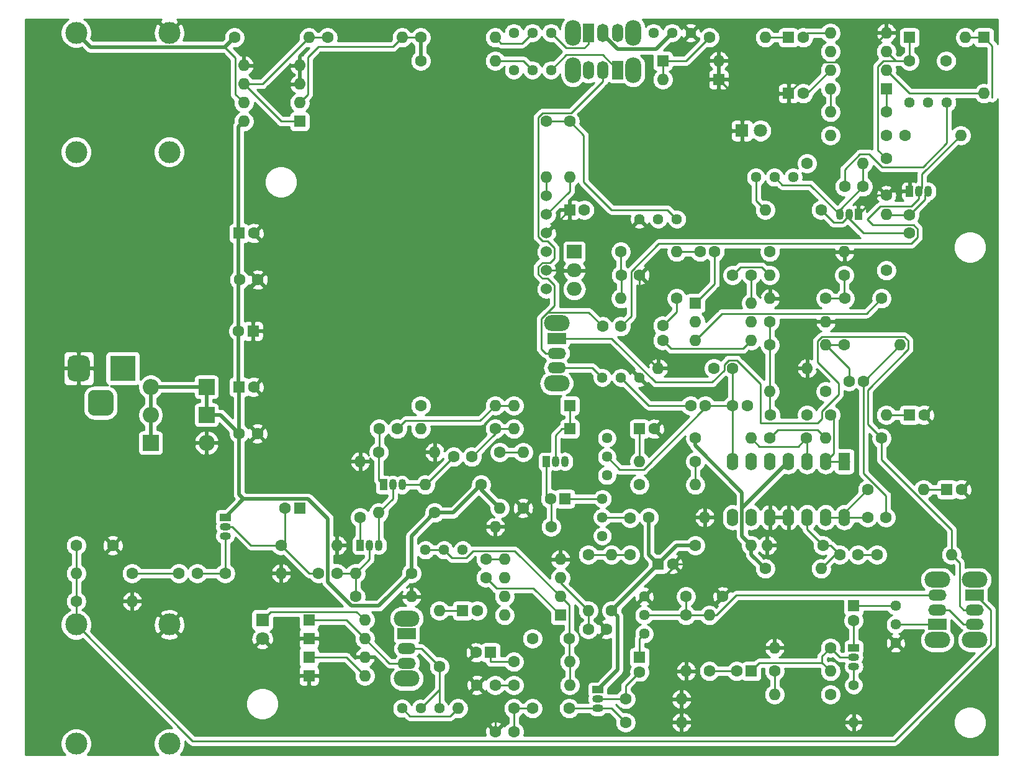
<source format=gbr>
%TF.GenerationSoftware,KiCad,Pcbnew,(5.1.12)-1*%
%TF.CreationDate,2022-01-04T14:33:39-05:00*%
%TF.ProjectId,Lobotomizer,4c6f626f-746f-46d6-997a-65722e6b6963,rev?*%
%TF.SameCoordinates,Original*%
%TF.FileFunction,Copper,L1,Top*%
%TF.FilePolarity,Positive*%
%FSLAX46Y46*%
G04 Gerber Fmt 4.6, Leading zero omitted, Abs format (unit mm)*
G04 Created by KiCad (PCBNEW (5.1.12)-1) date 2022-01-04 14:33:39*
%MOMM*%
%LPD*%
G01*
G04 APERTURE LIST*
%TA.AperFunction,ComponentPad*%
%ADD10C,1.600000*%
%TD*%
%TA.AperFunction,ComponentPad*%
%ADD11O,1.600000X1.600000*%
%TD*%
%TA.AperFunction,ComponentPad*%
%ADD12R,1.600000X1.600000*%
%TD*%
%TA.AperFunction,ComponentPad*%
%ADD13O,2.000000X1.905000*%
%TD*%
%TA.AperFunction,ComponentPad*%
%ADD14R,2.000000X1.905000*%
%TD*%
%TA.AperFunction,ComponentPad*%
%ADD15C,1.524000*%
%TD*%
%TA.AperFunction,ComponentPad*%
%ADD16O,1.600000X2.400000*%
%TD*%
%TA.AperFunction,ComponentPad*%
%ADD17R,1.600000X2.400000*%
%TD*%
%TA.AperFunction,ComponentPad*%
%ADD18O,2.200000X3.500000*%
%TD*%
%TA.AperFunction,ComponentPad*%
%ADD19O,1.500000X2.500000*%
%TD*%
%TA.AperFunction,ComponentPad*%
%ADD20R,1.500000X2.500000*%
%TD*%
%TA.AperFunction,ComponentPad*%
%ADD21O,3.500000X2.200000*%
%TD*%
%TA.AperFunction,ComponentPad*%
%ADD22O,2.500000X1.500000*%
%TD*%
%TA.AperFunction,ComponentPad*%
%ADD23R,2.500000X1.500000*%
%TD*%
%TA.AperFunction,ComponentPad*%
%ADD24C,1.440000*%
%TD*%
%TA.AperFunction,ComponentPad*%
%ADD25O,1.400000X1.400000*%
%TD*%
%TA.AperFunction,ComponentPad*%
%ADD26C,1.400000*%
%TD*%
%TA.AperFunction,ComponentPad*%
%ADD27R,1.050000X1.500000*%
%TD*%
%TA.AperFunction,ComponentPad*%
%ADD28O,1.050000X1.500000*%
%TD*%
%TA.AperFunction,ComponentPad*%
%ADD29R,1.500000X1.050000*%
%TD*%
%TA.AperFunction,ComponentPad*%
%ADD30O,1.500000X1.050000*%
%TD*%
%TA.AperFunction,ComponentPad*%
%ADD31R,3.500000X3.500000*%
%TD*%
%TA.AperFunction,ComponentPad*%
%ADD32C,3.000000*%
%TD*%
%TA.AperFunction,ComponentPad*%
%ADD33C,1.800000*%
%TD*%
%TA.AperFunction,ComponentPad*%
%ADD34R,1.800000X1.800000*%
%TD*%
%TA.AperFunction,ComponentPad*%
%ADD35O,2.200000X2.200000*%
%TD*%
%TA.AperFunction,ComponentPad*%
%ADD36R,2.200000X2.200000*%
%TD*%
%TA.AperFunction,ViaPad*%
%ADD37C,0.800000*%
%TD*%
%TA.AperFunction,Conductor*%
%ADD38C,0.254000*%
%TD*%
%TA.AperFunction,Conductor*%
%ADD39C,0.250000*%
%TD*%
%TA.AperFunction,Conductor*%
%ADD40C,0.482600*%
%TD*%
%TA.AperFunction,Conductor*%
%ADD41C,0.100000*%
%TD*%
G04 APERTURE END LIST*
D10*
%TO.P,C106,2*%
%TO.N,Net-(C106-Pad2)*%
X188675000Y-89535000D03*
%TO.P,C106,1*%
%TO.N,Net-(C106-Pad1)*%
X193675000Y-89535000D03*
%TD*%
D11*
%TO.P,U202,8*%
%TO.N,VCLEAN*%
X106680000Y-65405000D03*
%TO.P,U202,4*%
%TO.N,GND*%
X114300000Y-57785000D03*
%TO.P,U202,7*%
%TO.N,SIGNAL_OUT*%
X106680000Y-62865000D03*
%TO.P,U202,3*%
%TO.N,GND*%
X114300000Y-60325000D03*
%TO.P,U202,6*%
%TO.N,Net-(R210-Pad1)*%
X106680000Y-60325000D03*
%TO.P,U202,2*%
%TO.N,Net-(R208-Pad1)*%
X114300000Y-62865000D03*
%TO.P,U202,5*%
%TO.N,GND*%
X106680000Y-57785000D03*
D12*
%TO.P,U202,1*%
%TO.N,Net-(R210-Pad1)*%
X114300000Y-65405000D03*
%TD*%
D11*
%TO.P,U201,8*%
%TO.N,Net-(R205-Pad2)*%
X186690000Y-60960000D03*
%TO.P,U201,4*%
%TO.N,GND*%
X194310000Y-53340000D03*
%TO.P,U201,7*%
%TO.N,Net-(C205-Pad2)*%
X186690000Y-58420000D03*
%TO.P,U201,3*%
%TO.N,Net-(C204-Pad1)*%
X194310000Y-55880000D03*
%TO.P,U201,6*%
%TO.N,VCLEAN*%
X186690000Y-55880000D03*
%TO.P,U201,2*%
%TO.N,Net-(D201-Pad2)*%
X194310000Y-58420000D03*
%TO.P,U201,5*%
%TO.N,Net-(C207-Pad2)*%
X186690000Y-53340000D03*
D12*
%TO.P,U201,1*%
%TO.N,Net-(R205-Pad1)*%
X194310000Y-60960000D03*
%TD*%
D13*
%TO.P,U103,3*%
%TO.N,5VCLEAN*%
X151765000Y-88265000D03*
%TO.P,U103,2*%
%TO.N,GND*%
X151765000Y-85725000D03*
D14*
%TO.P,U103,1*%
%TO.N,VCLEAN*%
X151765000Y-83185000D03*
%TD*%
D15*
%TO.P,U102,6*%
%TO.N,Net-(R114-Pad2)*%
X147955000Y-75565000D03*
%TO.P,U102,5*%
%TO.N,Net-(R115-Pad2)*%
X147955000Y-78105000D03*
%TO.P,U102,4*%
%TO.N,GND*%
X147955000Y-80645000D03*
%TO.P,U102,3*%
%TO.N,Net-(SW101-Pad2)*%
X147955000Y-83185000D03*
%TO.P,U102,2*%
%TO.N,GND*%
X147955000Y-85725000D03*
%TO.P,U102,1*%
%TO.N,5VCLEAN*%
X147955000Y-88265000D03*
%TD*%
D16*
%TO.P,U101,14*%
%TO.N,Net-(C103-Pad1)*%
X188595000Y-119380000D03*
%TO.P,U101,7*%
%TO.N,Net-(C114-Pad1)*%
X173355000Y-111760000D03*
%TO.P,U101,13*%
%TO.N,Net-(C103-Pad1)*%
X186055000Y-119380000D03*
%TO.P,U101,6*%
%TO.N,Net-(R120-Pad1)*%
X175895000Y-111760000D03*
%TO.P,U101,12*%
%TO.N,Net-(C101-Pad1)*%
X183515000Y-119380000D03*
%TO.P,U101,5*%
%TO.N,Net-(C112-Pad2)*%
X178435000Y-111760000D03*
%TO.P,U101,11*%
%TO.N,GND*%
X180975000Y-119380000D03*
%TO.P,U101,4*%
%TO.N,VCLEAN*%
X180975000Y-111760000D03*
%TO.P,U101,10*%
%TO.N,GND*%
X178435000Y-119380000D03*
%TO.P,U101,3*%
%TO.N,Net-(C104-Pad2)*%
X183515000Y-111760000D03*
%TO.P,U101,9*%
%TO.N,Net-(U101-Pad9)*%
X175895000Y-119380000D03*
%TO.P,U101,2*%
%TO.N,Net-(R108-Pad1)*%
X186055000Y-111760000D03*
%TO.P,U101,8*%
%TO.N,Net-(U101-Pad8)*%
X173355000Y-119380000D03*
D17*
%TO.P,U101,1*%
%TO.N,Net-(R108-Pad1)*%
X188595000Y-111760000D03*
%TD*%
D11*
%TO.P,U1,8*%
%TO.N,Net-(U1-Pad8)*%
X142240000Y-132715000D03*
%TO.P,U1,4*%
%TO.N,GND*%
X149860000Y-125095000D03*
%TO.P,U1,7*%
%TO.N,VCLEAN*%
X142240000Y-130175000D03*
%TO.P,U1,3*%
%TO.N,Net-(C9-Pad1)*%
X149860000Y-127635000D03*
%TO.P,U1,6*%
%TO.N,Net-(C11-Pad1)*%
X142240000Y-127635000D03*
%TO.P,U1,2*%
%TO.N,Net-(C11-Pad2)*%
X149860000Y-130175000D03*
%TO.P,U1,5*%
%TO.N,Net-(C10-Pad1)*%
X142240000Y-125095000D03*
D12*
%TO.P,U1,1*%
%TO.N,Net-(C10-Pad2)*%
X149860000Y-132715000D03*
%TD*%
D18*
%TO.P,SW202,*%
%TO.N,*%
X151570000Y-58420000D03*
X159770000Y-58420000D03*
D19*
%TO.P,SW202,3*%
%TO.N,Net-(SW202-Pad3)*%
X153670000Y-58420000D03*
%TO.P,SW202,2*%
%TO.N,REVERB_OUT*%
X155670000Y-58420000D03*
D20*
%TO.P,SW202,1*%
%TO.N,Net-(RV205-Pad1)*%
X157670000Y-58420000D03*
%TD*%
D18*
%TO.P,SW201,*%
%TO.N,*%
X159770000Y-53340000D03*
X151570000Y-53340000D03*
D19*
%TO.P,SW201,3*%
%TO.N,Net-(SW201-Pad3)*%
X157670000Y-53340000D03*
%TO.P,SW201,2*%
%TO.N,Net-(RV203-Pad2)*%
X155670000Y-53340000D03*
D20*
%TO.P,SW201,1*%
%TO.N,Net-(RV204-Pad1)*%
X153670000Y-53340000D03*
%TD*%
D21*
%TO.P,SW102,*%
%TO.N,*%
X149352000Y-101096000D03*
X149352000Y-92896000D03*
D22*
%TO.P,SW102,3*%
%TO.N,Net-(RV103-Pad3)*%
X149352000Y-98996000D03*
%TO.P,SW102,2*%
%TO.N,REVERB_OUT*%
X149352000Y-96996000D03*
D23*
%TO.P,SW102,1*%
%TO.N,FUZZ_OUT*%
X149352000Y-94996000D03*
%TD*%
D11*
%TO.P,SW101,6*%
%TO.N,Net-(C107-Pad2)*%
X175895000Y-90170000D03*
%TO.P,SW101,3*%
%TO.N,Net-(C106-Pad1)*%
X168275000Y-95250000D03*
%TO.P,SW101,5*%
%TO.N,Net-(R108-Pad1)*%
X175895000Y-92710000D03*
%TO.P,SW101,2*%
%TO.N,Net-(SW101-Pad2)*%
X168275000Y-92710000D03*
%TO.P,SW101,4*%
%TO.N,Net-(C110-Pad1)*%
X175895000Y-95250000D03*
D12*
%TO.P,SW101,1*%
%TO.N,Net-(C108-Pad2)*%
X168275000Y-90170000D03*
%TD*%
D21*
%TO.P,SW3,*%
%TO.N,*%
X206375000Y-136085000D03*
X206375000Y-127885000D03*
D22*
%TO.P,SW3,3*%
%TO.N,Net-(SW2-Pad2)*%
X206375000Y-133985000D03*
%TO.P,SW3,2*%
%TO.N,FUZZ_OUT*%
X206375000Y-131985000D03*
D23*
%TO.P,SW3,1*%
%TO.N,BYPASS_FUZZ*%
X206375000Y-129985000D03*
%TD*%
D21*
%TO.P,SW2,*%
%TO.N,*%
X201295000Y-127885000D03*
X201295000Y-136085000D03*
D22*
%TO.P,SW2,3*%
%TO.N,Net-(C18-Pad1)*%
X201295000Y-129985000D03*
%TO.P,SW2,2*%
%TO.N,Net-(SW2-Pad2)*%
X201295000Y-131985000D03*
D23*
%TO.P,SW2,1*%
%TO.N,Net-(RV5-Pad2)*%
X201295000Y-133985000D03*
%TD*%
D21*
%TO.P,SW1,*%
%TO.N,*%
X128905000Y-141355000D03*
X128905000Y-133155000D03*
D22*
%TO.P,SW1,3*%
%TO.N,Net-(D3-Pad1)*%
X128905000Y-139255000D03*
%TO.P,SW1,2*%
%TO.N,Net-(R20-Pad1)*%
X128905000Y-137255000D03*
D23*
%TO.P,SW1,1*%
%TO.N,Net-(D6-Pad1)*%
X128905000Y-135255000D03*
%TD*%
D24*
%TO.P,RV205,3*%
%TO.N,Net-(RV205-Pad3)*%
X143510000Y-58420000D03*
%TO.P,RV205,2*%
%TO.N,Net-(R209-Pad2)*%
X146050000Y-58420000D03*
%TO.P,RV205,1*%
%TO.N,Net-(RV205-Pad1)*%
X148590000Y-58420000D03*
%TD*%
%TO.P,RV204,3*%
%TO.N,Net-(RV204-Pad3)*%
X143510000Y-53340000D03*
%TO.P,RV204,2*%
%TO.N,Net-(R208-Pad2)*%
X146050000Y-53340000D03*
%TO.P,RV204,1*%
%TO.N,Net-(RV204-Pad1)*%
X148590000Y-53340000D03*
%TD*%
%TO.P,RV203,3*%
%TO.N,Net-(D203-Pad2)*%
X162560000Y-53340000D03*
%TO.P,RV203,2*%
%TO.N,Net-(RV203-Pad2)*%
X165100000Y-53340000D03*
%TO.P,RV203,1*%
%TO.N,GND*%
X167640000Y-53340000D03*
%TD*%
%TO.P,RV202,3*%
%TO.N,Net-(C204-Pad2)*%
X197485000Y-62865000D03*
%TO.P,RV202,2*%
%TO.N,Net-(D201-Pad2)*%
X200025000Y-62865000D03*
%TO.P,RV202,1*%
%TO.N,Net-(C203-Pad2)*%
X202565000Y-62865000D03*
%TD*%
%TO.P,RV201,3*%
%TO.N,Net-(RV201-Pad3)*%
X181610000Y-73025000D03*
%TO.P,RV201,2*%
%TO.N,Net-(C203-Pad1)*%
X179070000Y-73025000D03*
%TO.P,RV201,1*%
%TO.N,Net-(R203-Pad2)*%
X176530000Y-73025000D03*
%TD*%
%TO.P,RV103,3*%
%TO.N,Net-(RV103-Pad3)*%
X155575000Y-100330000D03*
%TO.P,RV103,2*%
%TO.N,Net-(C115-Pad1)*%
X158115000Y-100330000D03*
%TO.P,RV103,1*%
%TO.N,GND*%
X160655000Y-100330000D03*
%TD*%
%TO.P,RV102,3*%
%TO.N,Net-(RV102-Pad3)*%
X156210000Y-113665000D03*
%TO.P,RV102,2*%
%TO.N,Net-(C114-Pad1)*%
X156210000Y-111125000D03*
%TO.P,RV102,1*%
%TO.N,Net-(C114-Pad2)*%
X156210000Y-108585000D03*
%TD*%
%TO.P,RV101,3*%
%TO.N,GND*%
X160655000Y-78740000D03*
%TO.P,RV101,2*%
%TO.N,Net-(C112-Pad1)*%
X163195000Y-78740000D03*
%TO.P,RV101,1*%
%TO.N,Net-(R114-Pad1)*%
X165735000Y-78740000D03*
%TD*%
%TO.P,RV5,3*%
%TO.N,GND*%
X195580000Y-136525000D03*
%TO.P,RV5,2*%
%TO.N,Net-(RV5-Pad2)*%
X195580000Y-133985000D03*
%TO.P,RV5,1*%
%TO.N,Net-(C20-Pad1)*%
X195580000Y-131445000D03*
%TD*%
%TO.P,RV4,3*%
%TO.N,GND*%
X161290000Y-130175000D03*
%TO.P,RV4,2*%
%TO.N,Net-(C18-Pad1)*%
X161290000Y-132715000D03*
%TO.P,RV4,1*%
%TO.N,Net-(C17-Pad1)*%
X161290000Y-135255000D03*
%TD*%
%TO.P,RV3,3*%
%TO.N,Net-(R21-Pad2)*%
X128270000Y-145415000D03*
%TO.P,RV3,2*%
%TO.N,Net-(R20-Pad1)*%
X130810000Y-145415000D03*
%TO.P,RV3,1*%
X133350000Y-145415000D03*
%TD*%
%TO.P,RV2,3*%
%TO.N,Net-(C11-Pad2)*%
X131445000Y-123825000D03*
%TO.P,RV2,2*%
X133985000Y-123825000D03*
%TO.P,RV2,1*%
%TO.N,Net-(C11-Pad1)*%
X136525000Y-123825000D03*
%TD*%
%TO.P,RV1,3*%
%TO.N,Net-(C7-Pad1)*%
X155575000Y-116840000D03*
%TO.P,RV1,2*%
%TO.N,Net-(C8-Pad2)*%
X155575000Y-119380000D03*
%TO.P,RV1,1*%
%TO.N,Net-(C3-Pad1)*%
X155575000Y-121920000D03*
%TD*%
D11*
%TO.P,R211,2*%
%TO.N,Net-(R210-Pad1)*%
X115570000Y-53975000D03*
D10*
%TO.P,R211,1*%
%TO.N,SIGNAL_OUT*%
X105410000Y-53975000D03*
%TD*%
D11*
%TO.P,R210,2*%
%TO.N,Net-(R208-Pad1)*%
X128270000Y-53975000D03*
D10*
%TO.P,R210,1*%
%TO.N,Net-(R210-Pad1)*%
X118110000Y-53975000D03*
%TD*%
D11*
%TO.P,R209,2*%
%TO.N,Net-(R209-Pad2)*%
X140970000Y-57150000D03*
D10*
%TO.P,R209,1*%
%TO.N,Net-(R208-Pad1)*%
X130810000Y-57150000D03*
%TD*%
D11*
%TO.P,R208,2*%
%TO.N,Net-(R208-Pad2)*%
X140970000Y-53975000D03*
D10*
%TO.P,R208,1*%
%TO.N,Net-(R208-Pad1)*%
X130810000Y-53975000D03*
%TD*%
D11*
%TO.P,R207,2*%
%TO.N,VCLEAN*%
X186690000Y-67310000D03*
D10*
%TO.P,R207,1*%
%TO.N,Net-(D206-Pad2)*%
X194310000Y-67310000D03*
%TD*%
D11*
%TO.P,R206,2*%
%TO.N,Net-(C207-Pad1)*%
X177800000Y-53975000D03*
D10*
%TO.P,R206,1*%
%TO.N,Net-(D203-Pad2)*%
X170180000Y-53975000D03*
%TD*%
D11*
%TO.P,R205,2*%
%TO.N,Net-(R205-Pad2)*%
X186690000Y-64135000D03*
D10*
%TO.P,R205,1*%
%TO.N,Net-(R205-Pad1)*%
X194310000Y-64135000D03*
%TD*%
D11*
%TO.P,R204,2*%
%TO.N,Net-(C203-Pad1)*%
X191135000Y-71120000D03*
D10*
%TO.P,R204,1*%
%TO.N,VCLEAN*%
X183515000Y-71120000D03*
%TD*%
D11*
%TO.P,R203,2*%
%TO.N,Net-(R203-Pad2)*%
X177800000Y-77470000D03*
D10*
%TO.P,R203,1*%
%TO.N,Net-(C202-Pad1)*%
X185420000Y-77470000D03*
%TD*%
D11*
%TO.P,R202,2*%
%TO.N,Net-(C202-Pad2)*%
X194310000Y-78105000D03*
D10*
%TO.P,R202,1*%
%TO.N,VCLEAN*%
X194310000Y-85725000D03*
%TD*%
D11*
%TO.P,R201,2*%
%TO.N,Net-(C201-Pad1)*%
X204470000Y-67310000D03*
D10*
%TO.P,R201,1*%
%TO.N,VCLEAN*%
X196850000Y-67310000D03*
%TD*%
D11*
%TO.P,R122,2*%
%TO.N,GND*%
X183515000Y-99060000D03*
D10*
%TO.P,R122,1*%
%TO.N,Net-(C114-Pad1)*%
X173355000Y-99060000D03*
%TD*%
D11*
%TO.P,R121,2*%
%TO.N,Net-(R120-Pad1)*%
X168275000Y-114935000D03*
D10*
%TO.P,R121,1*%
%TO.N,Net-(C114-Pad2)*%
X160655000Y-114935000D03*
%TD*%
D11*
%TO.P,R120,2*%
%TO.N,Net-(C113-Pad1)*%
X160655000Y-111760000D03*
D10*
%TO.P,R120,1*%
%TO.N,Net-(R120-Pad1)*%
X168275000Y-111760000D03*
%TD*%
D11*
%TO.P,R119,2*%
%TO.N,GND*%
X186055000Y-92710000D03*
D10*
%TO.P,R119,1*%
%TO.N,Net-(C112-Pad2)*%
X178435000Y-92710000D03*
%TD*%
D11*
%TO.P,R118,2*%
%TO.N,Net-(C112-Pad2)*%
X178435000Y-102235000D03*
D10*
%TO.P,R118,1*%
%TO.N,VCLEAN*%
X186055000Y-102235000D03*
%TD*%
D11*
%TO.P,R117,2*%
%TO.N,Net-(C111-Pad1)*%
X186055000Y-95885000D03*
D10*
%TO.P,R117,1*%
%TO.N,Net-(C112-Pad2)*%
X178435000Y-95885000D03*
%TD*%
D11*
%TO.P,R116,2*%
%TO.N,Net-(C103-Pad2)*%
X196215000Y-95885000D03*
D10*
%TO.P,R116,1*%
%TO.N,Net-(C111-Pad1)*%
X188595000Y-95885000D03*
%TD*%
D11*
%TO.P,R115,2*%
%TO.N,Net-(R115-Pad2)*%
X151130000Y-73025000D03*
D10*
%TO.P,R115,1*%
%TO.N,Net-(R114-Pad1)*%
X151130000Y-65405000D03*
%TD*%
D11*
%TO.P,R114,2*%
%TO.N,Net-(R114-Pad2)*%
X147955000Y-73025000D03*
D10*
%TO.P,R114,1*%
%TO.N,Net-(R114-Pad1)*%
X147955000Y-65405000D03*
%TD*%
D11*
%TO.P,R113,2*%
%TO.N,Net-(C109-Pad2)*%
X158115000Y-89535000D03*
D10*
%TO.P,R113,1*%
%TO.N,Net-(C110-Pad2)*%
X165735000Y-89535000D03*
%TD*%
D11*
%TO.P,R112,2*%
%TO.N,Net-(C108-Pad1)*%
X165735000Y-83185000D03*
D10*
%TO.P,R112,1*%
%TO.N,Net-(C109-Pad2)*%
X158115000Y-83185000D03*
%TD*%
D11*
%TO.P,R111,2*%
%TO.N,Net-(C107-Pad1)*%
X178435000Y-86360000D03*
D10*
%TO.P,R111,1*%
%TO.N,Net-(C106-Pad2)*%
X188595000Y-86360000D03*
%TD*%
D11*
%TO.P,R110,2*%
%TO.N,GND*%
X178435000Y-89535000D03*
D10*
%TO.P,R110,1*%
%TO.N,Net-(C106-Pad2)*%
X186055000Y-89535000D03*
%TD*%
D11*
%TO.P,R109,2*%
%TO.N,GND*%
X188595000Y-83185000D03*
D10*
%TO.P,R109,1*%
%TO.N,Net-(R108-Pad1)*%
X178435000Y-83185000D03*
%TD*%
D11*
%TO.P,R108,2*%
%TO.N,Net-(C105-Pad1)*%
X194310000Y-105410000D03*
D10*
%TO.P,R108,1*%
%TO.N,Net-(R108-Pad1)*%
X186690000Y-105410000D03*
%TD*%
D11*
%TO.P,R107,2*%
%TO.N,GND*%
X163195000Y-99060000D03*
D10*
%TO.P,R107,1*%
%TO.N,Net-(C104-Pad2)*%
X170815000Y-99060000D03*
%TD*%
D11*
%TO.P,R106,2*%
%TO.N,Net-(C104-Pad2)*%
X175895000Y-108585000D03*
D10*
%TO.P,R106,1*%
%TO.N,VCLEAN*%
X168275000Y-108585000D03*
%TD*%
D11*
%TO.P,R105,2*%
%TO.N,Net-(C104-Pad1)*%
X186055000Y-108585000D03*
D10*
%TO.P,R105,1*%
%TO.N,FUZZ_OUT*%
X193675000Y-108585000D03*
%TD*%
D11*
%TO.P,R104,2*%
%TO.N,Net-(C102-Pad1)*%
X199390000Y-115570000D03*
D10*
%TO.P,R104,1*%
%TO.N,Net-(C103-Pad1)*%
X191770000Y-115570000D03*
%TD*%
D11*
%TO.P,R103,2*%
%TO.N,GND*%
X178054000Y-123190000D03*
D10*
%TO.P,R103,1*%
%TO.N,Net-(C101-Pad1)*%
X185674000Y-123190000D03*
%TD*%
D11*
%TO.P,R102,2*%
%TO.N,Net-(C101-Pad1)*%
X185420000Y-126365000D03*
D10*
%TO.P,R102,1*%
%TO.N,VCLEAN*%
X177800000Y-126365000D03*
%TD*%
D11*
%TO.P,R101,2*%
%TO.N,FUZZ_OUT*%
X203200000Y-124460000D03*
D10*
%TO.P,R101,1*%
%TO.N,Net-(C101-Pad2)*%
X193040000Y-124460000D03*
%TD*%
D11*
%TO.P,R31,2*%
%TO.N,GND*%
X169545000Y-119380000D03*
D10*
%TO.P,R31,1*%
%TO.N,/Lobotomizer_Fuzz/VR*%
X161925000Y-119380000D03*
%TD*%
D11*
%TO.P,R30,2*%
%TO.N,VCLEAN*%
X175895000Y-123190000D03*
D10*
%TO.P,R30,1*%
%TO.N,/Lobotomizer_Fuzz/VR*%
X168275000Y-123190000D03*
%TD*%
D25*
%TO.P,R29,2*%
%TO.N,GND*%
X189865000Y-147320000D03*
D26*
%TO.P,R29,1*%
%TO.N,Net-(Q6-Pad3)*%
X189865000Y-142240000D03*
%TD*%
D11*
%TO.P,R28,2*%
%TO.N,Net-(C20-Pad2)*%
X179070000Y-143510000D03*
D10*
%TO.P,R28,1*%
%TO.N,VCLEAN*%
X186690000Y-143510000D03*
%TD*%
D11*
%TO.P,R27,2*%
%TO.N,GND*%
X179070000Y-137160000D03*
D10*
%TO.P,R27,1*%
%TO.N,Net-(C19-Pad1)*%
X186690000Y-137160000D03*
%TD*%
D11*
%TO.P,R26,2*%
%TO.N,Net-(C19-Pad1)*%
X186690000Y-140335000D03*
D10*
%TO.P,R26,1*%
%TO.N,Net-(C20-Pad2)*%
X179070000Y-140335000D03*
%TD*%
D11*
%TO.P,R25,2*%
%TO.N,Net-(C18-Pad1)*%
X170180000Y-132715000D03*
D10*
%TO.P,R25,1*%
%TO.N,Net-(C19-Pad2)*%
X170180000Y-140335000D03*
%TD*%
D11*
%TO.P,R24,2*%
%TO.N,GND*%
X167005000Y-140335000D03*
D10*
%TO.P,R24,1*%
%TO.N,Net-(C18-Pad1)*%
X167005000Y-132715000D03*
%TD*%
D11*
%TO.P,R23,2*%
%TO.N,GND*%
X166370000Y-144145000D03*
D10*
%TO.P,R23,1*%
%TO.N,Net-(C17-Pad2)*%
X158750000Y-144145000D03*
%TD*%
D11*
%TO.P,R22,2*%
%TO.N,GND*%
X166370000Y-147320000D03*
D10*
%TO.P,R22,1*%
%TO.N,Net-(C16-Pad2)*%
X158750000Y-147320000D03*
%TD*%
D11*
%TO.P,R21,2*%
%TO.N,Net-(R21-Pad2)*%
X135890000Y-145415000D03*
D10*
%TO.P,R21,1*%
%TO.N,Net-(C15-Pad1)*%
X143510000Y-145415000D03*
%TD*%
D11*
%TO.P,R20,2*%
%TO.N,Net-(C14-Pad1)*%
X133350000Y-132080000D03*
D10*
%TO.P,R20,1*%
%TO.N,Net-(R20-Pad1)*%
X133350000Y-139700000D03*
%TD*%
D11*
%TO.P,R19,2*%
%TO.N,Net-(C11-Pad2)*%
X151130000Y-139065000D03*
D10*
%TO.P,R19,1*%
%TO.N,Net-(C13-Pad1)*%
X143510000Y-139065000D03*
%TD*%
D11*
%TO.P,R18,2*%
%TO.N,Net-(C11-Pad2)*%
X151130000Y-142240000D03*
D10*
%TO.P,R18,1*%
%TO.N,Net-(C12-Pad1)*%
X143510000Y-142240000D03*
%TD*%
D11*
%TO.P,R17,2*%
%TO.N,Net-(C9-Pad1)*%
X153670000Y-132080000D03*
D10*
%TO.P,R17,1*%
%TO.N,Net-(C8-Pad1)*%
X153670000Y-124460000D03*
%TD*%
D11*
%TO.P,R16,2*%
%TO.N,Net-(C8-Pad1)*%
X156845000Y-124460000D03*
D10*
%TO.P,R16,1*%
%TO.N,/Lobotomizer_Fuzz/VR*%
X156845000Y-132080000D03*
%TD*%
D11*
%TO.P,R15,2*%
%TO.N,GND*%
X140970000Y-120650000D03*
D10*
%TO.P,R15,1*%
%TO.N,Net-(C7-Pad2)*%
X148590000Y-120650000D03*
%TD*%
D11*
%TO.P,R14,2*%
%TO.N,Net-(R11-Pad2)*%
X144780000Y-110490000D03*
D10*
%TO.P,R14,1*%
%TO.N,GND*%
X144780000Y-118110000D03*
%TD*%
D11*
%TO.P,R13,2*%
%TO.N,VCLEAN*%
X141605000Y-118110000D03*
D10*
%TO.P,R13,1*%
%TO.N,Net-(R11-Pad2)*%
X141605000Y-110490000D03*
%TD*%
D11*
%TO.P,R12,2*%
%TO.N,Net-(C6-Pad1)*%
X140970000Y-104140000D03*
D10*
%TO.P,R12,1*%
%TO.N,Net-(R11-Pad2)*%
X130810000Y-104140000D03*
%TD*%
D11*
%TO.P,R11,2*%
%TO.N,Net-(R11-Pad2)*%
X130810000Y-107315000D03*
D10*
%TO.P,R11,1*%
%TO.N,Net-(C5-Pad1)*%
X140970000Y-107315000D03*
%TD*%
D11*
%TO.P,R10,2*%
%TO.N,Net-(C5-Pad2)*%
X131445000Y-114935000D03*
D10*
%TO.P,R10,1*%
%TO.N,VCLEAN*%
X139065000Y-114935000D03*
%TD*%
D11*
%TO.P,R9,2*%
%TO.N,GND*%
X132715000Y-110490000D03*
D10*
%TO.P,R9,1*%
%TO.N,Net-(C6-Pad2)*%
X125095000Y-110490000D03*
%TD*%
D11*
%TO.P,R8,2*%
%TO.N,GND*%
X122555000Y-111760000D03*
D10*
%TO.P,R8,1*%
%TO.N,Net-(Q2-Pad1)*%
X122555000Y-119380000D03*
%TD*%
D11*
%TO.P,R7,2*%
%TO.N,Net-(Q2-Pad3)*%
X125095000Y-118745000D03*
D10*
%TO.P,R7,1*%
%TO.N,VCLEAN*%
X132715000Y-118745000D03*
%TD*%
D11*
%TO.P,R6,2*%
%TO.N,GND*%
X129540000Y-130175000D03*
D10*
%TO.P,R6,1*%
%TO.N,Net-(C4-Pad1)*%
X121920000Y-130175000D03*
%TD*%
D11*
%TO.P,R5,2*%
%TO.N,Net-(C4-Pad1)*%
X121920000Y-127000000D03*
D10*
%TO.P,R5,1*%
%TO.N,VCLEAN*%
X129540000Y-127000000D03*
%TD*%
D11*
%TO.P,R4,2*%
%TO.N,GND*%
X119380000Y-123190000D03*
D10*
%TO.P,R4,1*%
%TO.N,Net-(C3-Pad2)*%
X111760000Y-123190000D03*
%TD*%
D11*
%TO.P,R3,2*%
%TO.N,GND*%
X111760000Y-127000000D03*
D10*
%TO.P,R3,1*%
%TO.N,Net-(C2-Pad1)*%
X104140000Y-127000000D03*
%TD*%
D11*
%TO.P,R2,2*%
%TO.N,BYPASS_FUZZ*%
X83820000Y-127000000D03*
D10*
%TO.P,R2,1*%
%TO.N,Net-(C2-Pad2)*%
X91440000Y-127000000D03*
%TD*%
D11*
%TO.P,R1,2*%
%TO.N,GND*%
X91440000Y-130810000D03*
D10*
%TO.P,R1,1*%
%TO.N,BYPASS_FUZZ*%
X83820000Y-130810000D03*
%TD*%
D27*
%TO.P,Q202,1*%
%TO.N,GND*%
X190500000Y-78105000D03*
D28*
%TO.P,Q202,3*%
%TO.N,Net-(C203-Pad1)*%
X187960000Y-78105000D03*
%TO.P,Q202,2*%
%TO.N,Net-(C202-Pad1)*%
X189230000Y-78105000D03*
%TD*%
D27*
%TO.P,Q201,1*%
%TO.N,GND*%
X197485000Y-74930000D03*
D28*
%TO.P,Q201,3*%
%TO.N,Net-(C202-Pad2)*%
X200025000Y-74930000D03*
%TO.P,Q201,2*%
%TO.N,Net-(C201-Pad1)*%
X198755000Y-74930000D03*
%TD*%
D29*
%TO.P,Q6,1*%
%TO.N,Net-(C20-Pad2)*%
X189865000Y-137160000D03*
D30*
%TO.P,Q6,3*%
%TO.N,Net-(Q6-Pad3)*%
X189865000Y-139700000D03*
%TO.P,Q6,2*%
%TO.N,Net-(C19-Pad1)*%
X189865000Y-138430000D03*
%TD*%
D29*
%TO.P,Q5,1*%
%TO.N,/Lobotomizer_Fuzz/VR*%
X154940000Y-142875000D03*
D30*
%TO.P,Q5,3*%
%TO.N,Net-(C16-Pad2)*%
X154940000Y-145415000D03*
%TO.P,Q5,2*%
%TO.N,Net-(C17-Pad2)*%
X154940000Y-144145000D03*
%TD*%
D27*
%TO.P,Q4,1*%
%TO.N,Net-(C7-Pad2)*%
X147955000Y-111760000D03*
D28*
%TO.P,Q4,3*%
%TO.N,VCLEAN*%
X150495000Y-111760000D03*
%TO.P,Q4,2*%
%TO.N,Net-(D1-Pad1)*%
X149225000Y-111760000D03*
%TD*%
D27*
%TO.P,Q3,1*%
%TO.N,Net-(C6-Pad2)*%
X125730000Y-114935000D03*
D28*
%TO.P,Q3,3*%
%TO.N,Net-(C5-Pad2)*%
X128270000Y-114935000D03*
%TO.P,Q3,2*%
%TO.N,Net-(Q2-Pad3)*%
X127000000Y-114935000D03*
%TD*%
D27*
%TO.P,Q2,1*%
%TO.N,Net-(Q2-Pad1)*%
X122555000Y-123190000D03*
D28*
%TO.P,Q2,3*%
%TO.N,Net-(Q2-Pad3)*%
X125095000Y-123190000D03*
%TO.P,Q2,2*%
%TO.N,Net-(C4-Pad1)*%
X123825000Y-123190000D03*
%TD*%
D29*
%TO.P,Q1,1*%
%TO.N,VCLEAN*%
X104140000Y-119380000D03*
D30*
%TO.P,Q1,3*%
%TO.N,Net-(C2-Pad1)*%
X104140000Y-121920000D03*
%TO.P,Q1,2*%
%TO.N,Net-(C3-Pad2)*%
X104140000Y-120650000D03*
%TD*%
%TO.P,J3,3*%
%TO.N,N/C*%
%TA.AperFunction,ComponentPad*%
G36*
G01*
X85420000Y-104635000D02*
X85420000Y-102885000D01*
G75*
G02*
X86295000Y-102010000I875000J0D01*
G01*
X88045000Y-102010000D01*
G75*
G02*
X88920000Y-102885000I0J-875000D01*
G01*
X88920000Y-104635000D01*
G75*
G02*
X88045000Y-105510000I-875000J0D01*
G01*
X86295000Y-105510000D01*
G75*
G02*
X85420000Y-104635000I0J875000D01*
G01*
G37*
%TD.AperFunction*%
%TO.P,J3,2*%
%TO.N,GND*%
%TA.AperFunction,ComponentPad*%
G36*
G01*
X82670000Y-100060000D02*
X82670000Y-98060000D01*
G75*
G02*
X83420000Y-97310000I750000J0D01*
G01*
X84920000Y-97310000D01*
G75*
G02*
X85670000Y-98060000I0J-750000D01*
G01*
X85670000Y-100060000D01*
G75*
G02*
X84920000Y-100810000I-750000J0D01*
G01*
X83420000Y-100810000D01*
G75*
G02*
X82670000Y-100060000I0J750000D01*
G01*
G37*
%TD.AperFunction*%
D31*
%TO.P,J3,1*%
%TO.N,VCLEAN*%
X90170000Y-99060000D03*
%TD*%
D32*
%TO.P,J2,TN*%
%TO.N,N/C*%
X83820000Y-69570000D03*
%TO.P,J2,SN*%
X96520000Y-69570000D03*
%TO.P,J2,T*%
%TO.N,SIGNAL_OUT*%
X83820000Y-53340000D03*
%TO.P,J2,S*%
%TO.N,GND*%
X96520000Y-53340000D03*
%TD*%
%TO.P,J1,TN*%
%TO.N,N/C*%
X83820000Y-150215000D03*
%TO.P,J1,SN*%
X96520000Y-150215000D03*
%TO.P,J1,T*%
%TO.N,BYPASS_FUZZ*%
X83820000Y-133985000D03*
%TO.P,J1,S*%
%TO.N,GND*%
X96520000Y-133985000D03*
%TD*%
D33*
%TO.P,D206,2*%
%TO.N,Net-(D206-Pad2)*%
X177165000Y-66675000D03*
D34*
%TO.P,D206,1*%
%TO.N,GND*%
X174625000Y-66675000D03*
%TD*%
D35*
%TO.P,D205,2*%
%TO.N,GND*%
X101600000Y-109220000D03*
D36*
%TO.P,D205,1*%
%TO.N,VCLEAN*%
X93980000Y-109220000D03*
%TD*%
D11*
%TO.P,D204,2*%
%TO.N,GND*%
X171450000Y-57150000D03*
D12*
%TO.P,D204,1*%
%TO.N,Net-(D203-Pad2)*%
X163830000Y-57150000D03*
%TD*%
D11*
%TO.P,D203,2*%
%TO.N,Net-(D203-Pad2)*%
X163830000Y-59690000D03*
D12*
%TO.P,D203,1*%
%TO.N,GND*%
X171450000Y-59690000D03*
%TD*%
D11*
%TO.P,D202,2*%
%TO.N,Net-(C203-Pad2)*%
X205105000Y-53975000D03*
D12*
%TO.P,D202,1*%
%TO.N,Net-(C204-Pad1)*%
X197485000Y-53975000D03*
%TD*%
D11*
%TO.P,D201,2*%
%TO.N,Net-(D201-Pad2)*%
X207645000Y-61595000D03*
D12*
%TO.P,D201,1*%
%TO.N,Net-(C203-Pad2)*%
X207645000Y-53975000D03*
%TD*%
D35*
%TO.P,D101,2*%
%TO.N,VCLEAN*%
X93980000Y-105410000D03*
D36*
%TO.P,D101,1*%
X101600000Y-105410000D03*
%TD*%
D35*
%TO.P,D8,2*%
%TO.N,VCLEAN*%
X93980000Y-101600000D03*
D36*
%TO.P,D8,1*%
X101600000Y-101600000D03*
%TD*%
D11*
%TO.P,D7,2*%
%TO.N,Net-(D6-Pad1)*%
X123190000Y-140970000D03*
D12*
%TO.P,D7,1*%
%TO.N,GND*%
X115570000Y-140970000D03*
%TD*%
D11*
%TO.P,D6,2*%
%TO.N,GND*%
X123190000Y-138430000D03*
D12*
%TO.P,D6,1*%
%TO.N,Net-(D6-Pad1)*%
X115570000Y-138430000D03*
%TD*%
D11*
%TO.P,D5,2*%
%TO.N,Net-(D3-Pad1)*%
X123190000Y-135890000D03*
D12*
%TO.P,D5,1*%
%TO.N,GND*%
X115570000Y-135890000D03*
%TD*%
D33*
%TO.P,D4,2*%
%TO.N,GND*%
X109220000Y-135890000D03*
D34*
%TO.P,D4,1*%
%TO.N,Net-(D3-Pad2)*%
X109220000Y-133350000D03*
%TD*%
D11*
%TO.P,D3,2*%
%TO.N,Net-(D3-Pad2)*%
X123190000Y-133350000D03*
D12*
%TO.P,D3,1*%
%TO.N,Net-(D3-Pad1)*%
X115570000Y-133350000D03*
%TD*%
D11*
%TO.P,D2,2*%
%TO.N,Net-(C6-Pad1)*%
X143510000Y-104140000D03*
D12*
%TO.P,D2,1*%
%TO.N,Net-(D1-Pad1)*%
X151130000Y-104140000D03*
%TD*%
D11*
%TO.P,D1,2*%
%TO.N,Net-(C5-Pad1)*%
X143510000Y-107315000D03*
D12*
%TO.P,D1,1*%
%TO.N,Net-(D1-Pad1)*%
X151130000Y-107315000D03*
%TD*%
D10*
%TO.P,C209,2*%
%TO.N,VCLEAN*%
X106085000Y-86995000D03*
%TO.P,C209,1*%
%TO.N,GND*%
X108585000Y-86995000D03*
%TD*%
%TO.P,C208,2*%
%TO.N,GND*%
X108045000Y-80645000D03*
D12*
%TO.P,C208,1*%
%TO.N,VCLEAN*%
X106045000Y-80645000D03*
%TD*%
D10*
%TO.P,C207,2*%
%TO.N,Net-(C207-Pad2)*%
X182975000Y-53975000D03*
D12*
%TO.P,C207,1*%
%TO.N,Net-(C207-Pad1)*%
X180975000Y-53975000D03*
%TD*%
D10*
%TO.P,C206,2*%
%TO.N,GND*%
X194310000Y-75485000D03*
%TO.P,C206,1*%
%TO.N,Net-(C204-Pad1)*%
X194310000Y-70485000D03*
%TD*%
%TO.P,C205,2*%
%TO.N,Net-(C205-Pad2)*%
X182975000Y-61595000D03*
D12*
%TO.P,C205,1*%
%TO.N,GND*%
X180975000Y-61595000D03*
%TD*%
D10*
%TO.P,C204,2*%
%TO.N,Net-(C204-Pad2)*%
X202485000Y-57150000D03*
%TO.P,C204,1*%
%TO.N,Net-(C204-Pad1)*%
X197485000Y-57150000D03*
%TD*%
%TO.P,C203,2*%
%TO.N,Net-(C203-Pad2)*%
X188635000Y-74295000D03*
%TO.P,C203,1*%
%TO.N,Net-(C203-Pad1)*%
X191135000Y-74295000D03*
%TD*%
%TO.P,C202,2*%
%TO.N,Net-(C202-Pad2)*%
X197485000Y-78145000D03*
%TO.P,C202,1*%
%TO.N,Net-(C202-Pad1)*%
X197485000Y-80645000D03*
%TD*%
%TO.P,C201,2*%
%TO.N,REVERB_OUT*%
X155615000Y-93345000D03*
%TO.P,C201,1*%
%TO.N,Net-(C201-Pad1)*%
X158115000Y-93345000D03*
%TD*%
%TO.P,C117,2*%
%TO.N,5VCLEAN*%
X153130000Y-77470000D03*
D12*
%TO.P,C117,1*%
%TO.N,GND*%
X151130000Y-77470000D03*
%TD*%
D10*
%TO.P,C116,2*%
%TO.N,VCLEAN*%
X105950000Y-93980000D03*
D12*
%TO.P,C116,1*%
%TO.N,GND*%
X107950000Y-93980000D03*
%TD*%
D10*
%TO.P,C115,2*%
%TO.N,Net-(C114-Pad1)*%
X169640000Y-104140000D03*
%TO.P,C115,1*%
%TO.N,Net-(C115-Pad1)*%
X167640000Y-104140000D03*
%TD*%
%TO.P,C114,2*%
%TO.N,Net-(C114-Pad2)*%
X175355000Y-104140000D03*
%TO.P,C114,1*%
%TO.N,Net-(C114-Pad1)*%
X173355000Y-104140000D03*
%TD*%
%TO.P,C113,2*%
%TO.N,GND*%
X162655000Y-107315000D03*
D12*
%TO.P,C113,1*%
%TO.N,Net-(C113-Pad1)*%
X160655000Y-107315000D03*
%TD*%
D10*
%TO.P,C112,2*%
%TO.N,Net-(C112-Pad2)*%
X178515000Y-105410000D03*
%TO.P,C112,1*%
%TO.N,Net-(C112-Pad1)*%
X183515000Y-105410000D03*
%TD*%
%TO.P,C111,2*%
%TO.N,Net-(C103-Pad2)*%
X191230000Y-100838000D03*
%TO.P,C111,1*%
%TO.N,Net-(C111-Pad1)*%
X189230000Y-100838000D03*
%TD*%
%TO.P,C110,2*%
%TO.N,Net-(C110-Pad2)*%
X163830000Y-93250000D03*
%TO.P,C110,1*%
%TO.N,Net-(C110-Pad1)*%
X163830000Y-95250000D03*
%TD*%
%TO.P,C109,2*%
%TO.N,Net-(C109-Pad2)*%
X158155000Y-86360000D03*
%TO.P,C109,1*%
%TO.N,GND*%
X160655000Y-86360000D03*
%TD*%
%TO.P,C108,2*%
%TO.N,Net-(C108-Pad2)*%
X170910000Y-83185000D03*
%TO.P,C108,1*%
%TO.N,Net-(C108-Pad1)*%
X168910000Y-83185000D03*
%TD*%
%TO.P,C107,2*%
%TO.N,Net-(C107-Pad2)*%
X175855000Y-86360000D03*
%TO.P,C107,1*%
%TO.N,Net-(C107-Pad1)*%
X173355000Y-86360000D03*
%TD*%
%TO.P,C105,2*%
%TO.N,GND*%
X199485000Y-105410000D03*
D12*
%TO.P,C105,1*%
%TO.N,Net-(C105-Pad1)*%
X197485000Y-105410000D03*
%TD*%
D10*
%TO.P,C104,2*%
%TO.N,Net-(C104-Pad2)*%
X183435000Y-108585000D03*
%TO.P,C104,1*%
%TO.N,Net-(C104-Pad1)*%
X178435000Y-108585000D03*
%TD*%
%TO.P,C103,2*%
%TO.N,Net-(C103-Pad2)*%
X194270000Y-119380000D03*
%TO.P,C103,1*%
%TO.N,Net-(C103-Pad1)*%
X191770000Y-119380000D03*
%TD*%
%TO.P,C102,2*%
%TO.N,GND*%
X204565000Y-115570000D03*
D12*
%TO.P,C102,1*%
%TO.N,Net-(C102-Pad1)*%
X202565000Y-115570000D03*
%TD*%
D10*
%TO.P,C101,2*%
%TO.N,Net-(C101-Pad2)*%
X190460000Y-124460000D03*
%TO.P,C101,1*%
%TO.N,Net-(C101-Pad1)*%
X187960000Y-124460000D03*
%TD*%
%TO.P,C23,2*%
%TO.N,GND*%
X165195000Y-125730000D03*
D12*
%TO.P,C23,1*%
%TO.N,/Lobotomizer_Fuzz/VR*%
X163195000Y-125730000D03*
%TD*%
D10*
%TO.P,C22,2*%
%TO.N,GND*%
X108545000Y-107950000D03*
%TO.P,C22,1*%
%TO.N,VCLEAN*%
X106045000Y-107950000D03*
%TD*%
%TO.P,C21,2*%
%TO.N,GND*%
X108045000Y-101600000D03*
D12*
%TO.P,C21,1*%
%TO.N,VCLEAN*%
X106045000Y-101600000D03*
%TD*%
D10*
%TO.P,C20,2*%
%TO.N,Net-(C20-Pad2)*%
X189865000Y-133445000D03*
D12*
%TO.P,C20,1*%
%TO.N,Net-(C20-Pad1)*%
X189865000Y-131445000D03*
%TD*%
D10*
%TO.P,C19,2*%
%TO.N,Net-(C19-Pad2)*%
X173895000Y-140335000D03*
D12*
%TO.P,C19,1*%
%TO.N,Net-(C19-Pad1)*%
X175895000Y-140335000D03*
%TD*%
D10*
%TO.P,C18,2*%
%TO.N,GND*%
X172005000Y-130175000D03*
%TO.P,C18,1*%
%TO.N,Net-(C18-Pad1)*%
X167005000Y-130175000D03*
%TD*%
%TO.P,C17,2*%
%TO.N,Net-(C17-Pad2)*%
X160655000Y-140430000D03*
D12*
%TO.P,C17,1*%
%TO.N,Net-(C17-Pad1)*%
X160655000Y-138430000D03*
%TD*%
D10*
%TO.P,C16,2*%
%TO.N,Net-(C16-Pad2)*%
X151050000Y-145415000D03*
%TO.P,C16,1*%
%TO.N,Net-(C15-Pad1)*%
X146050000Y-145415000D03*
%TD*%
%TO.P,C15,2*%
%TO.N,GND*%
X141010000Y-148590000D03*
%TO.P,C15,1*%
%TO.N,Net-(C15-Pad1)*%
X143510000Y-148590000D03*
%TD*%
%TO.P,C14,2*%
%TO.N,Net-(C11-Pad1)*%
X138525000Y-132080000D03*
D12*
%TO.P,C14,1*%
%TO.N,Net-(C14-Pad1)*%
X136525000Y-132080000D03*
%TD*%
D10*
%TO.P,C13,2*%
%TO.N,GND*%
X138335000Y-137795000D03*
D12*
%TO.P,C13,1*%
%TO.N,Net-(C13-Pad1)*%
X140335000Y-137795000D03*
%TD*%
D10*
%TO.P,C12,2*%
%TO.N,GND*%
X138470000Y-142240000D03*
%TO.P,C12,1*%
%TO.N,Net-(C12-Pad1)*%
X140970000Y-142240000D03*
%TD*%
%TO.P,C11,2*%
%TO.N,Net-(C11-Pad2)*%
X151050000Y-135890000D03*
%TO.P,C11,1*%
%TO.N,Net-(C11-Pad1)*%
X146050000Y-135890000D03*
%TD*%
%TO.P,C10,2*%
%TO.N,Net-(C10-Pad2)*%
X139700000Y-127595000D03*
%TO.P,C10,1*%
%TO.N,Net-(C10-Pad1)*%
X139700000Y-125095000D03*
%TD*%
%TO.P,C9,2*%
%TO.N,GND*%
X156170000Y-134620000D03*
%TO.P,C9,1*%
%TO.N,Net-(C9-Pad1)*%
X153670000Y-134620000D03*
%TD*%
%TO.P,C8,2*%
%TO.N,Net-(C8-Pad2)*%
X159385000Y-119460000D03*
%TO.P,C8,1*%
%TO.N,Net-(C8-Pad1)*%
X159385000Y-124460000D03*
%TD*%
%TO.P,C7,2*%
%TO.N,Net-(C7-Pad2)*%
X148495000Y-116840000D03*
D12*
%TO.P,C7,1*%
%TO.N,Net-(C7-Pad1)*%
X150495000Y-116840000D03*
%TD*%
D10*
%TO.P,C6,2*%
%TO.N,Net-(C6-Pad2)*%
X125135000Y-107315000D03*
%TO.P,C6,1*%
%TO.N,Net-(C6-Pad1)*%
X127635000Y-107315000D03*
%TD*%
%TO.P,C5,2*%
%TO.N,Net-(C5-Pad2)*%
X135295000Y-111125000D03*
%TO.P,C5,1*%
%TO.N,Net-(C5-Pad1)*%
X137795000Y-111125000D03*
%TD*%
%TO.P,C4,2*%
%TO.N,Net-(C3-Pad2)*%
X116880000Y-127000000D03*
%TO.P,C4,1*%
%TO.N,Net-(C4-Pad1)*%
X119380000Y-127000000D03*
%TD*%
%TO.P,C3,2*%
%TO.N,Net-(C3-Pad2)*%
X112300000Y-118110000D03*
D12*
%TO.P,C3,1*%
%TO.N,Net-(C3-Pad1)*%
X114300000Y-118110000D03*
%TD*%
D10*
%TO.P,C2,2*%
%TO.N,Net-(C2-Pad2)*%
X97830000Y-127000000D03*
%TO.P,C2,1*%
%TO.N,Net-(C2-Pad1)*%
X100330000Y-127000000D03*
%TD*%
%TO.P,C1,2*%
%TO.N,GND*%
X88820000Y-123190000D03*
%TO.P,C1,1*%
%TO.N,BYPASS_FUZZ*%
X83820000Y-123190000D03*
%TD*%
D37*
%TO.N,GND*%
X119380000Y-63500000D03*
X127000000Y-63500000D03*
X134620000Y-63500000D03*
X144780000Y-63500000D03*
X144780000Y-73660000D03*
X134620000Y-73660000D03*
X127000000Y-73660000D03*
X119380000Y-73660000D03*
X134620000Y-83820000D03*
X127000000Y-83820000D03*
X119380000Y-83820000D03*
X144780000Y-83820000D03*
X144780000Y-91440000D03*
X134620000Y-91440000D03*
X127000000Y-91440000D03*
X119380000Y-91440000D03*
X119380000Y-99060000D03*
X127000000Y-99060000D03*
X134620000Y-99060000D03*
X144780000Y-99060000D03*
%TD*%
D38*
%TO.N,GND*%
X166370000Y-144145000D02*
X166370000Y-147320000D01*
X141010000Y-144780000D02*
X138470000Y-142240000D01*
X141010000Y-148590000D02*
X141010000Y-144780000D01*
X165195000Y-126270000D02*
X165195000Y-125730000D01*
X161290000Y-130175000D02*
X165195000Y-126270000D01*
X167560000Y-125730000D02*
X172005000Y-130175000D01*
X165195000Y-125730000D02*
X167560000Y-125730000D01*
X160655000Y-96520000D02*
X163195000Y-99060000D01*
X160655000Y-86360000D02*
X160655000Y-96520000D01*
X151765000Y-85725000D02*
X147955000Y-85725000D01*
X147955000Y-80645000D02*
X151130000Y-77470000D01*
X173355000Y-61595000D02*
X171450000Y-59690000D01*
X180975000Y-61595000D02*
X173355000Y-61595000D01*
X185277001Y-57292999D02*
X180975000Y-61595000D01*
X190357001Y-57292999D02*
X185277001Y-57292999D01*
X194310000Y-53340000D02*
X190357001Y-57292999D01*
X194865000Y-74930000D02*
X194310000Y-75485000D01*
X197485000Y-74930000D02*
X194865000Y-74930000D01*
X193120000Y-75485000D02*
X190500000Y-78105000D01*
X194310000Y-75485000D02*
X193120000Y-75485000D01*
D39*
%TO.N,Net-(C2-Pad2)*%
X97830000Y-127000000D02*
X91440000Y-127000000D01*
%TO.N,Net-(C2-Pad1)*%
X104140000Y-127000000D02*
X100330000Y-127000000D01*
X104140000Y-121920000D02*
X104140000Y-127000000D01*
%TO.N,Net-(C3-Pad2)*%
X112300000Y-122650000D02*
X111760000Y-123190000D01*
X112300000Y-118110000D02*
X112300000Y-122650000D01*
X107680000Y-123190000D02*
X111760000Y-123190000D01*
X105140000Y-120650000D02*
X107680000Y-123190000D01*
X104140000Y-120650000D02*
X105140000Y-120650000D01*
X115570000Y-127000000D02*
X111760000Y-123190000D01*
X116880000Y-127000000D02*
X115570000Y-127000000D01*
%TO.N,Net-(C4-Pad1)*%
X119380000Y-127000000D02*
X121920000Y-127000000D01*
X123825000Y-125095000D02*
X121920000Y-127000000D01*
X123825000Y-123190000D02*
X123825000Y-125095000D01*
X121920000Y-127000000D02*
X121920000Y-130175000D01*
%TO.N,Net-(C5-Pad2)*%
X131445000Y-114935000D02*
X128270000Y-114935000D01*
X131485000Y-114935000D02*
X131445000Y-114935000D01*
X135295000Y-111125000D02*
X131485000Y-114935000D01*
%TO.N,Net-(C5-Pad1)*%
X140970000Y-107950000D02*
X140970000Y-107315000D01*
X137795000Y-111125000D02*
X140970000Y-107950000D01*
X140970000Y-107315000D02*
X143510000Y-107315000D01*
%TO.N,Net-(C6-Pad2)*%
X125095000Y-114300000D02*
X125730000Y-114935000D01*
X125095000Y-110490000D02*
X125095000Y-114300000D01*
X125135000Y-110450000D02*
X125095000Y-110490000D01*
X125135000Y-107315000D02*
X125135000Y-110450000D01*
%TO.N,Net-(C6-Pad1)*%
X140970000Y-104140000D02*
X143510000Y-104140000D01*
X138920001Y-106189999D02*
X140970000Y-104140000D01*
X128760001Y-106189999D02*
X138920001Y-106189999D01*
X127635000Y-107315000D02*
X128760001Y-106189999D01*
%TO.N,Net-(C7-Pad2)*%
X147955000Y-116300000D02*
X147955000Y-111760000D01*
X148495000Y-116840000D02*
X147955000Y-116300000D01*
X148590000Y-116935000D02*
X148495000Y-116840000D01*
X148590000Y-120650000D02*
X148590000Y-116935000D01*
%TO.N,Net-(C7-Pad1)*%
X155575000Y-116840000D02*
X150495000Y-116840000D01*
%TO.N,Net-(C8-Pad2)*%
X158830000Y-119380000D02*
X155575000Y-119380000D01*
%TO.N,Net-(C8-Pad1)*%
X159385000Y-124460000D02*
X156845000Y-124460000D01*
X156845000Y-124460000D02*
X153670000Y-124460000D01*
%TO.N,Net-(C9-Pad1)*%
X153670000Y-132080000D02*
X153670000Y-134620000D01*
X149860000Y-128270000D02*
X149860000Y-127635000D01*
X153670000Y-132080000D02*
X149860000Y-128270000D01*
%TO.N,Net-(C10-Pad2)*%
X146194999Y-129049999D02*
X149860000Y-132715000D01*
X141154999Y-129049999D02*
X146194999Y-129049999D01*
X139700000Y-127595000D02*
X141154999Y-129049999D01*
%TO.N,Net-(C10-Pad1)*%
X139700000Y-125095000D02*
X142240000Y-125095000D01*
%TO.N,Net-(C11-Pad2)*%
X151050000Y-131365000D02*
X151050000Y-135890000D01*
X149860000Y-130175000D02*
X151050000Y-131365000D01*
X151050000Y-138985000D02*
X151130000Y-139065000D01*
X151050000Y-135890000D02*
X151050000Y-138985000D01*
X151130000Y-139065000D02*
X151130000Y-142240000D01*
D38*
X135032001Y-124872001D02*
X133985000Y-123825000D01*
X137027561Y-124872001D02*
X135032001Y-124872001D01*
X137931563Y-123967999D02*
X137027561Y-124872001D01*
X143652999Y-123967999D02*
X137931563Y-123967999D01*
X149860000Y-130175000D02*
X143652999Y-123967999D01*
X133985000Y-123825000D02*
X131445000Y-123825000D01*
D39*
%TO.N,Net-(C12-Pad1)*%
X140970000Y-142240000D02*
X143510000Y-142240000D01*
%TO.N,Net-(C13-Pad1)*%
X143510000Y-139065000D02*
X140335000Y-139065000D01*
X140335000Y-139065000D02*
X140335000Y-137795000D01*
%TO.N,Net-(C14-Pad1)*%
X136525000Y-132080000D02*
X133350000Y-132080000D01*
%TO.N,Net-(C15-Pad1)*%
X143510000Y-145415000D02*
X146050000Y-145415000D01*
X143510000Y-145415000D02*
X143510000Y-148590000D01*
%TO.N,Net-(C16-Pad2)*%
X154940000Y-145415000D02*
X151050000Y-145415000D01*
D38*
X156845000Y-145415000D02*
X158750000Y-147320000D01*
X154940000Y-145415000D02*
X156845000Y-145415000D01*
%TO.N,Net-(C17-Pad2)*%
X158750000Y-144145000D02*
X154940000Y-144145000D01*
X158750000Y-142335000D02*
X160655000Y-140430000D01*
X158750000Y-144145000D02*
X158750000Y-142335000D01*
%TO.N,Net-(C17-Pad1)*%
X160655000Y-135890000D02*
X161290000Y-135255000D01*
X160655000Y-138430000D02*
X160655000Y-135890000D01*
%TO.N,Net-(C18-Pad1)*%
X167005000Y-132715000D02*
X161290000Y-132715000D01*
X167005000Y-132715000D02*
X170180000Y-132715000D01*
X167005000Y-130175000D02*
X167005000Y-132715000D01*
X171132962Y-132715000D02*
X170180000Y-132715000D01*
X173862962Y-129985000D02*
X171132962Y-132715000D01*
X201295000Y-129985000D02*
X173862962Y-129985000D01*
%TO.N,Net-(C19-Pad2)*%
X173895000Y-140335000D02*
X170180000Y-140335000D01*
%TO.N,Net-(C19-Pad1)*%
X177022001Y-139207999D02*
X175895000Y-140335000D01*
X185562999Y-139207999D02*
X177022001Y-139207999D01*
X186690000Y-140335000D02*
X185562999Y-139207999D01*
X185562999Y-138287001D02*
X186690000Y-137160000D01*
X185562999Y-139207999D02*
X185562999Y-138287001D01*
X187960000Y-138430000D02*
X189865000Y-138430000D01*
X186690000Y-137160000D02*
X187960000Y-138430000D01*
%TO.N,Net-(C20-Pad2)*%
X179070000Y-140335000D02*
X179070000Y-143510000D01*
X189865000Y-137160000D02*
X189865000Y-133445000D01*
%TO.N,Net-(C20-Pad1)*%
X195580000Y-131445000D02*
X189865000Y-131445000D01*
D40*
%TO.N,VCLEAN*%
X129540000Y-121920000D02*
X132715000Y-118745000D01*
X129540000Y-127000000D02*
X129540000Y-121920000D01*
X135255000Y-118745000D02*
X139065000Y-114935000D01*
X132715000Y-118745000D02*
X135255000Y-118745000D01*
X139065000Y-115570000D02*
X141605000Y-118110000D01*
X139065000Y-114935000D02*
X139065000Y-115570000D01*
X121324175Y-131416301D02*
X125123699Y-131416301D01*
X118138699Y-119554357D02*
X118138699Y-128230825D01*
X125123699Y-131416301D02*
X129540000Y-127000000D01*
X115453041Y-116868699D02*
X118138699Y-119554357D01*
X106651301Y-116868699D02*
X115453041Y-116868699D01*
X118138699Y-128230825D02*
X121324175Y-131416301D01*
X104140000Y-119380000D02*
X106651301Y-116868699D01*
X93948690Y-101568690D02*
X93980000Y-101600000D01*
X93980000Y-101600000D02*
X93980000Y-105410000D01*
X101600000Y-101600000D02*
X101600000Y-105410000D01*
X175895000Y-124460000D02*
X177800000Y-126365000D01*
X175895000Y-123190000D02*
X175895000Y-124460000D01*
X174653690Y-121948690D02*
X175895000Y-123190000D01*
X174653690Y-118081310D02*
X174653690Y-121948690D01*
X180975000Y-111760000D02*
X174653690Y-118081310D01*
X174653690Y-115983213D02*
X174653690Y-118081310D01*
X168275000Y-109604523D02*
X174653690Y-115983213D01*
X168275000Y-108585000D02*
X168275000Y-109604523D01*
X103505000Y-105410000D02*
X106045000Y-107950000D01*
X101600000Y-105410000D02*
X103505000Y-105410000D01*
X106045000Y-101600000D02*
X106045000Y-107950000D01*
X105950000Y-101505000D02*
X106045000Y-101600000D01*
X105950000Y-93980000D02*
X105950000Y-101505000D01*
X93980000Y-101600000D02*
X101600000Y-101600000D01*
X105950000Y-66135000D02*
X106680000Y-65405000D01*
X105950000Y-93980000D02*
X105950000Y-66135000D01*
X93980000Y-105410000D02*
X93980000Y-109220000D01*
X106045000Y-116262398D02*
X106651301Y-116868699D01*
X106045000Y-107950000D02*
X106045000Y-116262398D01*
%TO.N,/Lobotomizer_Fuzz/VR*%
X157644999Y-140170001D02*
X154940000Y-142875000D01*
X157644999Y-132879999D02*
X157644999Y-140170001D01*
X156845000Y-132080000D02*
X157644999Y-132879999D01*
X163195000Y-125730000D02*
X156845000Y-132080000D01*
X161925000Y-124460000D02*
X163195000Y-125730000D01*
X161925000Y-119380000D02*
X161925000Y-124460000D01*
X165735000Y-123190000D02*
X163195000Y-125730000D01*
X168275000Y-123190000D02*
X165735000Y-123190000D01*
D38*
%TO.N,Net-(C101-Pad2)*%
X193040000Y-124460000D02*
X190460000Y-124460000D01*
%TO.N,Net-(C101-Pad1)*%
X187325000Y-124460000D02*
X187960000Y-124460000D01*
X185420000Y-126365000D02*
X187325000Y-124460000D01*
X186690000Y-123190000D02*
X185674000Y-123190000D01*
X187960000Y-124460000D02*
X186690000Y-123190000D01*
X183515000Y-121031000D02*
X185674000Y-123190000D01*
X183515000Y-119380000D02*
X183515000Y-121031000D01*
%TO.N,Net-(C102-Pad1)*%
X202565000Y-115570000D02*
X199390000Y-115570000D01*
%TO.N,Net-(C103-Pad2)*%
X194270000Y-116402038D02*
X194270000Y-119380000D01*
X191230000Y-113362038D02*
X194270000Y-116402038D01*
X191230000Y-100838000D02*
X191230000Y-113362038D01*
X191262000Y-100838000D02*
X191230000Y-100838000D01*
X196215000Y-95885000D02*
X191262000Y-100838000D01*
%TO.N,Net-(C103-Pad1)*%
X186055000Y-119380000D02*
X188595000Y-119380000D01*
X188595000Y-119380000D02*
X191770000Y-119380000D01*
X188595000Y-118745000D02*
X191770000Y-115570000D01*
X188595000Y-119380000D02*
X188595000Y-118745000D01*
%TO.N,Net-(C104-Pad2)*%
X183515000Y-108665000D02*
X183435000Y-108585000D01*
X183515000Y-111760000D02*
X183515000Y-108665000D01*
X177022001Y-109712001D02*
X182307999Y-109712001D01*
X182307999Y-109712001D02*
X183435000Y-108585000D01*
X175895000Y-108585000D02*
X177022001Y-109712001D01*
%TO.N,Net-(C104-Pad1)*%
X179562001Y-107457999D02*
X178435000Y-108585000D01*
X184927999Y-107457999D02*
X179562001Y-107457999D01*
X186055000Y-108585000D02*
X184927999Y-107457999D01*
%TO.N,Net-(C105-Pad1)*%
X197485000Y-105410000D02*
X194310000Y-105410000D01*
%TO.N,Net-(C107-Pad2)*%
X175855000Y-90130000D02*
X175895000Y-90170000D01*
X175855000Y-86360000D02*
X175855000Y-90130000D01*
%TO.N,Net-(C107-Pad1)*%
X174482001Y-85232999D02*
X173355000Y-86360000D01*
X177307999Y-85232999D02*
X174482001Y-85232999D01*
X178435000Y-86360000D02*
X177307999Y-85232999D01*
%TO.N,Net-(C108-Pad2)*%
X170910000Y-87535000D02*
X168275000Y-90170000D01*
X170910000Y-83185000D02*
X170910000Y-87535000D01*
%TO.N,Net-(C108-Pad1)*%
X165735000Y-83185000D02*
X168910000Y-83185000D01*
%TO.N,Net-(C109-Pad2)*%
X158155000Y-89495000D02*
X158115000Y-89535000D01*
X158155000Y-86360000D02*
X158155000Y-89495000D01*
X158115000Y-86320000D02*
X158155000Y-86360000D01*
X158115000Y-83185000D02*
X158115000Y-86320000D01*
%TO.N,Net-(C110-Pad2)*%
X165735000Y-91345000D02*
X163830000Y-93250000D01*
X165735000Y-89535000D02*
X165735000Y-91345000D01*
%TO.N,Net-(C110-Pad1)*%
X164957001Y-96377001D02*
X163830000Y-95250000D01*
X174767999Y-96377001D02*
X164957001Y-96377001D01*
X175895000Y-95250000D02*
X174767999Y-96377001D01*
%TO.N,Net-(C111-Pad1)*%
X189230000Y-99060000D02*
X186055000Y-95885000D01*
X189230000Y-100838000D02*
X189230000Y-99060000D01*
X186055000Y-95885000D02*
X188595000Y-95885000D01*
%TO.N,Net-(C112-Pad2)*%
X178435000Y-105330000D02*
X178515000Y-105410000D01*
X178435000Y-102235000D02*
X178435000Y-105330000D01*
X178435000Y-95885000D02*
X178435000Y-102235000D01*
X178435000Y-92710000D02*
X178435000Y-95885000D01*
%TO.N,Net-(C113-Pad1)*%
X160655000Y-107315000D02*
X160655000Y-111760000D01*
%TO.N,Net-(C114-Pad1)*%
X173355000Y-104140000D02*
X173355000Y-111760000D01*
X173355000Y-99060000D02*
X173355000Y-104140000D01*
X173355000Y-104140000D02*
X169640000Y-104140000D01*
X169640000Y-104442962D02*
X169640000Y-104140000D01*
X161195961Y-112887001D02*
X169640000Y-104442962D01*
X157972001Y-112887001D02*
X161195961Y-112887001D01*
X156210000Y-111125000D02*
X157972001Y-112887001D01*
%TO.N,Net-(C115-Pad1)*%
X161925000Y-104140000D02*
X167640000Y-104140000D01*
X158115000Y-100330000D02*
X161925000Y-104140000D01*
%TO.N,REVERB_OUT*%
X148110914Y-91468990D02*
X147274990Y-92304914D01*
X153738990Y-91468990D02*
X148110914Y-91468990D01*
X155615000Y-93345000D02*
X153738990Y-91468990D01*
X147848000Y-96996000D02*
X149352000Y-96996000D01*
X147274990Y-96422990D02*
X147848000Y-96996000D01*
X147274990Y-92304914D02*
X147274990Y-96422990D01*
X149044001Y-90535903D02*
X147274990Y-92304914D01*
X147432279Y-86814001D02*
X148115723Y-86814001D01*
X146865999Y-86247721D02*
X147432279Y-86814001D01*
X146865999Y-85202279D02*
X146865999Y-86247721D01*
X149044001Y-87742279D02*
X149044001Y-90535903D01*
X147432279Y-84635999D02*
X146865999Y-85202279D01*
X148477721Y-84635999D02*
X147432279Y-84635999D01*
X149044001Y-84069719D02*
X148477721Y-84635999D01*
X149044001Y-82662279D02*
X149044001Y-84069719D01*
X148115723Y-86814001D02*
X149044001Y-87742279D01*
X148115723Y-81734001D02*
X149044001Y-82662279D01*
X147432279Y-81734001D02*
X148115723Y-81734001D01*
X147414039Y-64277999D02*
X146827999Y-64864039D01*
X151316001Y-64277999D02*
X147414039Y-64277999D01*
X146827999Y-64864039D02*
X146827999Y-81129721D01*
X155670000Y-59924000D02*
X151316001Y-64277999D01*
X146827999Y-81129721D02*
X147432279Y-81734001D01*
X155670000Y-58420000D02*
X155670000Y-59924000D01*
%TO.N,Net-(C201-Pad1)*%
X199172990Y-72607010D02*
X204470000Y-67310000D01*
X199172990Y-74512010D02*
X199172990Y-72607010D01*
X198755000Y-74930000D02*
X199172990Y-74512010D01*
X159527999Y-91932001D02*
X158115000Y-93345000D01*
X198612001Y-80104039D02*
X198612001Y-81185961D01*
X159527999Y-85819039D02*
X159527999Y-91932001D01*
X198025961Y-79517999D02*
X198612001Y-80104039D01*
X163289039Y-82057999D02*
X159527999Y-85819039D01*
X198612001Y-81185961D02*
X197739963Y-82057999D01*
X192506601Y-79517999D02*
X198025961Y-79517999D01*
X191728602Y-78740000D02*
X192506601Y-79517999D01*
X193490603Y-76977999D02*
X191728602Y-78740000D01*
X197711001Y-76977999D02*
X193490603Y-76977999D01*
X198755000Y-75934000D02*
X197711001Y-76977999D01*
X197739963Y-82057999D02*
X163289039Y-82057999D01*
X198755000Y-74930000D02*
X198755000Y-75934000D01*
%TO.N,Net-(C202-Pad2)*%
X194350000Y-78145000D02*
X194310000Y-78105000D01*
X197485000Y-78145000D02*
X194350000Y-78145000D01*
X199607010Y-76022990D02*
X197485000Y-78145000D01*
X199607010Y-75347990D02*
X199607010Y-76022990D01*
X200025000Y-74930000D02*
X199607010Y-75347990D01*
%TO.N,Net-(C202-Pad1)*%
X187132010Y-79182010D02*
X185420000Y-77470000D01*
X188812010Y-78682914D02*
X188312914Y-79182010D01*
X188812010Y-78522990D02*
X188812010Y-78682914D01*
X188312914Y-79182010D02*
X187132010Y-79182010D01*
X189230000Y-78105000D02*
X188812010Y-78522990D01*
X189230000Y-78698602D02*
X189230000Y-78105000D01*
X191176398Y-80645000D02*
X189230000Y-78698602D01*
X197485000Y-80645000D02*
X191176398Y-80645000D01*
%TO.N,Net-(C203-Pad2)*%
X207645000Y-53975000D02*
X205105000Y-53975000D01*
X208772001Y-62135961D02*
X208772001Y-55102001D01*
X208772001Y-55102001D02*
X207645000Y-53975000D01*
X193769039Y-71612001D02*
X199295961Y-71612001D01*
X192007038Y-69850000D02*
X193769039Y-71612001D01*
X190737038Y-69850000D02*
X192007038Y-69850000D01*
X188635000Y-71952038D02*
X190737038Y-69850000D01*
X188635000Y-74295000D02*
X188635000Y-71952038D01*
X202565000Y-68342962D02*
X199295961Y-71612001D01*
X202565000Y-62865000D02*
X202565000Y-68342962D01*
%TO.N,Net-(C203-Pad1)*%
X191135000Y-71120000D02*
X191135000Y-74295000D01*
X187960000Y-77470000D02*
X187960000Y-78105000D01*
X191135000Y-74295000D02*
X187960000Y-77470000D01*
X183927001Y-74072001D02*
X187960000Y-78105000D01*
X180117001Y-74072001D02*
X183927001Y-74072001D01*
X179070000Y-73025000D02*
X180117001Y-74072001D01*
%TO.N,Net-(C204-Pad1)*%
X195580000Y-57150000D02*
X194310000Y-55880000D01*
X197485000Y-57150000D02*
X195580000Y-57150000D01*
X197485000Y-53975000D02*
X197485000Y-57150000D01*
X193912038Y-57150000D02*
X197485000Y-57150000D01*
X193182999Y-69357999D02*
X193182999Y-57879039D01*
X193182999Y-57879039D02*
X193912038Y-57150000D01*
X194310000Y-70485000D02*
X193182999Y-69357999D01*
%TO.N,Net-(C205-Pad2)*%
X183515000Y-61595000D02*
X182975000Y-61595000D01*
X186690000Y-58420000D02*
X183515000Y-61595000D01*
%TO.N,Net-(C207-Pad2)*%
X183610000Y-53340000D02*
X182975000Y-53975000D01*
X186690000Y-53340000D02*
X183610000Y-53340000D01*
%TO.N,Net-(C207-Pad1)*%
X177800000Y-53975000D02*
X180975000Y-53975000D01*
D39*
%TO.N,Net-(D1-Pad1)*%
X151130000Y-104140000D02*
X151130000Y-107315000D01*
X149225000Y-108170000D02*
X149225000Y-111760000D01*
X150080000Y-107315000D02*
X149225000Y-108170000D01*
X151130000Y-107315000D02*
X150080000Y-107315000D01*
%TO.N,Net-(D3-Pad2)*%
X110345001Y-132224999D02*
X109220000Y-133350000D01*
X122064999Y-132224999D02*
X110345001Y-132224999D01*
X123190000Y-133350000D02*
X122064999Y-132224999D01*
%TO.N,Net-(D3-Pad1)*%
X120650000Y-133350000D02*
X123190000Y-135890000D01*
X115570000Y-133350000D02*
X120650000Y-133350000D01*
X126555000Y-139255000D02*
X128905000Y-139255000D01*
X123190000Y-135890000D02*
X126555000Y-139255000D01*
%TO.N,Net-(D6-Pad1)*%
X120650000Y-138430000D02*
X123190000Y-140970000D01*
X115570000Y-138430000D02*
X120650000Y-138430000D01*
D38*
%TO.N,Net-(D201-Pad2)*%
X197485000Y-61595000D02*
X194310000Y-58420000D01*
X207645000Y-61595000D02*
X197485000Y-61595000D01*
%TO.N,Net-(D203-Pad2)*%
X167005000Y-57150000D02*
X163830000Y-57150000D01*
X170180000Y-53975000D02*
X167005000Y-57150000D01*
X163830000Y-57150000D02*
X163830000Y-59690000D01*
D40*
%TO.N,SIGNAL_OUT*%
X85761301Y-55281301D02*
X83820000Y-53340000D01*
X104103699Y-55281301D02*
X85761301Y-55281301D01*
X105410000Y-53975000D02*
X104103699Y-55281301D01*
D38*
X105552999Y-56730601D02*
X104103699Y-55281301D01*
X105552999Y-61737999D02*
X105552999Y-56730601D01*
X106680000Y-62865000D02*
X105552999Y-61737999D01*
D39*
%TO.N,Net-(Q2-Pad1)*%
X122555000Y-119380000D02*
X122555000Y-123190000D01*
%TO.N,Net-(Q2-Pad3)*%
X125095000Y-118745000D02*
X125095000Y-123190000D01*
X127000000Y-116840000D02*
X125095000Y-118745000D01*
X127000000Y-114935000D02*
X127000000Y-116840000D01*
D38*
%TO.N,Net-(Q6-Pad3)*%
X189865000Y-142240000D02*
X189865000Y-139700000D01*
D39*
%TO.N,Net-(R11-Pad2)*%
X141605000Y-110490000D02*
X144780000Y-110490000D01*
%TO.N,Net-(R20-Pad1)*%
X130905000Y-137255000D02*
X128905000Y-137255000D01*
X133350000Y-139700000D02*
X130905000Y-137255000D01*
X133350000Y-142875000D02*
X130810000Y-145415000D01*
X133350000Y-139700000D02*
X133350000Y-142875000D01*
X133350000Y-142875000D02*
X133350000Y-145415000D01*
%TO.N,Net-(R21-Pad2)*%
X129315001Y-146460001D02*
X128270000Y-145415000D01*
X134844999Y-146460001D02*
X129315001Y-146460001D01*
X135890000Y-145415000D02*
X134844999Y-146460001D01*
D38*
%TO.N,FUZZ_OUT*%
X204871000Y-131985000D02*
X206375000Y-131985000D01*
X204297990Y-131411990D02*
X204871000Y-131985000D01*
X204297990Y-125557990D02*
X204297990Y-131411990D01*
X203200000Y-124460000D02*
X204297990Y-125557990D01*
X203200000Y-121047962D02*
X203200000Y-124460000D01*
X193675000Y-111522962D02*
X203200000Y-121047962D01*
X193675000Y-108585000D02*
X193675000Y-111522962D01*
X170577962Y-100965000D02*
X162839562Y-100965000D01*
X172227999Y-99314963D02*
X170577962Y-100965000D01*
X172227999Y-98519039D02*
X172227999Y-99314963D01*
X177165961Y-101202999D02*
X173895961Y-97932999D01*
X177165961Y-106537001D02*
X177165961Y-101202999D01*
X184927999Y-106537001D02*
X177165961Y-106537001D01*
X156870562Y-94996000D02*
X149352000Y-94996000D01*
X185562999Y-105902001D02*
X184927999Y-106537001D01*
X185562999Y-104869039D02*
X185562999Y-105902001D01*
X187817001Y-102615037D02*
X185562999Y-104869039D01*
X187817001Y-101092963D02*
X187817001Y-102615037D01*
X184927999Y-98203961D02*
X187817001Y-101092963D01*
X172814039Y-97932999D02*
X172227999Y-98519039D01*
X184927999Y-95344039D02*
X184927999Y-98203961D01*
X185514039Y-94757999D02*
X184927999Y-95344039D01*
X162839562Y-100965000D02*
X156870562Y-94996000D01*
X196755961Y-94757999D02*
X185514039Y-94757999D01*
X173895961Y-97932999D02*
X172814039Y-97932999D01*
X197342001Y-95344039D02*
X196755961Y-94757999D01*
X197342001Y-96425961D02*
X197342001Y-95344039D01*
X191770000Y-101997962D02*
X197342001Y-96425961D01*
X191770000Y-106680000D02*
X191770000Y-101997962D01*
X193675000Y-108585000D02*
X191770000Y-106680000D01*
%TO.N,Net-(R108-Pad1)*%
X186055000Y-111760000D02*
X189230000Y-111760000D01*
X187182001Y-110632999D02*
X186055000Y-111760000D01*
X187182001Y-105902001D02*
X187182001Y-110632999D01*
X186690000Y-105410000D02*
X187182001Y-105902001D01*
%TO.N,Net-(C106-Pad2)*%
X188675000Y-89535000D02*
X186055000Y-89535000D01*
X188595000Y-89455000D02*
X188675000Y-89535000D01*
X188595000Y-86360000D02*
X188595000Y-89455000D01*
%TO.N,Net-(R114-Pad2)*%
X147955000Y-73025000D02*
X147955000Y-75565000D01*
%TO.N,Net-(R114-Pad1)*%
X147955000Y-65405000D02*
X151130000Y-65405000D01*
X151130000Y-65405000D02*
X153035000Y-67310000D01*
X153035000Y-67310000D02*
X153035000Y-73660000D01*
X153035000Y-73660000D02*
X156845000Y-77470000D01*
X164465000Y-77470000D02*
X165735000Y-78740000D01*
X156845000Y-77470000D02*
X164465000Y-77470000D01*
%TO.N,Net-(R115-Pad2)*%
X151130000Y-74930000D02*
X147955000Y-78105000D01*
X151130000Y-73025000D02*
X151130000Y-74930000D01*
%TO.N,Net-(R120-Pad1)*%
X168275000Y-114935000D02*
X168275000Y-111760000D01*
%TO.N,Net-(R203-Pad2)*%
X176530000Y-76200000D02*
X177800000Y-77470000D01*
X176530000Y-73025000D02*
X176530000Y-76200000D01*
%TO.N,Net-(R205-Pad2)*%
X186690000Y-64135000D02*
X186690000Y-60960000D01*
%TO.N,Net-(R205-Pad1)*%
X194310000Y-60960000D02*
X194310000Y-63500000D01*
X194310000Y-63500000D02*
X194310000Y-64135000D01*
%TO.N,Net-(R208-Pad2)*%
X144615001Y-54774999D02*
X146050000Y-53340000D01*
X141769999Y-54774999D02*
X144615001Y-54774999D01*
X140970000Y-53975000D02*
X141769999Y-54774999D01*
%TO.N,Net-(R208-Pad1)*%
X128270000Y-53975000D02*
X130810000Y-53975000D01*
X115427001Y-61737999D02*
X115427001Y-56657999D01*
X114300000Y-62865000D02*
X115427001Y-61737999D01*
X115427001Y-56657999D02*
X116840000Y-55245000D01*
X127000000Y-55245000D02*
X128270000Y-53975000D01*
X116840000Y-55245000D02*
X127000000Y-55245000D01*
D40*
X130810000Y-53975000D02*
X130810000Y-57150000D01*
D38*
%TO.N,Net-(R209-Pad2)*%
X144780000Y-57150000D02*
X146050000Y-58420000D01*
X140970000Y-57150000D02*
X144780000Y-57150000D01*
%TO.N,Net-(R210-Pad1)*%
X115570000Y-53975000D02*
X118110000Y-53975000D01*
X111760000Y-65405000D02*
X106680000Y-60325000D01*
X114300000Y-65405000D02*
X111760000Y-65405000D01*
X109220000Y-60325000D02*
X115570000Y-53975000D01*
X106680000Y-60325000D02*
X109220000Y-60325000D01*
%TO.N,Net-(RV5-Pad2)*%
X201295000Y-133985000D02*
X195580000Y-133985000D01*
%TO.N,Net-(RV103-Pad3)*%
X154241000Y-98996000D02*
X149352000Y-98996000D01*
X155575000Y-100330000D02*
X154241000Y-98996000D01*
D40*
%TO.N,Net-(RV203-Pad2)*%
X162908690Y-55531310D02*
X165100000Y-53340000D01*
X157676544Y-55531310D02*
X162908690Y-55531310D01*
X155670000Y-53524766D02*
X157676544Y-55531310D01*
X155670000Y-53340000D02*
X155670000Y-53524766D01*
D38*
%TO.N,Net-(RV204-Pad1)*%
X153670000Y-54844000D02*
X153670000Y-53340000D01*
X153096990Y-55417010D02*
X153670000Y-54844000D01*
X150667010Y-55417010D02*
X153096990Y-55417010D01*
X148590000Y-53340000D02*
X150667010Y-55417010D01*
%TO.N,Net-(RV205-Pad1)*%
X157670000Y-58396878D02*
X157670000Y-58420000D01*
X155616112Y-56342990D02*
X157670000Y-58396878D01*
X150667010Y-56342990D02*
X155616112Y-56342990D01*
X148590000Y-58420000D02*
X150667010Y-56342990D01*
%TO.N,Net-(SW2-Pad2)*%
X202871000Y-131985000D02*
X201295000Y-131985000D01*
X204871000Y-133985000D02*
X202871000Y-131985000D01*
X206375000Y-133985000D02*
X204871000Y-133985000D01*
%TO.N,Net-(C106-Pad1)*%
X171942001Y-91582999D02*
X168275000Y-95250000D01*
X191627001Y-91582999D02*
X171942001Y-91582999D01*
X193675000Y-89535000D02*
X191627001Y-91582999D01*
D39*
%TO.N,BYPASS_FUZZ*%
X83820000Y-127000000D02*
X83820000Y-134620000D01*
X83820000Y-123190000D02*
X83820000Y-127000000D01*
D38*
X208566310Y-136723431D02*
X195429741Y-149860000D01*
X208566310Y-131991544D02*
X208566310Y-136723431D01*
X206559766Y-129985000D02*
X208566310Y-131991544D01*
D40*
X206375000Y-129985000D02*
X206559766Y-129985000D01*
D38*
X99695000Y-149860000D02*
X83820000Y-133985000D01*
X195429741Y-149860000D02*
X99695000Y-149860000D01*
%TD*%
%TO.N,GND*%
X206530363Y-62509759D02*
X206730241Y-62709637D01*
X206965273Y-62866680D01*
X207226426Y-62974853D01*
X207503665Y-63030000D01*
X207786335Y-63030000D01*
X208063574Y-62974853D01*
X208324727Y-62866680D01*
X208412672Y-62807917D01*
X208478986Y-62843363D01*
X208622623Y-62886935D01*
X208772001Y-62901647D01*
X208921378Y-62886935D01*
X209065015Y-62843363D01*
X209197392Y-62772606D01*
X209313423Y-62677383D01*
X209408646Y-62561353D01*
X209479403Y-62428976D01*
X209500000Y-62361077D01*
X209500001Y-151715000D01*
X98039346Y-151715000D01*
X98178363Y-151575983D01*
X98412012Y-151226302D01*
X98572953Y-150837756D01*
X98655000Y-150425279D01*
X98655000Y-150004721D01*
X98628409Y-149871040D01*
X99129721Y-150372352D01*
X99153578Y-150401422D01*
X99269608Y-150496645D01*
X99401985Y-150567402D01*
X99545622Y-150610974D01*
X99657574Y-150622000D01*
X99657576Y-150622000D01*
X99694999Y-150625686D01*
X99732422Y-150622000D01*
X195392318Y-150622000D01*
X195429741Y-150625686D01*
X195467164Y-150622000D01*
X195467167Y-150622000D01*
X195579119Y-150610974D01*
X195722756Y-150567402D01*
X195855133Y-150496645D01*
X195971163Y-150401422D01*
X195995025Y-150372346D01*
X199267499Y-147099872D01*
X203505000Y-147099872D01*
X203505000Y-147540128D01*
X203590890Y-147971925D01*
X203759369Y-148378669D01*
X204003962Y-148744729D01*
X204315271Y-149056038D01*
X204681331Y-149300631D01*
X205088075Y-149469110D01*
X205519872Y-149555000D01*
X205960128Y-149555000D01*
X206391925Y-149469110D01*
X206798669Y-149300631D01*
X207164729Y-149056038D01*
X207476038Y-148744729D01*
X207720631Y-148378669D01*
X207889110Y-147971925D01*
X207975000Y-147540128D01*
X207975000Y-147099872D01*
X207889110Y-146668075D01*
X207720631Y-146261331D01*
X207476038Y-145895271D01*
X207164729Y-145583962D01*
X206798669Y-145339369D01*
X206391925Y-145170890D01*
X205960128Y-145085000D01*
X205519872Y-145085000D01*
X205088075Y-145170890D01*
X204681331Y-145339369D01*
X204315271Y-145583962D01*
X204003962Y-145895271D01*
X203759369Y-146261331D01*
X203590890Y-146668075D01*
X203505000Y-147099872D01*
X199267499Y-147099872D01*
X209078662Y-137288710D01*
X209107732Y-137264853D01*
X209202955Y-137148823D01*
X209273712Y-137016446D01*
X209317284Y-136872809D01*
X209328310Y-136760857D01*
X209328310Y-136760855D01*
X209331996Y-136723432D01*
X209328310Y-136686009D01*
X209328310Y-132028967D01*
X209331996Y-131991544D01*
X209326788Y-131938665D01*
X209317284Y-131842166D01*
X209273712Y-131698529D01*
X209216129Y-131590799D01*
X209202955Y-131566151D01*
X209131589Y-131479192D01*
X209107732Y-131450122D01*
X209078663Y-131426266D01*
X208263072Y-130610675D01*
X208263072Y-129235000D01*
X208251992Y-129122504D01*
X208257766Y-129117766D01*
X208474579Y-128853578D01*
X208635686Y-128552168D01*
X208734895Y-128225119D01*
X208768394Y-127885000D01*
X208734895Y-127544881D01*
X208635686Y-127217832D01*
X208474579Y-126916422D01*
X208257766Y-126652234D01*
X207993578Y-126435421D01*
X207692168Y-126274314D01*
X207365119Y-126175105D01*
X207110225Y-126150000D01*
X205639775Y-126150000D01*
X205384881Y-126175105D01*
X205059990Y-126273659D01*
X205059990Y-125595412D01*
X205063676Y-125557989D01*
X205059863Y-125519276D01*
X205048964Y-125408612D01*
X205005392Y-125264975D01*
X204934635Y-125132598D01*
X204839412Y-125016568D01*
X204810343Y-124992712D01*
X204599157Y-124781526D01*
X204635000Y-124601335D01*
X204635000Y-124318665D01*
X204579853Y-124041426D01*
X204471680Y-123780273D01*
X204314637Y-123545241D01*
X204114759Y-123345363D01*
X203962000Y-123243293D01*
X203962000Y-121085384D01*
X203965686Y-121047961D01*
X203962000Y-121010536D01*
X203950974Y-120898584D01*
X203907402Y-120754947D01*
X203836645Y-120622570D01*
X203741422Y-120506540D01*
X203712353Y-120482684D01*
X200070699Y-116841030D01*
X200304759Y-116684637D01*
X200504637Y-116484759D01*
X200606707Y-116332000D01*
X201126928Y-116332000D01*
X201126928Y-116370000D01*
X201139188Y-116494482D01*
X201175498Y-116614180D01*
X201234463Y-116724494D01*
X201313815Y-116821185D01*
X201410506Y-116900537D01*
X201520820Y-116959502D01*
X201640518Y-116995812D01*
X201765000Y-117008072D01*
X203365000Y-117008072D01*
X203489482Y-116995812D01*
X203609180Y-116959502D01*
X203719494Y-116900537D01*
X203816185Y-116821185D01*
X203826807Y-116808242D01*
X204078996Y-116927571D01*
X204353184Y-116996300D01*
X204635512Y-117010217D01*
X204915130Y-116968787D01*
X205181292Y-116873603D01*
X205306514Y-116806671D01*
X205378097Y-116562702D01*
X204565000Y-115749605D01*
X204550858Y-115763748D01*
X204371253Y-115584143D01*
X204385395Y-115570000D01*
X204744605Y-115570000D01*
X205557702Y-116383097D01*
X205801671Y-116311514D01*
X205922571Y-116056004D01*
X205991300Y-115781816D01*
X206005217Y-115499488D01*
X205963787Y-115219870D01*
X205868603Y-114953708D01*
X205801671Y-114828486D01*
X205557702Y-114756903D01*
X204744605Y-115570000D01*
X204385395Y-115570000D01*
X204371253Y-115555858D01*
X204550858Y-115376253D01*
X204565000Y-115390395D01*
X205378097Y-114577298D01*
X205306514Y-114333329D01*
X205051004Y-114212429D01*
X204776816Y-114143700D01*
X204494488Y-114129783D01*
X204214870Y-114171213D01*
X203948708Y-114266397D01*
X203826691Y-114331616D01*
X203816185Y-114318815D01*
X203719494Y-114239463D01*
X203609180Y-114180498D01*
X203489482Y-114144188D01*
X203365000Y-114131928D01*
X201765000Y-114131928D01*
X201640518Y-114144188D01*
X201520820Y-114180498D01*
X201410506Y-114239463D01*
X201313815Y-114318815D01*
X201234463Y-114415506D01*
X201175498Y-114525820D01*
X201139188Y-114645518D01*
X201126928Y-114770000D01*
X201126928Y-114808000D01*
X200606707Y-114808000D01*
X200504637Y-114655241D01*
X200304759Y-114455363D01*
X200069727Y-114298320D01*
X199808574Y-114190147D01*
X199531335Y-114135000D01*
X199248665Y-114135000D01*
X198971426Y-114190147D01*
X198710273Y-114298320D01*
X198475241Y-114455363D01*
X198275363Y-114655241D01*
X198118969Y-114889301D01*
X194437000Y-111207332D01*
X194437000Y-109801707D01*
X194589759Y-109699637D01*
X194789637Y-109499759D01*
X194946680Y-109264727D01*
X195054853Y-109003574D01*
X195110000Y-108726335D01*
X195110000Y-108443665D01*
X195054853Y-108166426D01*
X194946680Y-107905273D01*
X194789637Y-107670241D01*
X194589759Y-107470363D01*
X194354727Y-107313320D01*
X194093574Y-107205147D01*
X193816335Y-107150000D01*
X193533665Y-107150000D01*
X193353473Y-107185843D01*
X192532000Y-106364370D01*
X192532000Y-105268665D01*
X192875000Y-105268665D01*
X192875000Y-105551335D01*
X192930147Y-105828574D01*
X193038320Y-106089727D01*
X193195363Y-106324759D01*
X193395241Y-106524637D01*
X193630273Y-106681680D01*
X193891426Y-106789853D01*
X194168665Y-106845000D01*
X194451335Y-106845000D01*
X194728574Y-106789853D01*
X194989727Y-106681680D01*
X195224759Y-106524637D01*
X195424637Y-106324759D01*
X195526707Y-106172000D01*
X196046928Y-106172000D01*
X196046928Y-106210000D01*
X196059188Y-106334482D01*
X196095498Y-106454180D01*
X196154463Y-106564494D01*
X196233815Y-106661185D01*
X196330506Y-106740537D01*
X196440820Y-106799502D01*
X196560518Y-106835812D01*
X196685000Y-106848072D01*
X198285000Y-106848072D01*
X198409482Y-106835812D01*
X198529180Y-106799502D01*
X198639494Y-106740537D01*
X198736185Y-106661185D01*
X198746807Y-106648242D01*
X198998996Y-106767571D01*
X199273184Y-106836300D01*
X199555512Y-106850217D01*
X199835130Y-106808787D01*
X200101292Y-106713603D01*
X200226514Y-106646671D01*
X200298097Y-106402702D01*
X199485000Y-105589605D01*
X199470858Y-105603748D01*
X199291253Y-105424143D01*
X199305395Y-105410000D01*
X199664605Y-105410000D01*
X200477702Y-106223097D01*
X200721671Y-106151514D01*
X200842571Y-105896004D01*
X200911300Y-105621816D01*
X200925217Y-105339488D01*
X200883787Y-105059870D01*
X200788603Y-104793708D01*
X200721671Y-104668486D01*
X200477702Y-104596903D01*
X199664605Y-105410000D01*
X199305395Y-105410000D01*
X199291253Y-105395858D01*
X199470858Y-105216253D01*
X199485000Y-105230395D01*
X200298097Y-104417298D01*
X200226514Y-104173329D01*
X199971004Y-104052429D01*
X199696816Y-103983700D01*
X199414488Y-103969783D01*
X199134870Y-104011213D01*
X198868708Y-104106397D01*
X198746691Y-104171616D01*
X198736185Y-104158815D01*
X198639494Y-104079463D01*
X198529180Y-104020498D01*
X198409482Y-103984188D01*
X198285000Y-103971928D01*
X196685000Y-103971928D01*
X196560518Y-103984188D01*
X196440820Y-104020498D01*
X196330506Y-104079463D01*
X196233815Y-104158815D01*
X196154463Y-104255506D01*
X196095498Y-104365820D01*
X196059188Y-104485518D01*
X196046928Y-104610000D01*
X196046928Y-104648000D01*
X195526707Y-104648000D01*
X195424637Y-104495241D01*
X195224759Y-104295363D01*
X194989727Y-104138320D01*
X194728574Y-104030147D01*
X194451335Y-103975000D01*
X194168665Y-103975000D01*
X193891426Y-104030147D01*
X193630273Y-104138320D01*
X193395241Y-104295363D01*
X193195363Y-104495241D01*
X193038320Y-104730273D01*
X192930147Y-104991426D01*
X192875000Y-105268665D01*
X192532000Y-105268665D01*
X192532000Y-102313592D01*
X197854354Y-96991239D01*
X197883423Y-96967383D01*
X197978646Y-96851353D01*
X198046454Y-96724493D01*
X198049402Y-96718978D01*
X198050304Y-96716005D01*
X198092975Y-96575339D01*
X198104001Y-96463387D01*
X198104001Y-96463385D01*
X198107687Y-96425962D01*
X198104001Y-96388539D01*
X198104001Y-95381462D01*
X198107687Y-95344039D01*
X198104001Y-95306613D01*
X198092975Y-95194661D01*
X198049403Y-95051024D01*
X197978647Y-94918648D01*
X197978646Y-94918646D01*
X197930959Y-94860540D01*
X197883423Y-94802617D01*
X197854347Y-94778755D01*
X197321245Y-94245653D01*
X197297383Y-94216577D01*
X197181353Y-94121354D01*
X197048976Y-94050597D01*
X196905339Y-94007025D01*
X196793387Y-93995999D01*
X196793384Y-93995999D01*
X196755961Y-93992313D01*
X196718538Y-93995999D01*
X186687341Y-93995999D01*
X186910131Y-93862385D01*
X187118519Y-93673414D01*
X187286037Y-93447420D01*
X187406246Y-93193087D01*
X187446904Y-93059039D01*
X187324915Y-92837000D01*
X186182000Y-92837000D01*
X186182000Y-92857000D01*
X185928000Y-92857000D01*
X185928000Y-92837000D01*
X184785085Y-92837000D01*
X184663096Y-93059039D01*
X184703754Y-93193087D01*
X184823963Y-93447420D01*
X184991481Y-93673414D01*
X185199869Y-93862385D01*
X185430270Y-94000563D01*
X185364661Y-94007025D01*
X185221024Y-94050597D01*
X185159403Y-94083534D01*
X185088646Y-94121354D01*
X185046258Y-94156142D01*
X184972617Y-94216577D01*
X184948755Y-94245653D01*
X184415653Y-94778755D01*
X184386577Y-94802617D01*
X184330982Y-94870361D01*
X184291354Y-94918647D01*
X184270862Y-94956985D01*
X184220597Y-95051025D01*
X184177025Y-95194662D01*
X184165999Y-95306613D01*
X184162313Y-95344039D01*
X184165999Y-95381462D01*
X184166000Y-97785191D01*
X184128881Y-97762930D01*
X183864040Y-97668091D01*
X183642000Y-97789376D01*
X183642000Y-98933000D01*
X183662000Y-98933000D01*
X183662000Y-99187000D01*
X183642000Y-99187000D01*
X183642000Y-100330624D01*
X183864040Y-100451909D01*
X184128881Y-100357070D01*
X184370131Y-100212385D01*
X184578519Y-100023414D01*
X184746037Y-99797420D01*
X184866246Y-99543087D01*
X184906904Y-99409039D01*
X184784916Y-99187002D01*
X184833410Y-99187002D01*
X186521339Y-100874932D01*
X186473574Y-100855147D01*
X186196335Y-100800000D01*
X185913665Y-100800000D01*
X185636426Y-100855147D01*
X185375273Y-100963320D01*
X185140241Y-101120363D01*
X184940363Y-101320241D01*
X184783320Y-101555273D01*
X184675147Y-101816426D01*
X184620000Y-102093665D01*
X184620000Y-102376335D01*
X184675147Y-102653574D01*
X184783320Y-102914727D01*
X184940363Y-103149759D01*
X185140241Y-103349637D01*
X185375273Y-103506680D01*
X185636426Y-103614853D01*
X185722444Y-103631963D01*
X185050653Y-104303755D01*
X185021577Y-104327617D01*
X184990225Y-104365820D01*
X184926354Y-104443647D01*
X184906716Y-104480388D01*
X184855597Y-104576025D01*
X184812025Y-104719662D01*
X184806312Y-104777669D01*
X184786680Y-104730273D01*
X184629637Y-104495241D01*
X184429759Y-104295363D01*
X184194727Y-104138320D01*
X183933574Y-104030147D01*
X183656335Y-103975000D01*
X183373665Y-103975000D01*
X183096426Y-104030147D01*
X182835273Y-104138320D01*
X182600241Y-104295363D01*
X182400363Y-104495241D01*
X182243320Y-104730273D01*
X182135147Y-104991426D01*
X182080000Y-105268665D01*
X182080000Y-105551335D01*
X182124491Y-105775001D01*
X179905509Y-105775001D01*
X179950000Y-105551335D01*
X179950000Y-105268665D01*
X179894853Y-104991426D01*
X179786680Y-104730273D01*
X179629637Y-104495241D01*
X179429759Y-104295363D01*
X179197000Y-104139839D01*
X179197000Y-103451707D01*
X179349759Y-103349637D01*
X179549637Y-103149759D01*
X179706680Y-102914727D01*
X179814853Y-102653574D01*
X179870000Y-102376335D01*
X179870000Y-102093665D01*
X179814853Y-101816426D01*
X179706680Y-101555273D01*
X179549637Y-101320241D01*
X179349759Y-101120363D01*
X179197000Y-101018293D01*
X179197000Y-99409039D01*
X182123096Y-99409039D01*
X182163754Y-99543087D01*
X182283963Y-99797420D01*
X182451481Y-100023414D01*
X182659869Y-100212385D01*
X182901119Y-100357070D01*
X183165960Y-100451909D01*
X183388000Y-100330624D01*
X183388000Y-99187000D01*
X182245085Y-99187000D01*
X182123096Y-99409039D01*
X179197000Y-99409039D01*
X179197000Y-98710961D01*
X182123096Y-98710961D01*
X182245085Y-98933000D01*
X183388000Y-98933000D01*
X183388000Y-97789376D01*
X183165960Y-97668091D01*
X182901119Y-97762930D01*
X182659869Y-97907615D01*
X182451481Y-98096586D01*
X182283963Y-98322580D01*
X182163754Y-98576913D01*
X182123096Y-98710961D01*
X179197000Y-98710961D01*
X179197000Y-97101707D01*
X179349759Y-96999637D01*
X179549637Y-96799759D01*
X179706680Y-96564727D01*
X179814853Y-96303574D01*
X179870000Y-96026335D01*
X179870000Y-95743665D01*
X179814853Y-95466426D01*
X179706680Y-95205273D01*
X179549637Y-94970241D01*
X179349759Y-94770363D01*
X179197000Y-94668293D01*
X179197000Y-93926707D01*
X179349759Y-93824637D01*
X179549637Y-93624759D01*
X179706680Y-93389727D01*
X179814853Y-93128574D01*
X179870000Y-92851335D01*
X179870000Y-92568665D01*
X179825509Y-92344999D01*
X184667937Y-92344999D01*
X184663096Y-92360961D01*
X184785085Y-92583000D01*
X185928000Y-92583000D01*
X185928000Y-92563000D01*
X186182000Y-92563000D01*
X186182000Y-92583000D01*
X187324915Y-92583000D01*
X187446904Y-92360961D01*
X187442063Y-92344999D01*
X191589578Y-92344999D01*
X191627001Y-92348685D01*
X191664424Y-92344999D01*
X191664427Y-92344999D01*
X191776379Y-92333973D01*
X191920016Y-92290401D01*
X192052393Y-92219644D01*
X192168423Y-92124421D01*
X192192285Y-92095345D01*
X193353473Y-90934157D01*
X193533665Y-90970000D01*
X193816335Y-90970000D01*
X194093574Y-90914853D01*
X194354727Y-90806680D01*
X194589759Y-90649637D01*
X194789637Y-90449759D01*
X194946680Y-90214727D01*
X195054853Y-89953574D01*
X195110000Y-89676335D01*
X195110000Y-89393665D01*
X195054853Y-89116426D01*
X194946680Y-88855273D01*
X194789637Y-88620241D01*
X194589759Y-88420363D01*
X194354727Y-88263320D01*
X194093574Y-88155147D01*
X193816335Y-88100000D01*
X193533665Y-88100000D01*
X193256426Y-88155147D01*
X192995273Y-88263320D01*
X192760241Y-88420363D01*
X192560363Y-88620241D01*
X192403320Y-88855273D01*
X192295147Y-89116426D01*
X192240000Y-89393665D01*
X192240000Y-89676335D01*
X192275843Y-89856527D01*
X191311371Y-90820999D01*
X189320158Y-90820999D01*
X189354727Y-90806680D01*
X189589759Y-90649637D01*
X189789637Y-90449759D01*
X189946680Y-90214727D01*
X190054853Y-89953574D01*
X190110000Y-89676335D01*
X190110000Y-89393665D01*
X190054853Y-89116426D01*
X189946680Y-88855273D01*
X189789637Y-88620241D01*
X189589759Y-88420363D01*
X189357000Y-88264839D01*
X189357000Y-87576707D01*
X189509759Y-87474637D01*
X189709637Y-87274759D01*
X189866680Y-87039727D01*
X189974853Y-86778574D01*
X190030000Y-86501335D01*
X190030000Y-86218665D01*
X189974853Y-85941426D01*
X189866680Y-85680273D01*
X189802129Y-85583665D01*
X192875000Y-85583665D01*
X192875000Y-85866335D01*
X192930147Y-86143574D01*
X193038320Y-86404727D01*
X193195363Y-86639759D01*
X193395241Y-86839637D01*
X193630273Y-86996680D01*
X193891426Y-87104853D01*
X194168665Y-87160000D01*
X194451335Y-87160000D01*
X194728574Y-87104853D01*
X194989727Y-86996680D01*
X195224759Y-86839637D01*
X195424637Y-86639759D01*
X195581680Y-86404727D01*
X195689853Y-86143574D01*
X195745000Y-85866335D01*
X195745000Y-85583665D01*
X195689853Y-85306426D01*
X195581680Y-85045273D01*
X195424637Y-84810241D01*
X195224759Y-84610363D01*
X194989727Y-84453320D01*
X194728574Y-84345147D01*
X194451335Y-84290000D01*
X194168665Y-84290000D01*
X193891426Y-84345147D01*
X193630273Y-84453320D01*
X193395241Y-84610363D01*
X193195363Y-84810241D01*
X193038320Y-85045273D01*
X192930147Y-85306426D01*
X192875000Y-85583665D01*
X189802129Y-85583665D01*
X189709637Y-85445241D01*
X189509759Y-85245363D01*
X189274727Y-85088320D01*
X189013574Y-84980147D01*
X188736335Y-84925000D01*
X188453665Y-84925000D01*
X188176426Y-84980147D01*
X187915273Y-85088320D01*
X187680241Y-85245363D01*
X187480363Y-85445241D01*
X187323320Y-85680273D01*
X187215147Y-85941426D01*
X187160000Y-86218665D01*
X187160000Y-86501335D01*
X187215147Y-86778574D01*
X187323320Y-87039727D01*
X187480363Y-87274759D01*
X187680241Y-87474637D01*
X187833000Y-87576707D01*
X187833001Y-88371747D01*
X187760241Y-88420363D01*
X187560363Y-88620241D01*
X187458293Y-88773000D01*
X187271707Y-88773000D01*
X187169637Y-88620241D01*
X186969759Y-88420363D01*
X186734727Y-88263320D01*
X186473574Y-88155147D01*
X186196335Y-88100000D01*
X185913665Y-88100000D01*
X185636426Y-88155147D01*
X185375273Y-88263320D01*
X185140241Y-88420363D01*
X184940363Y-88620241D01*
X184783320Y-88855273D01*
X184675147Y-89116426D01*
X184620000Y-89393665D01*
X184620000Y-89676335D01*
X184675147Y-89953574D01*
X184783320Y-90214727D01*
X184940363Y-90449759D01*
X185140241Y-90649637D01*
X185375273Y-90806680D01*
X185409842Y-90820999D01*
X179067341Y-90820999D01*
X179290131Y-90687385D01*
X179498519Y-90498414D01*
X179666037Y-90272420D01*
X179786246Y-90018087D01*
X179826904Y-89884039D01*
X179704915Y-89662000D01*
X178562000Y-89662000D01*
X178562000Y-89682000D01*
X178308000Y-89682000D01*
X178308000Y-89662000D01*
X178288000Y-89662000D01*
X178288000Y-89408000D01*
X178308000Y-89408000D01*
X178308000Y-88264376D01*
X178562000Y-88264376D01*
X178562000Y-89408000D01*
X179704915Y-89408000D01*
X179826904Y-89185961D01*
X179786246Y-89051913D01*
X179666037Y-88797580D01*
X179498519Y-88571586D01*
X179290131Y-88382615D01*
X179048881Y-88237930D01*
X178784040Y-88143091D01*
X178562000Y-88264376D01*
X178308000Y-88264376D01*
X178085960Y-88143091D01*
X177821119Y-88237930D01*
X177579869Y-88382615D01*
X177371481Y-88571586D01*
X177203963Y-88797580D01*
X177083754Y-89051913D01*
X177043096Y-89185961D01*
X177165084Y-89407998D01*
X177111706Y-89407998D01*
X177009637Y-89255241D01*
X176809759Y-89055363D01*
X176617000Y-88926566D01*
X176617000Y-87576707D01*
X176769759Y-87474637D01*
X176969637Y-87274759D01*
X177126680Y-87039727D01*
X177145000Y-86995499D01*
X177163320Y-87039727D01*
X177320363Y-87274759D01*
X177520241Y-87474637D01*
X177755273Y-87631680D01*
X178016426Y-87739853D01*
X178293665Y-87795000D01*
X178576335Y-87795000D01*
X178853574Y-87739853D01*
X179114727Y-87631680D01*
X179349759Y-87474637D01*
X179549637Y-87274759D01*
X179706680Y-87039727D01*
X179814853Y-86778574D01*
X179870000Y-86501335D01*
X179870000Y-86218665D01*
X179814853Y-85941426D01*
X179706680Y-85680273D01*
X179549637Y-85445241D01*
X179349759Y-85245363D01*
X179114727Y-85088320D01*
X178853574Y-84980147D01*
X178576335Y-84925000D01*
X178293665Y-84925000D01*
X178113473Y-84960843D01*
X177873283Y-84720653D01*
X177849421Y-84691577D01*
X177733391Y-84596354D01*
X177601014Y-84525597D01*
X177457377Y-84482025D01*
X177345425Y-84470999D01*
X177345422Y-84470999D01*
X177307999Y-84467313D01*
X177270576Y-84470999D01*
X174519423Y-84470999D01*
X174482000Y-84467313D01*
X174444577Y-84470999D01*
X174444575Y-84470999D01*
X174332623Y-84482025D01*
X174188986Y-84525597D01*
X174056609Y-84596354D01*
X173940579Y-84691577D01*
X173916722Y-84720647D01*
X173676526Y-84960843D01*
X173496335Y-84925000D01*
X173213665Y-84925000D01*
X172936426Y-84980147D01*
X172675273Y-85088320D01*
X172440241Y-85245363D01*
X172240363Y-85445241D01*
X172083320Y-85680273D01*
X171975147Y-85941426D01*
X171920000Y-86218665D01*
X171920000Y-86501335D01*
X171975147Y-86778574D01*
X172083320Y-87039727D01*
X172240363Y-87274759D01*
X172440241Y-87474637D01*
X172675273Y-87631680D01*
X172936426Y-87739853D01*
X173213665Y-87795000D01*
X173496335Y-87795000D01*
X173773574Y-87739853D01*
X174034727Y-87631680D01*
X174269759Y-87474637D01*
X174469637Y-87274759D01*
X174605000Y-87072173D01*
X174740363Y-87274759D01*
X174940241Y-87474637D01*
X175093000Y-87576707D01*
X175093001Y-88980020D01*
X174980241Y-89055363D01*
X174780363Y-89255241D01*
X174623320Y-89490273D01*
X174515147Y-89751426D01*
X174460000Y-90028665D01*
X174460000Y-90311335D01*
X174515147Y-90588574D01*
X174611420Y-90820999D01*
X171979424Y-90820999D01*
X171942001Y-90817313D01*
X171904578Y-90820999D01*
X171904575Y-90820999D01*
X171792623Y-90832025D01*
X171648986Y-90875597D01*
X171587365Y-90908534D01*
X171516608Y-90946354D01*
X171487796Y-90970000D01*
X171400579Y-91041577D01*
X171376717Y-91070653D01*
X169710000Y-92737370D01*
X169710000Y-92568665D01*
X169654853Y-92291426D01*
X169546680Y-92030273D01*
X169389637Y-91795241D01*
X169191039Y-91596643D01*
X169199482Y-91595812D01*
X169319180Y-91559502D01*
X169429494Y-91500537D01*
X169526185Y-91421185D01*
X169605537Y-91324494D01*
X169664502Y-91214180D01*
X169700812Y-91094482D01*
X169713072Y-90970000D01*
X169713072Y-89809558D01*
X171422352Y-88100279D01*
X171451422Y-88076422D01*
X171485175Y-88035294D01*
X171546645Y-87960393D01*
X171584465Y-87889636D01*
X171617402Y-87828015D01*
X171660974Y-87684378D01*
X171672000Y-87572426D01*
X171672000Y-87572423D01*
X171675686Y-87535000D01*
X171672000Y-87497577D01*
X171672000Y-84401707D01*
X171824759Y-84299637D01*
X172024637Y-84099759D01*
X172181680Y-83864727D01*
X172289853Y-83603574D01*
X172345000Y-83326335D01*
X172345000Y-83043665D01*
X172300509Y-82819999D01*
X177044491Y-82819999D01*
X177000000Y-83043665D01*
X177000000Y-83326335D01*
X177055147Y-83603574D01*
X177163320Y-83864727D01*
X177320363Y-84099759D01*
X177520241Y-84299637D01*
X177755273Y-84456680D01*
X178016426Y-84564853D01*
X178293665Y-84620000D01*
X178576335Y-84620000D01*
X178853574Y-84564853D01*
X179114727Y-84456680D01*
X179349759Y-84299637D01*
X179549637Y-84099759D01*
X179706680Y-83864727D01*
X179814853Y-83603574D01*
X179828684Y-83534039D01*
X187203096Y-83534039D01*
X187243754Y-83668087D01*
X187363963Y-83922420D01*
X187531481Y-84148414D01*
X187739869Y-84337385D01*
X187981119Y-84482070D01*
X188245960Y-84576909D01*
X188468000Y-84455624D01*
X188468000Y-83312000D01*
X188722000Y-83312000D01*
X188722000Y-84455624D01*
X188944040Y-84576909D01*
X189208881Y-84482070D01*
X189450131Y-84337385D01*
X189658519Y-84148414D01*
X189826037Y-83922420D01*
X189946246Y-83668087D01*
X189986904Y-83534039D01*
X189864915Y-83312000D01*
X188722000Y-83312000D01*
X188468000Y-83312000D01*
X187325085Y-83312000D01*
X187203096Y-83534039D01*
X179828684Y-83534039D01*
X179870000Y-83326335D01*
X179870000Y-83043665D01*
X179825509Y-82819999D01*
X187207937Y-82819999D01*
X187203096Y-82835961D01*
X187325085Y-83058000D01*
X188468000Y-83058000D01*
X188468000Y-83038000D01*
X188722000Y-83038000D01*
X188722000Y-83058000D01*
X189864915Y-83058000D01*
X189986904Y-82835961D01*
X189982063Y-82819999D01*
X197702540Y-82819999D01*
X197739963Y-82823685D01*
X197777386Y-82819999D01*
X197777389Y-82819999D01*
X197889341Y-82808973D01*
X198032978Y-82765401D01*
X198165355Y-82694644D01*
X198281385Y-82599421D01*
X198305247Y-82570346D01*
X198545720Y-82329872D01*
X203505000Y-82329872D01*
X203505000Y-82770128D01*
X203590890Y-83201925D01*
X203759369Y-83608669D01*
X204003962Y-83974729D01*
X204315271Y-84286038D01*
X204681331Y-84530631D01*
X205088075Y-84699110D01*
X205519872Y-84785000D01*
X205960128Y-84785000D01*
X206391925Y-84699110D01*
X206798669Y-84530631D01*
X207164729Y-84286038D01*
X207476038Y-83974729D01*
X207720631Y-83608669D01*
X207889110Y-83201925D01*
X207975000Y-82770128D01*
X207975000Y-82329872D01*
X207889110Y-81898075D01*
X207720631Y-81491331D01*
X207476038Y-81125271D01*
X207164729Y-80813962D01*
X206798669Y-80569369D01*
X206391925Y-80400890D01*
X205960128Y-80315000D01*
X205519872Y-80315000D01*
X205088075Y-80400890D01*
X204681331Y-80569369D01*
X204315271Y-80813962D01*
X204003962Y-81125271D01*
X203759369Y-81491331D01*
X203590890Y-81898075D01*
X203505000Y-82329872D01*
X198545720Y-82329872D01*
X199124352Y-81751240D01*
X199153423Y-81727383D01*
X199223436Y-81642072D01*
X199248646Y-81611354D01*
X199299305Y-81516577D01*
X199319403Y-81478976D01*
X199362975Y-81335339D01*
X199374001Y-81223387D01*
X199374001Y-81223384D01*
X199377687Y-81185961D01*
X199374001Y-81148538D01*
X199374001Y-80141462D01*
X199377687Y-80104039D01*
X199374001Y-80066613D01*
X199362975Y-79954661D01*
X199319403Y-79811024D01*
X199271027Y-79720518D01*
X199248646Y-79678646D01*
X199213858Y-79636258D01*
X199153423Y-79562617D01*
X199124348Y-79538756D01*
X198617947Y-79032355D01*
X198756680Y-78824727D01*
X198864853Y-78563574D01*
X198920000Y-78286335D01*
X198920000Y-78003665D01*
X198884157Y-77823473D01*
X200119362Y-76588269D01*
X200148432Y-76564412D01*
X200243655Y-76448382D01*
X200314412Y-76316005D01*
X200326640Y-76275694D01*
X200471060Y-76231885D01*
X200672579Y-76124171D01*
X200849212Y-75979212D01*
X200994171Y-75802579D01*
X201101885Y-75601059D01*
X201168215Y-75382399D01*
X201185000Y-75211978D01*
X201185000Y-74648021D01*
X201168215Y-74477600D01*
X201101885Y-74258940D01*
X200994171Y-74057421D01*
X200849212Y-73880788D01*
X200672578Y-73735829D01*
X200471059Y-73628115D01*
X200252399Y-73561785D01*
X200025000Y-73539388D01*
X199934990Y-73548253D01*
X199934990Y-72922640D01*
X204148474Y-68709157D01*
X204328665Y-68745000D01*
X204611335Y-68745000D01*
X204888574Y-68689853D01*
X205149727Y-68581680D01*
X205384759Y-68424637D01*
X205584637Y-68224759D01*
X205741680Y-67989727D01*
X205849853Y-67728574D01*
X205905000Y-67451335D01*
X205905000Y-67168665D01*
X205849853Y-66891426D01*
X205741680Y-66630273D01*
X205584637Y-66395241D01*
X205384759Y-66195363D01*
X205149727Y-66038320D01*
X204888574Y-65930147D01*
X204611335Y-65875000D01*
X204328665Y-65875000D01*
X204051426Y-65930147D01*
X203790273Y-66038320D01*
X203555241Y-66195363D01*
X203355363Y-66395241D01*
X203327000Y-66437689D01*
X203327000Y-63985492D01*
X203428762Y-63917497D01*
X203617497Y-63728762D01*
X203765785Y-63506833D01*
X203867928Y-63260239D01*
X203920000Y-62998456D01*
X203920000Y-62731544D01*
X203867928Y-62469761D01*
X203821221Y-62357000D01*
X206428293Y-62357000D01*
X206530363Y-62509759D01*
%TA.AperFunction,Conductor*%
D41*
G36*
X206530363Y-62509759D02*
G01*
X206730241Y-62709637D01*
X206965273Y-62866680D01*
X207226426Y-62974853D01*
X207503665Y-63030000D01*
X207786335Y-63030000D01*
X208063574Y-62974853D01*
X208324727Y-62866680D01*
X208412672Y-62807917D01*
X208478986Y-62843363D01*
X208622623Y-62886935D01*
X208772001Y-62901647D01*
X208921378Y-62886935D01*
X209065015Y-62843363D01*
X209197392Y-62772606D01*
X209313423Y-62677383D01*
X209408646Y-62561353D01*
X209479403Y-62428976D01*
X209500000Y-62361077D01*
X209500001Y-151715000D01*
X98039346Y-151715000D01*
X98178363Y-151575983D01*
X98412012Y-151226302D01*
X98572953Y-150837756D01*
X98655000Y-150425279D01*
X98655000Y-150004721D01*
X98628409Y-149871040D01*
X99129721Y-150372352D01*
X99153578Y-150401422D01*
X99269608Y-150496645D01*
X99401985Y-150567402D01*
X99545622Y-150610974D01*
X99657574Y-150622000D01*
X99657576Y-150622000D01*
X99694999Y-150625686D01*
X99732422Y-150622000D01*
X195392318Y-150622000D01*
X195429741Y-150625686D01*
X195467164Y-150622000D01*
X195467167Y-150622000D01*
X195579119Y-150610974D01*
X195722756Y-150567402D01*
X195855133Y-150496645D01*
X195971163Y-150401422D01*
X195995025Y-150372346D01*
X199267499Y-147099872D01*
X203505000Y-147099872D01*
X203505000Y-147540128D01*
X203590890Y-147971925D01*
X203759369Y-148378669D01*
X204003962Y-148744729D01*
X204315271Y-149056038D01*
X204681331Y-149300631D01*
X205088075Y-149469110D01*
X205519872Y-149555000D01*
X205960128Y-149555000D01*
X206391925Y-149469110D01*
X206798669Y-149300631D01*
X207164729Y-149056038D01*
X207476038Y-148744729D01*
X207720631Y-148378669D01*
X207889110Y-147971925D01*
X207975000Y-147540128D01*
X207975000Y-147099872D01*
X207889110Y-146668075D01*
X207720631Y-146261331D01*
X207476038Y-145895271D01*
X207164729Y-145583962D01*
X206798669Y-145339369D01*
X206391925Y-145170890D01*
X205960128Y-145085000D01*
X205519872Y-145085000D01*
X205088075Y-145170890D01*
X204681331Y-145339369D01*
X204315271Y-145583962D01*
X204003962Y-145895271D01*
X203759369Y-146261331D01*
X203590890Y-146668075D01*
X203505000Y-147099872D01*
X199267499Y-147099872D01*
X209078662Y-137288710D01*
X209107732Y-137264853D01*
X209202955Y-137148823D01*
X209273712Y-137016446D01*
X209317284Y-136872809D01*
X209328310Y-136760857D01*
X209328310Y-136760855D01*
X209331996Y-136723432D01*
X209328310Y-136686009D01*
X209328310Y-132028967D01*
X209331996Y-131991544D01*
X209326788Y-131938665D01*
X209317284Y-131842166D01*
X209273712Y-131698529D01*
X209216129Y-131590799D01*
X209202955Y-131566151D01*
X209131589Y-131479192D01*
X209107732Y-131450122D01*
X209078663Y-131426266D01*
X208263072Y-130610675D01*
X208263072Y-129235000D01*
X208251992Y-129122504D01*
X208257766Y-129117766D01*
X208474579Y-128853578D01*
X208635686Y-128552168D01*
X208734895Y-128225119D01*
X208768394Y-127885000D01*
X208734895Y-127544881D01*
X208635686Y-127217832D01*
X208474579Y-126916422D01*
X208257766Y-126652234D01*
X207993578Y-126435421D01*
X207692168Y-126274314D01*
X207365119Y-126175105D01*
X207110225Y-126150000D01*
X205639775Y-126150000D01*
X205384881Y-126175105D01*
X205059990Y-126273659D01*
X205059990Y-125595412D01*
X205063676Y-125557989D01*
X205059863Y-125519276D01*
X205048964Y-125408612D01*
X205005392Y-125264975D01*
X204934635Y-125132598D01*
X204839412Y-125016568D01*
X204810343Y-124992712D01*
X204599157Y-124781526D01*
X204635000Y-124601335D01*
X204635000Y-124318665D01*
X204579853Y-124041426D01*
X204471680Y-123780273D01*
X204314637Y-123545241D01*
X204114759Y-123345363D01*
X203962000Y-123243293D01*
X203962000Y-121085384D01*
X203965686Y-121047961D01*
X203962000Y-121010536D01*
X203950974Y-120898584D01*
X203907402Y-120754947D01*
X203836645Y-120622570D01*
X203741422Y-120506540D01*
X203712353Y-120482684D01*
X200070699Y-116841030D01*
X200304759Y-116684637D01*
X200504637Y-116484759D01*
X200606707Y-116332000D01*
X201126928Y-116332000D01*
X201126928Y-116370000D01*
X201139188Y-116494482D01*
X201175498Y-116614180D01*
X201234463Y-116724494D01*
X201313815Y-116821185D01*
X201410506Y-116900537D01*
X201520820Y-116959502D01*
X201640518Y-116995812D01*
X201765000Y-117008072D01*
X203365000Y-117008072D01*
X203489482Y-116995812D01*
X203609180Y-116959502D01*
X203719494Y-116900537D01*
X203816185Y-116821185D01*
X203826807Y-116808242D01*
X204078996Y-116927571D01*
X204353184Y-116996300D01*
X204635512Y-117010217D01*
X204915130Y-116968787D01*
X205181292Y-116873603D01*
X205306514Y-116806671D01*
X205378097Y-116562702D01*
X204565000Y-115749605D01*
X204550858Y-115763748D01*
X204371253Y-115584143D01*
X204385395Y-115570000D01*
X204744605Y-115570000D01*
X205557702Y-116383097D01*
X205801671Y-116311514D01*
X205922571Y-116056004D01*
X205991300Y-115781816D01*
X206005217Y-115499488D01*
X205963787Y-115219870D01*
X205868603Y-114953708D01*
X205801671Y-114828486D01*
X205557702Y-114756903D01*
X204744605Y-115570000D01*
X204385395Y-115570000D01*
X204371253Y-115555858D01*
X204550858Y-115376253D01*
X204565000Y-115390395D01*
X205378097Y-114577298D01*
X205306514Y-114333329D01*
X205051004Y-114212429D01*
X204776816Y-114143700D01*
X204494488Y-114129783D01*
X204214870Y-114171213D01*
X203948708Y-114266397D01*
X203826691Y-114331616D01*
X203816185Y-114318815D01*
X203719494Y-114239463D01*
X203609180Y-114180498D01*
X203489482Y-114144188D01*
X203365000Y-114131928D01*
X201765000Y-114131928D01*
X201640518Y-114144188D01*
X201520820Y-114180498D01*
X201410506Y-114239463D01*
X201313815Y-114318815D01*
X201234463Y-114415506D01*
X201175498Y-114525820D01*
X201139188Y-114645518D01*
X201126928Y-114770000D01*
X201126928Y-114808000D01*
X200606707Y-114808000D01*
X200504637Y-114655241D01*
X200304759Y-114455363D01*
X200069727Y-114298320D01*
X199808574Y-114190147D01*
X199531335Y-114135000D01*
X199248665Y-114135000D01*
X198971426Y-114190147D01*
X198710273Y-114298320D01*
X198475241Y-114455363D01*
X198275363Y-114655241D01*
X198118969Y-114889301D01*
X194437000Y-111207332D01*
X194437000Y-109801707D01*
X194589759Y-109699637D01*
X194789637Y-109499759D01*
X194946680Y-109264727D01*
X195054853Y-109003574D01*
X195110000Y-108726335D01*
X195110000Y-108443665D01*
X195054853Y-108166426D01*
X194946680Y-107905273D01*
X194789637Y-107670241D01*
X194589759Y-107470363D01*
X194354727Y-107313320D01*
X194093574Y-107205147D01*
X193816335Y-107150000D01*
X193533665Y-107150000D01*
X193353473Y-107185843D01*
X192532000Y-106364370D01*
X192532000Y-105268665D01*
X192875000Y-105268665D01*
X192875000Y-105551335D01*
X192930147Y-105828574D01*
X193038320Y-106089727D01*
X193195363Y-106324759D01*
X193395241Y-106524637D01*
X193630273Y-106681680D01*
X193891426Y-106789853D01*
X194168665Y-106845000D01*
X194451335Y-106845000D01*
X194728574Y-106789853D01*
X194989727Y-106681680D01*
X195224759Y-106524637D01*
X195424637Y-106324759D01*
X195526707Y-106172000D01*
X196046928Y-106172000D01*
X196046928Y-106210000D01*
X196059188Y-106334482D01*
X196095498Y-106454180D01*
X196154463Y-106564494D01*
X196233815Y-106661185D01*
X196330506Y-106740537D01*
X196440820Y-106799502D01*
X196560518Y-106835812D01*
X196685000Y-106848072D01*
X198285000Y-106848072D01*
X198409482Y-106835812D01*
X198529180Y-106799502D01*
X198639494Y-106740537D01*
X198736185Y-106661185D01*
X198746807Y-106648242D01*
X198998996Y-106767571D01*
X199273184Y-106836300D01*
X199555512Y-106850217D01*
X199835130Y-106808787D01*
X200101292Y-106713603D01*
X200226514Y-106646671D01*
X200298097Y-106402702D01*
X199485000Y-105589605D01*
X199470858Y-105603748D01*
X199291253Y-105424143D01*
X199305395Y-105410000D01*
X199664605Y-105410000D01*
X200477702Y-106223097D01*
X200721671Y-106151514D01*
X200842571Y-105896004D01*
X200911300Y-105621816D01*
X200925217Y-105339488D01*
X200883787Y-105059870D01*
X200788603Y-104793708D01*
X200721671Y-104668486D01*
X200477702Y-104596903D01*
X199664605Y-105410000D01*
X199305395Y-105410000D01*
X199291253Y-105395858D01*
X199470858Y-105216253D01*
X199485000Y-105230395D01*
X200298097Y-104417298D01*
X200226514Y-104173329D01*
X199971004Y-104052429D01*
X199696816Y-103983700D01*
X199414488Y-103969783D01*
X199134870Y-104011213D01*
X198868708Y-104106397D01*
X198746691Y-104171616D01*
X198736185Y-104158815D01*
X198639494Y-104079463D01*
X198529180Y-104020498D01*
X198409482Y-103984188D01*
X198285000Y-103971928D01*
X196685000Y-103971928D01*
X196560518Y-103984188D01*
X196440820Y-104020498D01*
X196330506Y-104079463D01*
X196233815Y-104158815D01*
X196154463Y-104255506D01*
X196095498Y-104365820D01*
X196059188Y-104485518D01*
X196046928Y-104610000D01*
X196046928Y-104648000D01*
X195526707Y-104648000D01*
X195424637Y-104495241D01*
X195224759Y-104295363D01*
X194989727Y-104138320D01*
X194728574Y-104030147D01*
X194451335Y-103975000D01*
X194168665Y-103975000D01*
X193891426Y-104030147D01*
X193630273Y-104138320D01*
X193395241Y-104295363D01*
X193195363Y-104495241D01*
X193038320Y-104730273D01*
X192930147Y-104991426D01*
X192875000Y-105268665D01*
X192532000Y-105268665D01*
X192532000Y-102313592D01*
X197854354Y-96991239D01*
X197883423Y-96967383D01*
X197978646Y-96851353D01*
X198046454Y-96724493D01*
X198049402Y-96718978D01*
X198050304Y-96716005D01*
X198092975Y-96575339D01*
X198104001Y-96463387D01*
X198104001Y-96463385D01*
X198107687Y-96425962D01*
X198104001Y-96388539D01*
X198104001Y-95381462D01*
X198107687Y-95344039D01*
X198104001Y-95306613D01*
X198092975Y-95194661D01*
X198049403Y-95051024D01*
X197978647Y-94918648D01*
X197978646Y-94918646D01*
X197930959Y-94860540D01*
X197883423Y-94802617D01*
X197854347Y-94778755D01*
X197321245Y-94245653D01*
X197297383Y-94216577D01*
X197181353Y-94121354D01*
X197048976Y-94050597D01*
X196905339Y-94007025D01*
X196793387Y-93995999D01*
X196793384Y-93995999D01*
X196755961Y-93992313D01*
X196718538Y-93995999D01*
X186687341Y-93995999D01*
X186910131Y-93862385D01*
X187118519Y-93673414D01*
X187286037Y-93447420D01*
X187406246Y-93193087D01*
X187446904Y-93059039D01*
X187324915Y-92837000D01*
X186182000Y-92837000D01*
X186182000Y-92857000D01*
X185928000Y-92857000D01*
X185928000Y-92837000D01*
X184785085Y-92837000D01*
X184663096Y-93059039D01*
X184703754Y-93193087D01*
X184823963Y-93447420D01*
X184991481Y-93673414D01*
X185199869Y-93862385D01*
X185430270Y-94000563D01*
X185364661Y-94007025D01*
X185221024Y-94050597D01*
X185159403Y-94083534D01*
X185088646Y-94121354D01*
X185046258Y-94156142D01*
X184972617Y-94216577D01*
X184948755Y-94245653D01*
X184415653Y-94778755D01*
X184386577Y-94802617D01*
X184330982Y-94870361D01*
X184291354Y-94918647D01*
X184270862Y-94956985D01*
X184220597Y-95051025D01*
X184177025Y-95194662D01*
X184165999Y-95306613D01*
X184162313Y-95344039D01*
X184165999Y-95381462D01*
X184166000Y-97785191D01*
X184128881Y-97762930D01*
X183864040Y-97668091D01*
X183642000Y-97789376D01*
X183642000Y-98933000D01*
X183662000Y-98933000D01*
X183662000Y-99187000D01*
X183642000Y-99187000D01*
X183642000Y-100330624D01*
X183864040Y-100451909D01*
X184128881Y-100357070D01*
X184370131Y-100212385D01*
X184578519Y-100023414D01*
X184746037Y-99797420D01*
X184866246Y-99543087D01*
X184906904Y-99409039D01*
X184784916Y-99187002D01*
X184833410Y-99187002D01*
X186521339Y-100874932D01*
X186473574Y-100855147D01*
X186196335Y-100800000D01*
X185913665Y-100800000D01*
X185636426Y-100855147D01*
X185375273Y-100963320D01*
X185140241Y-101120363D01*
X184940363Y-101320241D01*
X184783320Y-101555273D01*
X184675147Y-101816426D01*
X184620000Y-102093665D01*
X184620000Y-102376335D01*
X184675147Y-102653574D01*
X184783320Y-102914727D01*
X184940363Y-103149759D01*
X185140241Y-103349637D01*
X185375273Y-103506680D01*
X185636426Y-103614853D01*
X185722444Y-103631963D01*
X185050653Y-104303755D01*
X185021577Y-104327617D01*
X184990225Y-104365820D01*
X184926354Y-104443647D01*
X184906716Y-104480388D01*
X184855597Y-104576025D01*
X184812025Y-104719662D01*
X184806312Y-104777669D01*
X184786680Y-104730273D01*
X184629637Y-104495241D01*
X184429759Y-104295363D01*
X184194727Y-104138320D01*
X183933574Y-104030147D01*
X183656335Y-103975000D01*
X183373665Y-103975000D01*
X183096426Y-104030147D01*
X182835273Y-104138320D01*
X182600241Y-104295363D01*
X182400363Y-104495241D01*
X182243320Y-104730273D01*
X182135147Y-104991426D01*
X182080000Y-105268665D01*
X182080000Y-105551335D01*
X182124491Y-105775001D01*
X179905509Y-105775001D01*
X179950000Y-105551335D01*
X179950000Y-105268665D01*
X179894853Y-104991426D01*
X179786680Y-104730273D01*
X179629637Y-104495241D01*
X179429759Y-104295363D01*
X179197000Y-104139839D01*
X179197000Y-103451707D01*
X179349759Y-103349637D01*
X179549637Y-103149759D01*
X179706680Y-102914727D01*
X179814853Y-102653574D01*
X179870000Y-102376335D01*
X179870000Y-102093665D01*
X179814853Y-101816426D01*
X179706680Y-101555273D01*
X179549637Y-101320241D01*
X179349759Y-101120363D01*
X179197000Y-101018293D01*
X179197000Y-99409039D01*
X182123096Y-99409039D01*
X182163754Y-99543087D01*
X182283963Y-99797420D01*
X182451481Y-100023414D01*
X182659869Y-100212385D01*
X182901119Y-100357070D01*
X183165960Y-100451909D01*
X183388000Y-100330624D01*
X183388000Y-99187000D01*
X182245085Y-99187000D01*
X182123096Y-99409039D01*
X179197000Y-99409039D01*
X179197000Y-98710961D01*
X182123096Y-98710961D01*
X182245085Y-98933000D01*
X183388000Y-98933000D01*
X183388000Y-97789376D01*
X183165960Y-97668091D01*
X182901119Y-97762930D01*
X182659869Y-97907615D01*
X182451481Y-98096586D01*
X182283963Y-98322580D01*
X182163754Y-98576913D01*
X182123096Y-98710961D01*
X179197000Y-98710961D01*
X179197000Y-97101707D01*
X179349759Y-96999637D01*
X179549637Y-96799759D01*
X179706680Y-96564727D01*
X179814853Y-96303574D01*
X179870000Y-96026335D01*
X179870000Y-95743665D01*
X179814853Y-95466426D01*
X179706680Y-95205273D01*
X179549637Y-94970241D01*
X179349759Y-94770363D01*
X179197000Y-94668293D01*
X179197000Y-93926707D01*
X179349759Y-93824637D01*
X179549637Y-93624759D01*
X179706680Y-93389727D01*
X179814853Y-93128574D01*
X179870000Y-92851335D01*
X179870000Y-92568665D01*
X179825509Y-92344999D01*
X184667937Y-92344999D01*
X184663096Y-92360961D01*
X184785085Y-92583000D01*
X185928000Y-92583000D01*
X185928000Y-92563000D01*
X186182000Y-92563000D01*
X186182000Y-92583000D01*
X187324915Y-92583000D01*
X187446904Y-92360961D01*
X187442063Y-92344999D01*
X191589578Y-92344999D01*
X191627001Y-92348685D01*
X191664424Y-92344999D01*
X191664427Y-92344999D01*
X191776379Y-92333973D01*
X191920016Y-92290401D01*
X192052393Y-92219644D01*
X192168423Y-92124421D01*
X192192285Y-92095345D01*
X193353473Y-90934157D01*
X193533665Y-90970000D01*
X193816335Y-90970000D01*
X194093574Y-90914853D01*
X194354727Y-90806680D01*
X194589759Y-90649637D01*
X194789637Y-90449759D01*
X194946680Y-90214727D01*
X195054853Y-89953574D01*
X195110000Y-89676335D01*
X195110000Y-89393665D01*
X195054853Y-89116426D01*
X194946680Y-88855273D01*
X194789637Y-88620241D01*
X194589759Y-88420363D01*
X194354727Y-88263320D01*
X194093574Y-88155147D01*
X193816335Y-88100000D01*
X193533665Y-88100000D01*
X193256426Y-88155147D01*
X192995273Y-88263320D01*
X192760241Y-88420363D01*
X192560363Y-88620241D01*
X192403320Y-88855273D01*
X192295147Y-89116426D01*
X192240000Y-89393665D01*
X192240000Y-89676335D01*
X192275843Y-89856527D01*
X191311371Y-90820999D01*
X189320158Y-90820999D01*
X189354727Y-90806680D01*
X189589759Y-90649637D01*
X189789637Y-90449759D01*
X189946680Y-90214727D01*
X190054853Y-89953574D01*
X190110000Y-89676335D01*
X190110000Y-89393665D01*
X190054853Y-89116426D01*
X189946680Y-88855273D01*
X189789637Y-88620241D01*
X189589759Y-88420363D01*
X189357000Y-88264839D01*
X189357000Y-87576707D01*
X189509759Y-87474637D01*
X189709637Y-87274759D01*
X189866680Y-87039727D01*
X189974853Y-86778574D01*
X190030000Y-86501335D01*
X190030000Y-86218665D01*
X189974853Y-85941426D01*
X189866680Y-85680273D01*
X189802129Y-85583665D01*
X192875000Y-85583665D01*
X192875000Y-85866335D01*
X192930147Y-86143574D01*
X193038320Y-86404727D01*
X193195363Y-86639759D01*
X193395241Y-86839637D01*
X193630273Y-86996680D01*
X193891426Y-87104853D01*
X194168665Y-87160000D01*
X194451335Y-87160000D01*
X194728574Y-87104853D01*
X194989727Y-86996680D01*
X195224759Y-86839637D01*
X195424637Y-86639759D01*
X195581680Y-86404727D01*
X195689853Y-86143574D01*
X195745000Y-85866335D01*
X195745000Y-85583665D01*
X195689853Y-85306426D01*
X195581680Y-85045273D01*
X195424637Y-84810241D01*
X195224759Y-84610363D01*
X194989727Y-84453320D01*
X194728574Y-84345147D01*
X194451335Y-84290000D01*
X194168665Y-84290000D01*
X193891426Y-84345147D01*
X193630273Y-84453320D01*
X193395241Y-84610363D01*
X193195363Y-84810241D01*
X193038320Y-85045273D01*
X192930147Y-85306426D01*
X192875000Y-85583665D01*
X189802129Y-85583665D01*
X189709637Y-85445241D01*
X189509759Y-85245363D01*
X189274727Y-85088320D01*
X189013574Y-84980147D01*
X188736335Y-84925000D01*
X188453665Y-84925000D01*
X188176426Y-84980147D01*
X187915273Y-85088320D01*
X187680241Y-85245363D01*
X187480363Y-85445241D01*
X187323320Y-85680273D01*
X187215147Y-85941426D01*
X187160000Y-86218665D01*
X187160000Y-86501335D01*
X187215147Y-86778574D01*
X187323320Y-87039727D01*
X187480363Y-87274759D01*
X187680241Y-87474637D01*
X187833000Y-87576707D01*
X187833001Y-88371747D01*
X187760241Y-88420363D01*
X187560363Y-88620241D01*
X187458293Y-88773000D01*
X187271707Y-88773000D01*
X187169637Y-88620241D01*
X186969759Y-88420363D01*
X186734727Y-88263320D01*
X186473574Y-88155147D01*
X186196335Y-88100000D01*
X185913665Y-88100000D01*
X185636426Y-88155147D01*
X185375273Y-88263320D01*
X185140241Y-88420363D01*
X184940363Y-88620241D01*
X184783320Y-88855273D01*
X184675147Y-89116426D01*
X184620000Y-89393665D01*
X184620000Y-89676335D01*
X184675147Y-89953574D01*
X184783320Y-90214727D01*
X184940363Y-90449759D01*
X185140241Y-90649637D01*
X185375273Y-90806680D01*
X185409842Y-90820999D01*
X179067341Y-90820999D01*
X179290131Y-90687385D01*
X179498519Y-90498414D01*
X179666037Y-90272420D01*
X179786246Y-90018087D01*
X179826904Y-89884039D01*
X179704915Y-89662000D01*
X178562000Y-89662000D01*
X178562000Y-89682000D01*
X178308000Y-89682000D01*
X178308000Y-89662000D01*
X178288000Y-89662000D01*
X178288000Y-89408000D01*
X178308000Y-89408000D01*
X178308000Y-88264376D01*
X178562000Y-88264376D01*
X178562000Y-89408000D01*
X179704915Y-89408000D01*
X179826904Y-89185961D01*
X179786246Y-89051913D01*
X179666037Y-88797580D01*
X179498519Y-88571586D01*
X179290131Y-88382615D01*
X179048881Y-88237930D01*
X178784040Y-88143091D01*
X178562000Y-88264376D01*
X178308000Y-88264376D01*
X178085960Y-88143091D01*
X177821119Y-88237930D01*
X177579869Y-88382615D01*
X177371481Y-88571586D01*
X177203963Y-88797580D01*
X177083754Y-89051913D01*
X177043096Y-89185961D01*
X177165084Y-89407998D01*
X177111706Y-89407998D01*
X177009637Y-89255241D01*
X176809759Y-89055363D01*
X176617000Y-88926566D01*
X176617000Y-87576707D01*
X176769759Y-87474637D01*
X176969637Y-87274759D01*
X177126680Y-87039727D01*
X177145000Y-86995499D01*
X177163320Y-87039727D01*
X177320363Y-87274759D01*
X177520241Y-87474637D01*
X177755273Y-87631680D01*
X178016426Y-87739853D01*
X178293665Y-87795000D01*
X178576335Y-87795000D01*
X178853574Y-87739853D01*
X179114727Y-87631680D01*
X179349759Y-87474637D01*
X179549637Y-87274759D01*
X179706680Y-87039727D01*
X179814853Y-86778574D01*
X179870000Y-86501335D01*
X179870000Y-86218665D01*
X179814853Y-85941426D01*
X179706680Y-85680273D01*
X179549637Y-85445241D01*
X179349759Y-85245363D01*
X179114727Y-85088320D01*
X178853574Y-84980147D01*
X178576335Y-84925000D01*
X178293665Y-84925000D01*
X178113473Y-84960843D01*
X177873283Y-84720653D01*
X177849421Y-84691577D01*
X177733391Y-84596354D01*
X177601014Y-84525597D01*
X177457377Y-84482025D01*
X177345425Y-84470999D01*
X177345422Y-84470999D01*
X177307999Y-84467313D01*
X177270576Y-84470999D01*
X174519423Y-84470999D01*
X174482000Y-84467313D01*
X174444577Y-84470999D01*
X174444575Y-84470999D01*
X174332623Y-84482025D01*
X174188986Y-84525597D01*
X174056609Y-84596354D01*
X173940579Y-84691577D01*
X173916722Y-84720647D01*
X173676526Y-84960843D01*
X173496335Y-84925000D01*
X173213665Y-84925000D01*
X172936426Y-84980147D01*
X172675273Y-85088320D01*
X172440241Y-85245363D01*
X172240363Y-85445241D01*
X172083320Y-85680273D01*
X171975147Y-85941426D01*
X171920000Y-86218665D01*
X171920000Y-86501335D01*
X171975147Y-86778574D01*
X172083320Y-87039727D01*
X172240363Y-87274759D01*
X172440241Y-87474637D01*
X172675273Y-87631680D01*
X172936426Y-87739853D01*
X173213665Y-87795000D01*
X173496335Y-87795000D01*
X173773574Y-87739853D01*
X174034727Y-87631680D01*
X174269759Y-87474637D01*
X174469637Y-87274759D01*
X174605000Y-87072173D01*
X174740363Y-87274759D01*
X174940241Y-87474637D01*
X175093000Y-87576707D01*
X175093001Y-88980020D01*
X174980241Y-89055363D01*
X174780363Y-89255241D01*
X174623320Y-89490273D01*
X174515147Y-89751426D01*
X174460000Y-90028665D01*
X174460000Y-90311335D01*
X174515147Y-90588574D01*
X174611420Y-90820999D01*
X171979424Y-90820999D01*
X171942001Y-90817313D01*
X171904578Y-90820999D01*
X171904575Y-90820999D01*
X171792623Y-90832025D01*
X171648986Y-90875597D01*
X171587365Y-90908534D01*
X171516608Y-90946354D01*
X171487796Y-90970000D01*
X171400579Y-91041577D01*
X171376717Y-91070653D01*
X169710000Y-92737370D01*
X169710000Y-92568665D01*
X169654853Y-92291426D01*
X169546680Y-92030273D01*
X169389637Y-91795241D01*
X169191039Y-91596643D01*
X169199482Y-91595812D01*
X169319180Y-91559502D01*
X169429494Y-91500537D01*
X169526185Y-91421185D01*
X169605537Y-91324494D01*
X169664502Y-91214180D01*
X169700812Y-91094482D01*
X169713072Y-90970000D01*
X169713072Y-89809558D01*
X171422352Y-88100279D01*
X171451422Y-88076422D01*
X171485175Y-88035294D01*
X171546645Y-87960393D01*
X171584465Y-87889636D01*
X171617402Y-87828015D01*
X171660974Y-87684378D01*
X171672000Y-87572426D01*
X171672000Y-87572423D01*
X171675686Y-87535000D01*
X171672000Y-87497577D01*
X171672000Y-84401707D01*
X171824759Y-84299637D01*
X172024637Y-84099759D01*
X172181680Y-83864727D01*
X172289853Y-83603574D01*
X172345000Y-83326335D01*
X172345000Y-83043665D01*
X172300509Y-82819999D01*
X177044491Y-82819999D01*
X177000000Y-83043665D01*
X177000000Y-83326335D01*
X177055147Y-83603574D01*
X177163320Y-83864727D01*
X177320363Y-84099759D01*
X177520241Y-84299637D01*
X177755273Y-84456680D01*
X178016426Y-84564853D01*
X178293665Y-84620000D01*
X178576335Y-84620000D01*
X178853574Y-84564853D01*
X179114727Y-84456680D01*
X179349759Y-84299637D01*
X179549637Y-84099759D01*
X179706680Y-83864727D01*
X179814853Y-83603574D01*
X179828684Y-83534039D01*
X187203096Y-83534039D01*
X187243754Y-83668087D01*
X187363963Y-83922420D01*
X187531481Y-84148414D01*
X187739869Y-84337385D01*
X187981119Y-84482070D01*
X188245960Y-84576909D01*
X188468000Y-84455624D01*
X188468000Y-83312000D01*
X188722000Y-83312000D01*
X188722000Y-84455624D01*
X188944040Y-84576909D01*
X189208881Y-84482070D01*
X189450131Y-84337385D01*
X189658519Y-84148414D01*
X189826037Y-83922420D01*
X189946246Y-83668087D01*
X189986904Y-83534039D01*
X189864915Y-83312000D01*
X188722000Y-83312000D01*
X188468000Y-83312000D01*
X187325085Y-83312000D01*
X187203096Y-83534039D01*
X179828684Y-83534039D01*
X179870000Y-83326335D01*
X179870000Y-83043665D01*
X179825509Y-82819999D01*
X187207937Y-82819999D01*
X187203096Y-82835961D01*
X187325085Y-83058000D01*
X188468000Y-83058000D01*
X188468000Y-83038000D01*
X188722000Y-83038000D01*
X188722000Y-83058000D01*
X189864915Y-83058000D01*
X189986904Y-82835961D01*
X189982063Y-82819999D01*
X197702540Y-82819999D01*
X197739963Y-82823685D01*
X197777386Y-82819999D01*
X197777389Y-82819999D01*
X197889341Y-82808973D01*
X198032978Y-82765401D01*
X198165355Y-82694644D01*
X198281385Y-82599421D01*
X198305247Y-82570346D01*
X198545720Y-82329872D01*
X203505000Y-82329872D01*
X203505000Y-82770128D01*
X203590890Y-83201925D01*
X203759369Y-83608669D01*
X204003962Y-83974729D01*
X204315271Y-84286038D01*
X204681331Y-84530631D01*
X205088075Y-84699110D01*
X205519872Y-84785000D01*
X205960128Y-84785000D01*
X206391925Y-84699110D01*
X206798669Y-84530631D01*
X207164729Y-84286038D01*
X207476038Y-83974729D01*
X207720631Y-83608669D01*
X207889110Y-83201925D01*
X207975000Y-82770128D01*
X207975000Y-82329872D01*
X207889110Y-81898075D01*
X207720631Y-81491331D01*
X207476038Y-81125271D01*
X207164729Y-80813962D01*
X206798669Y-80569369D01*
X206391925Y-80400890D01*
X205960128Y-80315000D01*
X205519872Y-80315000D01*
X205088075Y-80400890D01*
X204681331Y-80569369D01*
X204315271Y-80813962D01*
X204003962Y-81125271D01*
X203759369Y-81491331D01*
X203590890Y-81898075D01*
X203505000Y-82329872D01*
X198545720Y-82329872D01*
X199124352Y-81751240D01*
X199153423Y-81727383D01*
X199223436Y-81642072D01*
X199248646Y-81611354D01*
X199299305Y-81516577D01*
X199319403Y-81478976D01*
X199362975Y-81335339D01*
X199374001Y-81223387D01*
X199374001Y-81223384D01*
X199377687Y-81185961D01*
X199374001Y-81148538D01*
X199374001Y-80141462D01*
X199377687Y-80104039D01*
X199374001Y-80066613D01*
X199362975Y-79954661D01*
X199319403Y-79811024D01*
X199271027Y-79720518D01*
X199248646Y-79678646D01*
X199213858Y-79636258D01*
X199153423Y-79562617D01*
X199124348Y-79538756D01*
X198617947Y-79032355D01*
X198756680Y-78824727D01*
X198864853Y-78563574D01*
X198920000Y-78286335D01*
X198920000Y-78003665D01*
X198884157Y-77823473D01*
X200119362Y-76588269D01*
X200148432Y-76564412D01*
X200243655Y-76448382D01*
X200314412Y-76316005D01*
X200326640Y-76275694D01*
X200471060Y-76231885D01*
X200672579Y-76124171D01*
X200849212Y-75979212D01*
X200994171Y-75802579D01*
X201101885Y-75601059D01*
X201168215Y-75382399D01*
X201185000Y-75211978D01*
X201185000Y-74648021D01*
X201168215Y-74477600D01*
X201101885Y-74258940D01*
X200994171Y-74057421D01*
X200849212Y-73880788D01*
X200672578Y-73735829D01*
X200471059Y-73628115D01*
X200252399Y-73561785D01*
X200025000Y-73539388D01*
X199934990Y-73548253D01*
X199934990Y-72922640D01*
X204148474Y-68709157D01*
X204328665Y-68745000D01*
X204611335Y-68745000D01*
X204888574Y-68689853D01*
X205149727Y-68581680D01*
X205384759Y-68424637D01*
X205584637Y-68224759D01*
X205741680Y-67989727D01*
X205849853Y-67728574D01*
X205905000Y-67451335D01*
X205905000Y-67168665D01*
X205849853Y-66891426D01*
X205741680Y-66630273D01*
X205584637Y-66395241D01*
X205384759Y-66195363D01*
X205149727Y-66038320D01*
X204888574Y-65930147D01*
X204611335Y-65875000D01*
X204328665Y-65875000D01*
X204051426Y-65930147D01*
X203790273Y-66038320D01*
X203555241Y-66195363D01*
X203355363Y-66395241D01*
X203327000Y-66437689D01*
X203327000Y-63985492D01*
X203428762Y-63917497D01*
X203617497Y-63728762D01*
X203765785Y-63506833D01*
X203867928Y-63260239D01*
X203920000Y-62998456D01*
X203920000Y-62731544D01*
X203867928Y-62469761D01*
X203821221Y-62357000D01*
X206428293Y-62357000D01*
X206530363Y-62509759D01*
G37*
%TD.AperFunction*%
D38*
X82459017Y-51681637D02*
X82161637Y-51979017D01*
X81927988Y-52328698D01*
X81767047Y-52717244D01*
X81685000Y-53129721D01*
X81685000Y-53550279D01*
X81767047Y-53962756D01*
X81927988Y-54351302D01*
X82161637Y-54700983D01*
X82459017Y-54998363D01*
X82808698Y-55232012D01*
X83197244Y-55392953D01*
X83609721Y-55475000D01*
X84030279Y-55475000D01*
X84442756Y-55392953D01*
X84577758Y-55337033D01*
X85111220Y-55870495D01*
X85138665Y-55903937D01*
X85205068Y-55958432D01*
X85272098Y-56013443D01*
X85301911Y-56029378D01*
X85424333Y-56094814D01*
X85589516Y-56144922D01*
X85718251Y-56157601D01*
X85718252Y-56157601D01*
X85761300Y-56161841D01*
X85804348Y-56157601D01*
X103902369Y-56157601D01*
X104791000Y-57046232D01*
X104790999Y-61700576D01*
X104787313Y-61737999D01*
X104790999Y-61775422D01*
X104790999Y-61775424D01*
X104802025Y-61887376D01*
X104845597Y-62031013D01*
X104868915Y-62074637D01*
X104916354Y-62163391D01*
X104955578Y-62211185D01*
X105011577Y-62279421D01*
X105040653Y-62303283D01*
X105280843Y-62543473D01*
X105245000Y-62723665D01*
X105245000Y-63006335D01*
X105300147Y-63283574D01*
X105408320Y-63544727D01*
X105565363Y-63779759D01*
X105765241Y-63979637D01*
X105997759Y-64135000D01*
X105765241Y-64290363D01*
X105565363Y-64490241D01*
X105408320Y-64725273D01*
X105300147Y-64986426D01*
X105245000Y-65263665D01*
X105245000Y-65546335D01*
X105255630Y-65599774D01*
X105217859Y-65645798D01*
X105136488Y-65798032D01*
X105091025Y-65947905D01*
X105086380Y-65963216D01*
X105069460Y-66135000D01*
X105073701Y-66178058D01*
X105073701Y-79233390D01*
X105000820Y-79255498D01*
X104890506Y-79314463D01*
X104793815Y-79393815D01*
X104714463Y-79490506D01*
X104655498Y-79600820D01*
X104619188Y-79720518D01*
X104606928Y-79845000D01*
X104606928Y-81445000D01*
X104619188Y-81569482D01*
X104655498Y-81689180D01*
X104714463Y-81799494D01*
X104793815Y-81896185D01*
X104890506Y-81975537D01*
X105000820Y-82034502D01*
X105073700Y-82056610D01*
X105073700Y-85976904D01*
X104970363Y-86080241D01*
X104813320Y-86315273D01*
X104705147Y-86576426D01*
X104650000Y-86853665D01*
X104650000Y-87136335D01*
X104705147Y-87413574D01*
X104813320Y-87674727D01*
X104970363Y-87909759D01*
X105073700Y-88013096D01*
X105073700Y-92839666D01*
X105035241Y-92865363D01*
X104835363Y-93065241D01*
X104678320Y-93300273D01*
X104570147Y-93561426D01*
X104515000Y-93838665D01*
X104515000Y-94121335D01*
X104570147Y-94398574D01*
X104678320Y-94659727D01*
X104835363Y-94894759D01*
X105035241Y-95094637D01*
X105073700Y-95120335D01*
X105073701Y-100188390D01*
X105000820Y-100210498D01*
X104890506Y-100269463D01*
X104793815Y-100348815D01*
X104714463Y-100445506D01*
X104655498Y-100555820D01*
X104619188Y-100675518D01*
X104606928Y-100800000D01*
X104606928Y-102400000D01*
X104619188Y-102524482D01*
X104655498Y-102644180D01*
X104714463Y-102754494D01*
X104793815Y-102851185D01*
X104890506Y-102930537D01*
X105000820Y-102989502D01*
X105120518Y-103025812D01*
X105168700Y-103030557D01*
X105168701Y-105834426D01*
X104155086Y-104820811D01*
X104127636Y-104787364D01*
X103994202Y-104677858D01*
X103841968Y-104596487D01*
X103676785Y-104546379D01*
X103548050Y-104533700D01*
X103548048Y-104533700D01*
X103505000Y-104529460D01*
X103461952Y-104533700D01*
X103338072Y-104533700D01*
X103338072Y-104310000D01*
X103325812Y-104185518D01*
X103289502Y-104065820D01*
X103230537Y-103955506D01*
X103151185Y-103858815D01*
X103054494Y-103779463D01*
X102944180Y-103720498D01*
X102824482Y-103684188D01*
X102700000Y-103671928D01*
X102476300Y-103671928D01*
X102476300Y-103338072D01*
X102700000Y-103338072D01*
X102824482Y-103325812D01*
X102944180Y-103289502D01*
X103054494Y-103230537D01*
X103151185Y-103151185D01*
X103230537Y-103054494D01*
X103289502Y-102944180D01*
X103325812Y-102824482D01*
X103338072Y-102700000D01*
X103338072Y-100500000D01*
X103325812Y-100375518D01*
X103289502Y-100255820D01*
X103230537Y-100145506D01*
X103151185Y-100048815D01*
X103054494Y-99969463D01*
X102944180Y-99910498D01*
X102824482Y-99874188D01*
X102700000Y-99861928D01*
X100500000Y-99861928D01*
X100375518Y-99874188D01*
X100255820Y-99910498D01*
X100145506Y-99969463D01*
X100048815Y-100048815D01*
X99969463Y-100145506D01*
X99910498Y-100255820D01*
X99874188Y-100375518D01*
X99861928Y-100500000D01*
X99861928Y-100723700D01*
X95481142Y-100723700D01*
X95327663Y-100494002D01*
X95085998Y-100252337D01*
X94801831Y-100062463D01*
X94486081Y-99931675D01*
X94150883Y-99865000D01*
X93809117Y-99865000D01*
X93473919Y-99931675D01*
X93158169Y-100062463D01*
X92874002Y-100252337D01*
X92632337Y-100494002D01*
X92558072Y-100605148D01*
X92558072Y-97310000D01*
X92545812Y-97185518D01*
X92509502Y-97065820D01*
X92450537Y-96955506D01*
X92371185Y-96858815D01*
X92274494Y-96779463D01*
X92164180Y-96720498D01*
X92044482Y-96684188D01*
X91920000Y-96671928D01*
X88420000Y-96671928D01*
X88295518Y-96684188D01*
X88175820Y-96720498D01*
X88065506Y-96779463D01*
X87968815Y-96858815D01*
X87889463Y-96955506D01*
X87830498Y-97065820D01*
X87794188Y-97185518D01*
X87781928Y-97310000D01*
X87781928Y-100810000D01*
X87794188Y-100934482D01*
X87830498Y-101054180D01*
X87889463Y-101164494D01*
X87968815Y-101261185D01*
X88065506Y-101340537D01*
X88142131Y-101381494D01*
X88045000Y-101371928D01*
X86295000Y-101371928D01*
X85999814Y-101401001D01*
X85715972Y-101487104D01*
X85454382Y-101626927D01*
X85225097Y-101815097D01*
X85036927Y-102044382D01*
X84897104Y-102305972D01*
X84811001Y-102589814D01*
X84781928Y-102885000D01*
X84781928Y-104635000D01*
X84811001Y-104930186D01*
X84897104Y-105214028D01*
X85036927Y-105475618D01*
X85225097Y-105704903D01*
X85454382Y-105893073D01*
X85715972Y-106032896D01*
X85999814Y-106118999D01*
X86295000Y-106148072D01*
X88045000Y-106148072D01*
X88340186Y-106118999D01*
X88624028Y-106032896D01*
X88885618Y-105893073D01*
X89114903Y-105704903D01*
X89303073Y-105475618D01*
X89442896Y-105214028D01*
X89528999Y-104930186D01*
X89558072Y-104635000D01*
X89558072Y-102885000D01*
X89528999Y-102589814D01*
X89442896Y-102305972D01*
X89303073Y-102044382D01*
X89114903Y-101815097D01*
X88885618Y-101626927D01*
X88624028Y-101487104D01*
X88495357Y-101448072D01*
X91920000Y-101448072D01*
X92044482Y-101435812D01*
X92164180Y-101399502D01*
X92261207Y-101347639D01*
X92245000Y-101429117D01*
X92245000Y-101770883D01*
X92311675Y-102106081D01*
X92442463Y-102421831D01*
X92632337Y-102705998D01*
X92874002Y-102947663D01*
X93103700Y-103101142D01*
X93103701Y-103908858D01*
X92874002Y-104062337D01*
X92632337Y-104304002D01*
X92442463Y-104588169D01*
X92311675Y-104903919D01*
X92245000Y-105239117D01*
X92245000Y-105580883D01*
X92311675Y-105916081D01*
X92442463Y-106231831D01*
X92632337Y-106515998D01*
X92874002Y-106757663D01*
X93103700Y-106911142D01*
X93103701Y-107481928D01*
X92880000Y-107481928D01*
X92755518Y-107494188D01*
X92635820Y-107530498D01*
X92525506Y-107589463D01*
X92428815Y-107668815D01*
X92349463Y-107765506D01*
X92290498Y-107875820D01*
X92254188Y-107995518D01*
X92241928Y-108120000D01*
X92241928Y-110320000D01*
X92254188Y-110444482D01*
X92290498Y-110564180D01*
X92349463Y-110674494D01*
X92428815Y-110771185D01*
X92525506Y-110850537D01*
X92635820Y-110909502D01*
X92755518Y-110945812D01*
X92880000Y-110958072D01*
X95080000Y-110958072D01*
X95204482Y-110945812D01*
X95324180Y-110909502D01*
X95434494Y-110850537D01*
X95531185Y-110771185D01*
X95610537Y-110674494D01*
X95669502Y-110564180D01*
X95705812Y-110444482D01*
X95718072Y-110320000D01*
X95718072Y-109616122D01*
X99910825Y-109616122D01*
X99975425Y-109829094D01*
X100125469Y-110134329D01*
X100332178Y-110404427D01*
X100587609Y-110629008D01*
X100881946Y-110799442D01*
X101203877Y-110909179D01*
X101473000Y-110791600D01*
X101473000Y-109347000D01*
X101727000Y-109347000D01*
X101727000Y-110791600D01*
X101996123Y-110909179D01*
X102318054Y-110799442D01*
X102612391Y-110629008D01*
X102867822Y-110404427D01*
X103074531Y-110134329D01*
X103224575Y-109829094D01*
X103289175Y-109616122D01*
X103171125Y-109347000D01*
X101727000Y-109347000D01*
X101473000Y-109347000D01*
X100028875Y-109347000D01*
X99910825Y-109616122D01*
X95718072Y-109616122D01*
X95718072Y-108823878D01*
X99910825Y-108823878D01*
X100028875Y-109093000D01*
X101473000Y-109093000D01*
X101473000Y-107648400D01*
X101727000Y-107648400D01*
X101727000Y-109093000D01*
X103171125Y-109093000D01*
X103289175Y-108823878D01*
X103224575Y-108610906D01*
X103074531Y-108305671D01*
X102867822Y-108035573D01*
X102612391Y-107810992D01*
X102318054Y-107640558D01*
X101996123Y-107530821D01*
X101727000Y-107648400D01*
X101473000Y-107648400D01*
X101203877Y-107530821D01*
X100881946Y-107640558D01*
X100587609Y-107810992D01*
X100332178Y-108035573D01*
X100125469Y-108305671D01*
X99975425Y-108610906D01*
X99910825Y-108823878D01*
X95718072Y-108823878D01*
X95718072Y-108120000D01*
X95705812Y-107995518D01*
X95669502Y-107875820D01*
X95610537Y-107765506D01*
X95531185Y-107668815D01*
X95434494Y-107589463D01*
X95324180Y-107530498D01*
X95204482Y-107494188D01*
X95080000Y-107481928D01*
X94856300Y-107481928D01*
X94856300Y-106911142D01*
X95085998Y-106757663D01*
X95327663Y-106515998D01*
X95517537Y-106231831D01*
X95648325Y-105916081D01*
X95715000Y-105580883D01*
X95715000Y-105239117D01*
X95648325Y-104903919D01*
X95517537Y-104588169D01*
X95327663Y-104304002D01*
X95085998Y-104062337D01*
X94856300Y-103908858D01*
X94856300Y-103101142D01*
X95085998Y-102947663D01*
X95327663Y-102705998D01*
X95481142Y-102476300D01*
X99861928Y-102476300D01*
X99861928Y-102700000D01*
X99874188Y-102824482D01*
X99910498Y-102944180D01*
X99969463Y-103054494D01*
X100048815Y-103151185D01*
X100145506Y-103230537D01*
X100255820Y-103289502D01*
X100375518Y-103325812D01*
X100500000Y-103338072D01*
X100723700Y-103338072D01*
X100723701Y-103671928D01*
X100500000Y-103671928D01*
X100375518Y-103684188D01*
X100255820Y-103720498D01*
X100145506Y-103779463D01*
X100048815Y-103858815D01*
X99969463Y-103955506D01*
X99910498Y-104065820D01*
X99874188Y-104185518D01*
X99861928Y-104310000D01*
X99861928Y-106510000D01*
X99874188Y-106634482D01*
X99910498Y-106754180D01*
X99969463Y-106864494D01*
X100048815Y-106961185D01*
X100145506Y-107040537D01*
X100255820Y-107099502D01*
X100375518Y-107135812D01*
X100500000Y-107148072D01*
X102700000Y-107148072D01*
X102824482Y-107135812D01*
X102944180Y-107099502D01*
X103054494Y-107040537D01*
X103151185Y-106961185D01*
X103230537Y-106864494D01*
X103289502Y-106754180D01*
X103325812Y-106634482D01*
X103338072Y-106510000D01*
X103338072Y-106482346D01*
X104619024Y-107763299D01*
X104610000Y-107808665D01*
X104610000Y-108091335D01*
X104665147Y-108368574D01*
X104773320Y-108629727D01*
X104930363Y-108864759D01*
X105130241Y-109064637D01*
X105168700Y-109090335D01*
X105168701Y-116219340D01*
X105164460Y-116262398D01*
X105177521Y-116394999D01*
X105181380Y-116434183D01*
X105220366Y-116562702D01*
X105231488Y-116599366D01*
X105296235Y-116720498D01*
X105312859Y-116751600D01*
X105410342Y-116870384D01*
X104063798Y-118216928D01*
X103390000Y-118216928D01*
X103265518Y-118229188D01*
X103145820Y-118265498D01*
X103035506Y-118324463D01*
X102938815Y-118403815D01*
X102859463Y-118500506D01*
X102800498Y-118610820D01*
X102764188Y-118730518D01*
X102751928Y-118855000D01*
X102751928Y-119905000D01*
X102764188Y-120029482D01*
X102800498Y-120149180D01*
X102835093Y-120213902D01*
X102771785Y-120422600D01*
X102749388Y-120650000D01*
X102771785Y-120877400D01*
X102838115Y-121096060D01*
X102939105Y-121285000D01*
X102838115Y-121473940D01*
X102771785Y-121692600D01*
X102749388Y-121920000D01*
X102771785Y-122147400D01*
X102838115Y-122366060D01*
X102945829Y-122567579D01*
X103090788Y-122744212D01*
X103267421Y-122889171D01*
X103380000Y-122949346D01*
X103380001Y-125781956D01*
X103225241Y-125885363D01*
X103025363Y-126085241D01*
X102921957Y-126240000D01*
X101548043Y-126240000D01*
X101444637Y-126085241D01*
X101244759Y-125885363D01*
X101009727Y-125728320D01*
X100748574Y-125620147D01*
X100471335Y-125565000D01*
X100188665Y-125565000D01*
X99911426Y-125620147D01*
X99650273Y-125728320D01*
X99415241Y-125885363D01*
X99215363Y-126085241D01*
X99080000Y-126287827D01*
X98944637Y-126085241D01*
X98744759Y-125885363D01*
X98509727Y-125728320D01*
X98248574Y-125620147D01*
X97971335Y-125565000D01*
X97688665Y-125565000D01*
X97411426Y-125620147D01*
X97150273Y-125728320D01*
X96915241Y-125885363D01*
X96715363Y-126085241D01*
X96611957Y-126240000D01*
X92658043Y-126240000D01*
X92554637Y-126085241D01*
X92354759Y-125885363D01*
X92119727Y-125728320D01*
X91858574Y-125620147D01*
X91581335Y-125565000D01*
X91298665Y-125565000D01*
X91021426Y-125620147D01*
X90760273Y-125728320D01*
X90525241Y-125885363D01*
X90325363Y-126085241D01*
X90168320Y-126320273D01*
X90060147Y-126581426D01*
X90005000Y-126858665D01*
X90005000Y-127141335D01*
X90060147Y-127418574D01*
X90168320Y-127679727D01*
X90325363Y-127914759D01*
X90525241Y-128114637D01*
X90760273Y-128271680D01*
X91021426Y-128379853D01*
X91298665Y-128435000D01*
X91581335Y-128435000D01*
X91858574Y-128379853D01*
X92119727Y-128271680D01*
X92354759Y-128114637D01*
X92554637Y-127914759D01*
X92658043Y-127760000D01*
X96611957Y-127760000D01*
X96715363Y-127914759D01*
X96915241Y-128114637D01*
X97150273Y-128271680D01*
X97411426Y-128379853D01*
X97688665Y-128435000D01*
X97971335Y-128435000D01*
X98248574Y-128379853D01*
X98509727Y-128271680D01*
X98744759Y-128114637D01*
X98944637Y-127914759D01*
X99080000Y-127712173D01*
X99215363Y-127914759D01*
X99415241Y-128114637D01*
X99650273Y-128271680D01*
X99911426Y-128379853D01*
X100188665Y-128435000D01*
X100471335Y-128435000D01*
X100748574Y-128379853D01*
X101009727Y-128271680D01*
X101244759Y-128114637D01*
X101444637Y-127914759D01*
X101548043Y-127760000D01*
X102921957Y-127760000D01*
X103025363Y-127914759D01*
X103225241Y-128114637D01*
X103460273Y-128271680D01*
X103721426Y-128379853D01*
X103998665Y-128435000D01*
X104281335Y-128435000D01*
X104558574Y-128379853D01*
X104819727Y-128271680D01*
X105054759Y-128114637D01*
X105254637Y-127914759D01*
X105411680Y-127679727D01*
X105519853Y-127418574D01*
X105533684Y-127349039D01*
X110368096Y-127349039D01*
X110408754Y-127483087D01*
X110528963Y-127737420D01*
X110696481Y-127963414D01*
X110904869Y-128152385D01*
X111146119Y-128297070D01*
X111410960Y-128391909D01*
X111633000Y-128270624D01*
X111633000Y-127127000D01*
X111887000Y-127127000D01*
X111887000Y-128270624D01*
X112109040Y-128391909D01*
X112373881Y-128297070D01*
X112615131Y-128152385D01*
X112823519Y-127963414D01*
X112991037Y-127737420D01*
X113111246Y-127483087D01*
X113151904Y-127349039D01*
X113029915Y-127127000D01*
X111887000Y-127127000D01*
X111633000Y-127127000D01*
X110490085Y-127127000D01*
X110368096Y-127349039D01*
X105533684Y-127349039D01*
X105575000Y-127141335D01*
X105575000Y-126858665D01*
X105533685Y-126650961D01*
X110368096Y-126650961D01*
X110490085Y-126873000D01*
X111633000Y-126873000D01*
X111633000Y-125729376D01*
X111887000Y-125729376D01*
X111887000Y-126873000D01*
X113029915Y-126873000D01*
X113151904Y-126650961D01*
X113111246Y-126516913D01*
X112991037Y-126262580D01*
X112823519Y-126036586D01*
X112615131Y-125847615D01*
X112373881Y-125702930D01*
X112109040Y-125608091D01*
X111887000Y-125729376D01*
X111633000Y-125729376D01*
X111410960Y-125608091D01*
X111146119Y-125702930D01*
X110904869Y-125847615D01*
X110696481Y-126036586D01*
X110528963Y-126262580D01*
X110408754Y-126516913D01*
X110368096Y-126650961D01*
X105533685Y-126650961D01*
X105519853Y-126581426D01*
X105411680Y-126320273D01*
X105254637Y-126085241D01*
X105054759Y-125885363D01*
X104900000Y-125781957D01*
X104900000Y-122949346D01*
X105012579Y-122889171D01*
X105189212Y-122744212D01*
X105334171Y-122567579D01*
X105441885Y-122366060D01*
X105508215Y-122147400D01*
X105513091Y-122097893D01*
X107116205Y-123701008D01*
X107139999Y-123730001D01*
X107168992Y-123753795D01*
X107168996Y-123753799D01*
X107222771Y-123797930D01*
X107255724Y-123824974D01*
X107387753Y-123895546D01*
X107531014Y-123939003D01*
X107642667Y-123950000D01*
X107642676Y-123950000D01*
X107679999Y-123953676D01*
X107717322Y-123950000D01*
X110541957Y-123950000D01*
X110645363Y-124104759D01*
X110845241Y-124304637D01*
X111080273Y-124461680D01*
X111341426Y-124569853D01*
X111618665Y-124625000D01*
X111901335Y-124625000D01*
X112083887Y-124588688D01*
X115006201Y-127511003D01*
X115029999Y-127540001D01*
X115145724Y-127634974D01*
X115277753Y-127705546D01*
X115421014Y-127749003D01*
X115532667Y-127760000D01*
X115532675Y-127760000D01*
X115570000Y-127763676D01*
X115607325Y-127760000D01*
X115661957Y-127760000D01*
X115765363Y-127914759D01*
X115965241Y-128114637D01*
X116200273Y-128271680D01*
X116461426Y-128379853D01*
X116738665Y-128435000D01*
X117021335Y-128435000D01*
X117273332Y-128384874D01*
X117275079Y-128402610D01*
X117319716Y-128549759D01*
X117325187Y-128567793D01*
X117398239Y-128704463D01*
X117406558Y-128720027D01*
X117516064Y-128853461D01*
X117549506Y-128880906D01*
X120133598Y-131464999D01*
X110382326Y-131464999D01*
X110345001Y-131461323D01*
X110307676Y-131464999D01*
X110307668Y-131464999D01*
X110196015Y-131475996D01*
X110052754Y-131519453D01*
X109920725Y-131590025D01*
X109805000Y-131684998D01*
X109781202Y-131713996D01*
X109683270Y-131811928D01*
X108320000Y-131811928D01*
X108195518Y-131824188D01*
X108075820Y-131860498D01*
X107965506Y-131919463D01*
X107868815Y-131998815D01*
X107789463Y-132095506D01*
X107730498Y-132205820D01*
X107694188Y-132325518D01*
X107681928Y-132450000D01*
X107681928Y-134250000D01*
X107694188Y-134374482D01*
X107730498Y-134494180D01*
X107789463Y-134604494D01*
X107868815Y-134701185D01*
X107965506Y-134780537D01*
X108075820Y-134839502D01*
X108086735Y-134842813D01*
X108039970Y-134889578D01*
X108155918Y-135005526D01*
X107901739Y-135089208D01*
X107770842Y-135361775D01*
X107695635Y-135654642D01*
X107679009Y-135956553D01*
X107721603Y-136255907D01*
X107821778Y-136541199D01*
X107901739Y-136690792D01*
X108155920Y-136774475D01*
X109040395Y-135890000D01*
X109026253Y-135875858D01*
X109205858Y-135696253D01*
X109220000Y-135710395D01*
X109234143Y-135696253D01*
X109413748Y-135875858D01*
X109399605Y-135890000D01*
X110284080Y-136774475D01*
X110538261Y-136690792D01*
X110538641Y-136690000D01*
X114131928Y-136690000D01*
X114144188Y-136814482D01*
X114180498Y-136934180D01*
X114239463Y-137044494D01*
X114318815Y-137141185D01*
X114341741Y-137160000D01*
X114318815Y-137178815D01*
X114239463Y-137275506D01*
X114180498Y-137385820D01*
X114144188Y-137505518D01*
X114131928Y-137630000D01*
X114131928Y-139230000D01*
X114144188Y-139354482D01*
X114180498Y-139474180D01*
X114239463Y-139584494D01*
X114318815Y-139681185D01*
X114341741Y-139700000D01*
X114318815Y-139718815D01*
X114239463Y-139815506D01*
X114180498Y-139925820D01*
X114144188Y-140045518D01*
X114131928Y-140170000D01*
X114135000Y-140684250D01*
X114293750Y-140843000D01*
X115443000Y-140843000D01*
X115443000Y-140823000D01*
X115697000Y-140823000D01*
X115697000Y-140843000D01*
X116846250Y-140843000D01*
X117005000Y-140684250D01*
X117008072Y-140170000D01*
X116995812Y-140045518D01*
X116959502Y-139925820D01*
X116900537Y-139815506D01*
X116821185Y-139718815D01*
X116798259Y-139700000D01*
X116821185Y-139681185D01*
X116900537Y-139584494D01*
X116959502Y-139474180D01*
X116995812Y-139354482D01*
X117008072Y-139230000D01*
X117008072Y-139190000D01*
X120335199Y-139190000D01*
X121791312Y-140646114D01*
X121755000Y-140828665D01*
X121755000Y-141111335D01*
X121810147Y-141388574D01*
X121918320Y-141649727D01*
X122075363Y-141884759D01*
X122275241Y-142084637D01*
X122510273Y-142241680D01*
X122771426Y-142349853D01*
X123048665Y-142405000D01*
X123331335Y-142405000D01*
X123608574Y-142349853D01*
X123869727Y-142241680D01*
X124104759Y-142084637D01*
X124304637Y-141884759D01*
X124461680Y-141649727D01*
X124569853Y-141388574D01*
X124625000Y-141111335D01*
X124625000Y-140828665D01*
X124569853Y-140551426D01*
X124461680Y-140290273D01*
X124304637Y-140055241D01*
X124104759Y-139855363D01*
X123869727Y-139698320D01*
X123859135Y-139693933D01*
X124045131Y-139582385D01*
X124253519Y-139393414D01*
X124421037Y-139167420D01*
X124541246Y-138913087D01*
X124581904Y-138779039D01*
X124459915Y-138557000D01*
X123317000Y-138557000D01*
X123317000Y-138577000D01*
X123063000Y-138577000D01*
X123063000Y-138557000D01*
X121920085Y-138557000D01*
X121895872Y-138601071D01*
X121213804Y-137919003D01*
X121190001Y-137889999D01*
X121074276Y-137795026D01*
X120942247Y-137724454D01*
X120798986Y-137680997D01*
X120687333Y-137670000D01*
X120687322Y-137670000D01*
X120650000Y-137666324D01*
X120612678Y-137670000D01*
X117008072Y-137670000D01*
X117008072Y-137630000D01*
X116995812Y-137505518D01*
X116959502Y-137385820D01*
X116900537Y-137275506D01*
X116821185Y-137178815D01*
X116798259Y-137160000D01*
X116821185Y-137141185D01*
X116900537Y-137044494D01*
X116959502Y-136934180D01*
X116995812Y-136814482D01*
X117008072Y-136690000D01*
X117005000Y-136175750D01*
X116846250Y-136017000D01*
X115697000Y-136017000D01*
X115697000Y-136037000D01*
X115443000Y-136037000D01*
X115443000Y-136017000D01*
X114293750Y-136017000D01*
X114135000Y-136175750D01*
X114131928Y-136690000D01*
X110538641Y-136690000D01*
X110669158Y-136418225D01*
X110744365Y-136125358D01*
X110760991Y-135823447D01*
X110718397Y-135524093D01*
X110618222Y-135238801D01*
X110538261Y-135089208D01*
X110284082Y-135005526D01*
X110400030Y-134889578D01*
X110353265Y-134842813D01*
X110364180Y-134839502D01*
X110474494Y-134780537D01*
X110571185Y-134701185D01*
X110650537Y-134604494D01*
X110709502Y-134494180D01*
X110745812Y-134374482D01*
X110758072Y-134250000D01*
X110758072Y-132984999D01*
X114131928Y-132984999D01*
X114131928Y-134150000D01*
X114144188Y-134274482D01*
X114180498Y-134394180D01*
X114239463Y-134504494D01*
X114318815Y-134601185D01*
X114341741Y-134620000D01*
X114318815Y-134638815D01*
X114239463Y-134735506D01*
X114180498Y-134845820D01*
X114144188Y-134965518D01*
X114131928Y-135090000D01*
X114135000Y-135604250D01*
X114293750Y-135763000D01*
X115443000Y-135763000D01*
X115443000Y-135743000D01*
X115697000Y-135743000D01*
X115697000Y-135763000D01*
X116846250Y-135763000D01*
X117005000Y-135604250D01*
X117008072Y-135090000D01*
X116995812Y-134965518D01*
X116959502Y-134845820D01*
X116900537Y-134735506D01*
X116821185Y-134638815D01*
X116798259Y-134620000D01*
X116821185Y-134601185D01*
X116900537Y-134504494D01*
X116959502Y-134394180D01*
X116995812Y-134274482D01*
X117008072Y-134150000D01*
X117008072Y-134110000D01*
X120335199Y-134110000D01*
X121791312Y-135566114D01*
X121755000Y-135748665D01*
X121755000Y-136031335D01*
X121810147Y-136308574D01*
X121918320Y-136569727D01*
X122075363Y-136804759D01*
X122275241Y-137004637D01*
X122510273Y-137161680D01*
X122520865Y-137166067D01*
X122334869Y-137277615D01*
X122126481Y-137466586D01*
X121958963Y-137692580D01*
X121838754Y-137946913D01*
X121798096Y-138080961D01*
X121920085Y-138303000D01*
X123063000Y-138303000D01*
X123063000Y-138283000D01*
X123317000Y-138283000D01*
X123317000Y-138303000D01*
X124459915Y-138303000D01*
X124484128Y-138258929D01*
X125991201Y-139766003D01*
X126014999Y-139795001D01*
X126130724Y-139889974D01*
X126262753Y-139960546D01*
X126406014Y-140004003D01*
X126517667Y-140015000D01*
X126517675Y-140015000D01*
X126555000Y-140018676D01*
X126592325Y-140015000D01*
X127152899Y-140015000D01*
X127022234Y-140122234D01*
X126805421Y-140386422D01*
X126644314Y-140687832D01*
X126545105Y-141014881D01*
X126511606Y-141355000D01*
X126545105Y-141695119D01*
X126644314Y-142022168D01*
X126805421Y-142323578D01*
X127022234Y-142587766D01*
X127286422Y-142804579D01*
X127587832Y-142965686D01*
X127914881Y-143064895D01*
X128169775Y-143090000D01*
X129640225Y-143090000D01*
X129895119Y-143064895D01*
X130222168Y-142965686D01*
X130523578Y-142804579D01*
X130787766Y-142587766D01*
X131004579Y-142323578D01*
X131165686Y-142022168D01*
X131264895Y-141695119D01*
X131298394Y-141355000D01*
X131264895Y-141014881D01*
X131165686Y-140687832D01*
X131004579Y-140386422D01*
X130787766Y-140122234D01*
X130596006Y-139964861D01*
X130690764Y-139787581D01*
X130769960Y-139526507D01*
X130796701Y-139255000D01*
X130769960Y-138983493D01*
X130690764Y-138722419D01*
X130562157Y-138481812D01*
X130389081Y-138270919D01*
X130369684Y-138255000D01*
X130389081Y-138239081D01*
X130562157Y-138028188D01*
X130569206Y-138015000D01*
X130590199Y-138015000D01*
X131951312Y-139376114D01*
X131915000Y-139558665D01*
X131915000Y-139841335D01*
X131970147Y-140118574D01*
X132078320Y-140379727D01*
X132235363Y-140614759D01*
X132435241Y-140814637D01*
X132590000Y-140918044D01*
X132590001Y-142560196D01*
X131065852Y-144084346D01*
X130943456Y-144060000D01*
X130676544Y-144060000D01*
X130414761Y-144112072D01*
X130168167Y-144214215D01*
X129946238Y-144362503D01*
X129757503Y-144551238D01*
X129609215Y-144773167D01*
X129540000Y-144940266D01*
X129470785Y-144773167D01*
X129322497Y-144551238D01*
X129133762Y-144362503D01*
X128911833Y-144214215D01*
X128665239Y-144112072D01*
X128403456Y-144060000D01*
X128136544Y-144060000D01*
X127874761Y-144112072D01*
X127628167Y-144214215D01*
X127406238Y-144362503D01*
X127217503Y-144551238D01*
X127069215Y-144773167D01*
X126967072Y-145019761D01*
X126915000Y-145281544D01*
X126915000Y-145548456D01*
X126967072Y-145810239D01*
X127069215Y-146056833D01*
X127217503Y-146278762D01*
X127406238Y-146467497D01*
X127628167Y-146615785D01*
X127874761Y-146717928D01*
X128136544Y-146770000D01*
X128403456Y-146770000D01*
X128525852Y-146745654D01*
X128751202Y-146971004D01*
X128775000Y-147000002D01*
X128803998Y-147023800D01*
X128890725Y-147094975D01*
X129022754Y-147165547D01*
X129166015Y-147209004D01*
X129315001Y-147223678D01*
X129352334Y-147220001D01*
X134807677Y-147220001D01*
X134844999Y-147223677D01*
X134882321Y-147220001D01*
X134882332Y-147220001D01*
X134993985Y-147209004D01*
X135137246Y-147165547D01*
X135269275Y-147094975D01*
X135385000Y-147000002D01*
X135408803Y-146970999D01*
X135566113Y-146813688D01*
X135748665Y-146850000D01*
X136031335Y-146850000D01*
X136308574Y-146794853D01*
X136569727Y-146686680D01*
X136804759Y-146529637D01*
X137004637Y-146329759D01*
X137161680Y-146094727D01*
X137269853Y-145833574D01*
X137325000Y-145556335D01*
X137325000Y-145273665D01*
X137269853Y-144996426D01*
X137161680Y-144735273D01*
X137004637Y-144500241D01*
X136804759Y-144300363D01*
X136569727Y-144143320D01*
X136308574Y-144035147D01*
X136031335Y-143980000D01*
X135748665Y-143980000D01*
X135471426Y-144035147D01*
X135210273Y-144143320D01*
X134975241Y-144300363D01*
X134775363Y-144500241D01*
X134618320Y-144735273D01*
X134576704Y-144835742D01*
X134550785Y-144773167D01*
X134402497Y-144551238D01*
X134213762Y-144362503D01*
X134110000Y-144293172D01*
X134110000Y-143232702D01*
X137656903Y-143232702D01*
X137728486Y-143476671D01*
X137983996Y-143597571D01*
X138258184Y-143666300D01*
X138540512Y-143680217D01*
X138820130Y-143638787D01*
X139086292Y-143543603D01*
X139211514Y-143476671D01*
X139283097Y-143232702D01*
X138470000Y-142419605D01*
X137656903Y-143232702D01*
X134110000Y-143232702D01*
X134110000Y-142912324D01*
X134113676Y-142875001D01*
X134110000Y-142837678D01*
X134110000Y-142310512D01*
X137029783Y-142310512D01*
X137071213Y-142590130D01*
X137166397Y-142856292D01*
X137233329Y-142981514D01*
X137477298Y-143053097D01*
X138290395Y-142240000D01*
X138649605Y-142240000D01*
X139462702Y-143053097D01*
X139706671Y-142981514D01*
X139720324Y-142952659D01*
X139855363Y-143154759D01*
X140055241Y-143354637D01*
X140290273Y-143511680D01*
X140551426Y-143619853D01*
X140828665Y-143675000D01*
X141111335Y-143675000D01*
X141388574Y-143619853D01*
X141649727Y-143511680D01*
X141884759Y-143354637D01*
X142084637Y-143154759D01*
X142188043Y-143000000D01*
X142291957Y-143000000D01*
X142395363Y-143154759D01*
X142595241Y-143354637D01*
X142830273Y-143511680D01*
X143091426Y-143619853D01*
X143368665Y-143675000D01*
X143651335Y-143675000D01*
X143928574Y-143619853D01*
X144189727Y-143511680D01*
X144424759Y-143354637D01*
X144624637Y-143154759D01*
X144781680Y-142919727D01*
X144889853Y-142658574D01*
X144945000Y-142381335D01*
X144945000Y-142098665D01*
X144889853Y-141821426D01*
X144781680Y-141560273D01*
X144624637Y-141325241D01*
X144424759Y-141125363D01*
X144189727Y-140968320D01*
X143928574Y-140860147D01*
X143651335Y-140805000D01*
X143368665Y-140805000D01*
X143091426Y-140860147D01*
X142830273Y-140968320D01*
X142595241Y-141125363D01*
X142395363Y-141325241D01*
X142291957Y-141480000D01*
X142188043Y-141480000D01*
X142084637Y-141325241D01*
X141884759Y-141125363D01*
X141649727Y-140968320D01*
X141388574Y-140860147D01*
X141111335Y-140805000D01*
X140828665Y-140805000D01*
X140551426Y-140860147D01*
X140290273Y-140968320D01*
X140055241Y-141125363D01*
X139855363Y-141325241D01*
X139721308Y-141525869D01*
X139706671Y-141498486D01*
X139462702Y-141426903D01*
X138649605Y-142240000D01*
X138290395Y-142240000D01*
X137477298Y-141426903D01*
X137233329Y-141498486D01*
X137112429Y-141753996D01*
X137043700Y-142028184D01*
X137029783Y-142310512D01*
X134110000Y-142310512D01*
X134110000Y-141247298D01*
X137656903Y-141247298D01*
X138470000Y-142060395D01*
X139283097Y-141247298D01*
X139211514Y-141003329D01*
X138956004Y-140882429D01*
X138681816Y-140813700D01*
X138399488Y-140799783D01*
X138119870Y-140841213D01*
X137853708Y-140936397D01*
X137728486Y-141003329D01*
X137656903Y-141247298D01*
X134110000Y-141247298D01*
X134110000Y-140918043D01*
X134264759Y-140814637D01*
X134464637Y-140614759D01*
X134621680Y-140379727D01*
X134729853Y-140118574D01*
X134785000Y-139841335D01*
X134785000Y-139558665D01*
X134729853Y-139281426D01*
X134621680Y-139020273D01*
X134464637Y-138785241D01*
X134264759Y-138585363D01*
X134029727Y-138428320D01*
X133768574Y-138320147D01*
X133491335Y-138265000D01*
X133208665Y-138265000D01*
X133026114Y-138301312D01*
X132590314Y-137865512D01*
X136894783Y-137865512D01*
X136936213Y-138145130D01*
X137031397Y-138411292D01*
X137098329Y-138536514D01*
X137342298Y-138608097D01*
X138155395Y-137795000D01*
X137342298Y-136981903D01*
X137098329Y-137053486D01*
X136977429Y-137308996D01*
X136908700Y-137583184D01*
X136894783Y-137865512D01*
X132590314Y-137865512D01*
X131527100Y-136802298D01*
X137521903Y-136802298D01*
X138335000Y-137615395D01*
X138349143Y-137601253D01*
X138528748Y-137780858D01*
X138514605Y-137795000D01*
X138528748Y-137809143D01*
X138349143Y-137988748D01*
X138335000Y-137974605D01*
X137521903Y-138787702D01*
X137593486Y-139031671D01*
X137848996Y-139152571D01*
X138123184Y-139221300D01*
X138405512Y-139235217D01*
X138685130Y-139193787D01*
X138951292Y-139098603D01*
X139073309Y-139033384D01*
X139083815Y-139046185D01*
X139180506Y-139125537D01*
X139290820Y-139184502D01*
X139410518Y-139220812D01*
X139535000Y-139233072D01*
X139591787Y-139233072D01*
X139629454Y-139357247D01*
X139700026Y-139489276D01*
X139768913Y-139573215D01*
X139794999Y-139605001D01*
X139910724Y-139699974D01*
X140042753Y-139770546D01*
X140186014Y-139814003D01*
X140335000Y-139828677D01*
X140372333Y-139825000D01*
X142291957Y-139825000D01*
X142395363Y-139979759D01*
X142595241Y-140179637D01*
X142830273Y-140336680D01*
X143091426Y-140444853D01*
X143368665Y-140500000D01*
X143651335Y-140500000D01*
X143928574Y-140444853D01*
X144189727Y-140336680D01*
X144424759Y-140179637D01*
X144624637Y-139979759D01*
X144781680Y-139744727D01*
X144889853Y-139483574D01*
X144945000Y-139206335D01*
X144945000Y-138923665D01*
X144889853Y-138646426D01*
X144781680Y-138385273D01*
X144624637Y-138150241D01*
X144424759Y-137950363D01*
X144189727Y-137793320D01*
X143928574Y-137685147D01*
X143651335Y-137630000D01*
X143368665Y-137630000D01*
X143091426Y-137685147D01*
X142830273Y-137793320D01*
X142595241Y-137950363D01*
X142395363Y-138150241D01*
X142291957Y-138305000D01*
X141773072Y-138305000D01*
X141773072Y-136995000D01*
X141760812Y-136870518D01*
X141724502Y-136750820D01*
X141665537Y-136640506D01*
X141586185Y-136543815D01*
X141489494Y-136464463D01*
X141379180Y-136405498D01*
X141259482Y-136369188D01*
X141135000Y-136356928D01*
X139535000Y-136356928D01*
X139410518Y-136369188D01*
X139290820Y-136405498D01*
X139180506Y-136464463D01*
X139083815Y-136543815D01*
X139073193Y-136556758D01*
X138821004Y-136437429D01*
X138546816Y-136368700D01*
X138264488Y-136354783D01*
X137984870Y-136396213D01*
X137718708Y-136491397D01*
X137593486Y-136558329D01*
X137521903Y-136802298D01*
X131527100Y-136802298D01*
X131468804Y-136744003D01*
X131445001Y-136714999D01*
X131329276Y-136620026D01*
X131197247Y-136549454D01*
X131053986Y-136505997D01*
X130942333Y-136495000D01*
X130942322Y-136495000D01*
X130905000Y-136491324D01*
X130867678Y-136495000D01*
X130569206Y-136495000D01*
X130566060Y-136489114D01*
X130606185Y-136456185D01*
X130685537Y-136359494D01*
X130744502Y-136249180D01*
X130780812Y-136129482D01*
X130793072Y-136005000D01*
X130793072Y-135748665D01*
X144615000Y-135748665D01*
X144615000Y-136031335D01*
X144670147Y-136308574D01*
X144778320Y-136569727D01*
X144935363Y-136804759D01*
X145135241Y-137004637D01*
X145370273Y-137161680D01*
X145631426Y-137269853D01*
X145908665Y-137325000D01*
X146191335Y-137325000D01*
X146468574Y-137269853D01*
X146729727Y-137161680D01*
X146964759Y-137004637D01*
X147164637Y-136804759D01*
X147321680Y-136569727D01*
X147429853Y-136308574D01*
X147485000Y-136031335D01*
X147485000Y-135748665D01*
X147429853Y-135471426D01*
X147321680Y-135210273D01*
X147164637Y-134975241D01*
X146964759Y-134775363D01*
X146729727Y-134618320D01*
X146468574Y-134510147D01*
X146191335Y-134455000D01*
X145908665Y-134455000D01*
X145631426Y-134510147D01*
X145370273Y-134618320D01*
X145135241Y-134775363D01*
X144935363Y-134975241D01*
X144778320Y-135210273D01*
X144670147Y-135471426D01*
X144615000Y-135748665D01*
X130793072Y-135748665D01*
X130793072Y-134505000D01*
X130781992Y-134392504D01*
X130787766Y-134387766D01*
X131004579Y-134123578D01*
X131165686Y-133822168D01*
X131264895Y-133495119D01*
X131298394Y-133155000D01*
X131264895Y-132814881D01*
X131165686Y-132487832D01*
X131004579Y-132186422D01*
X130801251Y-131938665D01*
X131915000Y-131938665D01*
X131915000Y-132221335D01*
X131970147Y-132498574D01*
X132078320Y-132759727D01*
X132235363Y-132994759D01*
X132435241Y-133194637D01*
X132670273Y-133351680D01*
X132931426Y-133459853D01*
X133208665Y-133515000D01*
X133491335Y-133515000D01*
X133768574Y-133459853D01*
X134029727Y-133351680D01*
X134264759Y-133194637D01*
X134464637Y-132994759D01*
X134568043Y-132840000D01*
X135086928Y-132840000D01*
X135086928Y-132880000D01*
X135099188Y-133004482D01*
X135135498Y-133124180D01*
X135194463Y-133234494D01*
X135273815Y-133331185D01*
X135370506Y-133410537D01*
X135480820Y-133469502D01*
X135600518Y-133505812D01*
X135725000Y-133518072D01*
X137325000Y-133518072D01*
X137449482Y-133505812D01*
X137569180Y-133469502D01*
X137679494Y-133410537D01*
X137776185Y-133331185D01*
X137789790Y-133314607D01*
X137845273Y-133351680D01*
X138106426Y-133459853D01*
X138383665Y-133515000D01*
X138666335Y-133515000D01*
X138943574Y-133459853D01*
X139204727Y-133351680D01*
X139439759Y-133194637D01*
X139639637Y-132994759D01*
X139796680Y-132759727D01*
X139904853Y-132498574D01*
X139960000Y-132221335D01*
X139960000Y-131938665D01*
X139904853Y-131661426D01*
X139796680Y-131400273D01*
X139639637Y-131165241D01*
X139439759Y-130965363D01*
X139204727Y-130808320D01*
X138943574Y-130700147D01*
X138666335Y-130645000D01*
X138383665Y-130645000D01*
X138106426Y-130700147D01*
X137845273Y-130808320D01*
X137789790Y-130845393D01*
X137776185Y-130828815D01*
X137679494Y-130749463D01*
X137569180Y-130690498D01*
X137449482Y-130654188D01*
X137325000Y-130641928D01*
X135725000Y-130641928D01*
X135600518Y-130654188D01*
X135480820Y-130690498D01*
X135370506Y-130749463D01*
X135273815Y-130828815D01*
X135194463Y-130925506D01*
X135135498Y-131035820D01*
X135099188Y-131155518D01*
X135086928Y-131280000D01*
X135086928Y-131320000D01*
X134568043Y-131320000D01*
X134464637Y-131165241D01*
X134264759Y-130965363D01*
X134029727Y-130808320D01*
X133768574Y-130700147D01*
X133491335Y-130645000D01*
X133208665Y-130645000D01*
X132931426Y-130700147D01*
X132670273Y-130808320D01*
X132435241Y-130965363D01*
X132235363Y-131165241D01*
X132078320Y-131400273D01*
X131970147Y-131661426D01*
X131915000Y-131938665D01*
X130801251Y-131938665D01*
X130787766Y-131922234D01*
X130523578Y-131705421D01*
X130222168Y-131544314D01*
X130075977Y-131499967D01*
X130153881Y-131472070D01*
X130395131Y-131327385D01*
X130603519Y-131138414D01*
X130771037Y-130912420D01*
X130891246Y-130658087D01*
X130931904Y-130524039D01*
X130809915Y-130302000D01*
X129667000Y-130302000D01*
X129667000Y-130322000D01*
X129413000Y-130322000D01*
X129413000Y-130302000D01*
X128270085Y-130302000D01*
X128148096Y-130524039D01*
X128188754Y-130658087D01*
X128308963Y-130912420D01*
X128476481Y-131138414D01*
X128684869Y-131327385D01*
X128839297Y-131420000D01*
X128169775Y-131420000D01*
X127914881Y-131445105D01*
X127587832Y-131544314D01*
X127286422Y-131705421D01*
X127022234Y-131922234D01*
X126805421Y-132186422D01*
X126644314Y-132487832D01*
X126545105Y-132814881D01*
X126511606Y-133155000D01*
X126545105Y-133495119D01*
X126644314Y-133822168D01*
X126805421Y-134123578D01*
X127022234Y-134387766D01*
X127028008Y-134392504D01*
X127016928Y-134505000D01*
X127016928Y-136005000D01*
X127029188Y-136129482D01*
X127065498Y-136249180D01*
X127124463Y-136359494D01*
X127203815Y-136456185D01*
X127243940Y-136489114D01*
X127119236Y-136722419D01*
X127040040Y-136983493D01*
X127013299Y-137255000D01*
X127040040Y-137526507D01*
X127119236Y-137787581D01*
X127247843Y-138028188D01*
X127420919Y-138239081D01*
X127440316Y-138255000D01*
X127420919Y-138270919D01*
X127247843Y-138481812D01*
X127240794Y-138495000D01*
X126869802Y-138495000D01*
X124588688Y-136213887D01*
X124625000Y-136031335D01*
X124625000Y-135748665D01*
X124569853Y-135471426D01*
X124461680Y-135210273D01*
X124304637Y-134975241D01*
X124104759Y-134775363D01*
X123872241Y-134620000D01*
X124104759Y-134464637D01*
X124304637Y-134264759D01*
X124461680Y-134029727D01*
X124569853Y-133768574D01*
X124625000Y-133491335D01*
X124625000Y-133208665D01*
X124569853Y-132931426D01*
X124461680Y-132670273D01*
X124304637Y-132435241D01*
X124161997Y-132292601D01*
X125080651Y-132292601D01*
X125123699Y-132296841D01*
X125166747Y-132292601D01*
X125166749Y-132292601D01*
X125295484Y-132279922D01*
X125460667Y-132229814D01*
X125612901Y-132148443D01*
X125746335Y-132038937D01*
X125773785Y-132005489D01*
X128279627Y-129499647D01*
X128188754Y-129691913D01*
X128148096Y-129825961D01*
X128270085Y-130048000D01*
X129413000Y-130048000D01*
X129413000Y-128904376D01*
X129667000Y-128904376D01*
X129667000Y-130048000D01*
X130809915Y-130048000D01*
X130931904Y-129825961D01*
X130891246Y-129691913D01*
X130771037Y-129437580D01*
X130603519Y-129211586D01*
X130395131Y-129022615D01*
X130153881Y-128877930D01*
X129889040Y-128783091D01*
X129667000Y-128904376D01*
X129413000Y-128904376D01*
X129190960Y-128783091D01*
X128926119Y-128877930D01*
X128864225Y-128915050D01*
X129353299Y-128425976D01*
X129398665Y-128435000D01*
X129681335Y-128435000D01*
X129958574Y-128379853D01*
X130219727Y-128271680D01*
X130454759Y-128114637D01*
X130654637Y-127914759D01*
X130811680Y-127679727D01*
X130919853Y-127418574D01*
X130975000Y-127141335D01*
X130975000Y-126858665D01*
X130919853Y-126581426D01*
X130811680Y-126320273D01*
X130654637Y-126085241D01*
X130454759Y-125885363D01*
X130416300Y-125859666D01*
X130416300Y-124712559D01*
X130581238Y-124877497D01*
X130803167Y-125025785D01*
X131049761Y-125127928D01*
X131311544Y-125180000D01*
X131578456Y-125180000D01*
X131840239Y-125127928D01*
X132086833Y-125025785D01*
X132308762Y-124877497D01*
X132497497Y-124688762D01*
X132565492Y-124587000D01*
X132864508Y-124587000D01*
X132932503Y-124688762D01*
X133121238Y-124877497D01*
X133343167Y-125025785D01*
X133589761Y-125127928D01*
X133851544Y-125180000D01*
X134118456Y-125180000D01*
X134238492Y-125156123D01*
X134466722Y-125384352D01*
X134490579Y-125413423D01*
X134606609Y-125508646D01*
X134738986Y-125579403D01*
X134882623Y-125622975D01*
X134994575Y-125634001D01*
X134994577Y-125634001D01*
X135032000Y-125637687D01*
X135069423Y-125634001D01*
X136990138Y-125634001D01*
X137027561Y-125637687D01*
X137064984Y-125634001D01*
X137064987Y-125634001D01*
X137176939Y-125622975D01*
X137320576Y-125579403D01*
X137452953Y-125508646D01*
X137568983Y-125413423D01*
X137592845Y-125384347D01*
X138247194Y-124729999D01*
X138309491Y-124729999D01*
X138265000Y-124953665D01*
X138265000Y-125236335D01*
X138320147Y-125513574D01*
X138428320Y-125774727D01*
X138585363Y-126009759D01*
X138785241Y-126209637D01*
X138987827Y-126345000D01*
X138785241Y-126480363D01*
X138585363Y-126680241D01*
X138428320Y-126915273D01*
X138320147Y-127176426D01*
X138265000Y-127453665D01*
X138265000Y-127736335D01*
X138320147Y-128013574D01*
X138428320Y-128274727D01*
X138585363Y-128509759D01*
X138785241Y-128709637D01*
X139020273Y-128866680D01*
X139281426Y-128974853D01*
X139558665Y-129030000D01*
X139841335Y-129030000D01*
X140023886Y-128993688D01*
X140591199Y-129561001D01*
X140614998Y-129590000D01*
X140730723Y-129684973D01*
X140860918Y-129754565D01*
X140860147Y-129756426D01*
X140805000Y-130033665D01*
X140805000Y-130316335D01*
X140860147Y-130593574D01*
X140968320Y-130854727D01*
X141125363Y-131089759D01*
X141325241Y-131289637D01*
X141557759Y-131445000D01*
X141325241Y-131600363D01*
X141125363Y-131800241D01*
X140968320Y-132035273D01*
X140860147Y-132296426D01*
X140805000Y-132573665D01*
X140805000Y-132856335D01*
X140860147Y-133133574D01*
X140968320Y-133394727D01*
X141125363Y-133629759D01*
X141325241Y-133829637D01*
X141560273Y-133986680D01*
X141821426Y-134094853D01*
X142098665Y-134150000D01*
X142381335Y-134150000D01*
X142658574Y-134094853D01*
X142919727Y-133986680D01*
X143154759Y-133829637D01*
X143354637Y-133629759D01*
X143511680Y-133394727D01*
X143619853Y-133133574D01*
X143675000Y-132856335D01*
X143675000Y-132573665D01*
X143619853Y-132296426D01*
X143511680Y-132035273D01*
X143354637Y-131800241D01*
X143154759Y-131600363D01*
X142922241Y-131445000D01*
X143154759Y-131289637D01*
X143354637Y-131089759D01*
X143511680Y-130854727D01*
X143619853Y-130593574D01*
X143675000Y-130316335D01*
X143675000Y-130033665D01*
X143630509Y-129809999D01*
X145880198Y-129809999D01*
X148421928Y-132351730D01*
X148421928Y-133515000D01*
X148434188Y-133639482D01*
X148470498Y-133759180D01*
X148529463Y-133869494D01*
X148608815Y-133966185D01*
X148705506Y-134045537D01*
X148815820Y-134104502D01*
X148935518Y-134140812D01*
X149060000Y-134153072D01*
X150290001Y-134153072D01*
X150290001Y-134671956D01*
X150135241Y-134775363D01*
X149935363Y-134975241D01*
X149778320Y-135210273D01*
X149670147Y-135471426D01*
X149615000Y-135748665D01*
X149615000Y-136031335D01*
X149670147Y-136308574D01*
X149778320Y-136569727D01*
X149935363Y-136804759D01*
X150135241Y-137004637D01*
X150290000Y-137108044D01*
X150290001Y-137900410D01*
X150215241Y-137950363D01*
X150015363Y-138150241D01*
X149858320Y-138385273D01*
X149750147Y-138646426D01*
X149695000Y-138923665D01*
X149695000Y-139206335D01*
X149750147Y-139483574D01*
X149858320Y-139744727D01*
X150015363Y-139979759D01*
X150215241Y-140179637D01*
X150370000Y-140283044D01*
X150370001Y-141021956D01*
X150215241Y-141125363D01*
X150015363Y-141325241D01*
X149858320Y-141560273D01*
X149750147Y-141821426D01*
X149695000Y-142098665D01*
X149695000Y-142381335D01*
X149750147Y-142658574D01*
X149858320Y-142919727D01*
X150015363Y-143154759D01*
X150215241Y-143354637D01*
X150450273Y-143511680D01*
X150711426Y-143619853D01*
X150988665Y-143675000D01*
X151271335Y-143675000D01*
X151548574Y-143619853D01*
X151809727Y-143511680D01*
X152044759Y-143354637D01*
X152244637Y-143154759D01*
X152401680Y-142919727D01*
X152509853Y-142658574D01*
X152565000Y-142381335D01*
X152565000Y-142098665D01*
X152509853Y-141821426D01*
X152401680Y-141560273D01*
X152244637Y-141325241D01*
X152044759Y-141125363D01*
X151890000Y-141021957D01*
X151890000Y-140283043D01*
X152044759Y-140179637D01*
X152244637Y-139979759D01*
X152401680Y-139744727D01*
X152509853Y-139483574D01*
X152565000Y-139206335D01*
X152565000Y-138923665D01*
X152509853Y-138646426D01*
X152401680Y-138385273D01*
X152244637Y-138150241D01*
X152044759Y-137950363D01*
X151810000Y-137793502D01*
X151810000Y-137108043D01*
X151964759Y-137004637D01*
X152164637Y-136804759D01*
X152321680Y-136569727D01*
X152429853Y-136308574D01*
X152485000Y-136031335D01*
X152485000Y-135748665D01*
X152429853Y-135471426D01*
X152321680Y-135210273D01*
X152164637Y-134975241D01*
X151964759Y-134775363D01*
X151810000Y-134671957D01*
X151810000Y-131402322D01*
X151813676Y-131364999D01*
X151810000Y-131327676D01*
X151810000Y-131327667D01*
X151806409Y-131291211D01*
X152271312Y-131756114D01*
X152235000Y-131938665D01*
X152235000Y-132221335D01*
X152290147Y-132498574D01*
X152398320Y-132759727D01*
X152555363Y-132994759D01*
X152755241Y-133194637D01*
X152910000Y-133298044D01*
X152910001Y-133401956D01*
X152755241Y-133505363D01*
X152555363Y-133705241D01*
X152398320Y-133940273D01*
X152290147Y-134201426D01*
X152235000Y-134478665D01*
X152235000Y-134761335D01*
X152290147Y-135038574D01*
X152398320Y-135299727D01*
X152555363Y-135534759D01*
X152755241Y-135734637D01*
X152990273Y-135891680D01*
X153251426Y-135999853D01*
X153528665Y-136055000D01*
X153811335Y-136055000D01*
X154088574Y-135999853D01*
X154349727Y-135891680D01*
X154584759Y-135734637D01*
X154784637Y-135534759D01*
X154918692Y-135334131D01*
X154933329Y-135361514D01*
X155177298Y-135433097D01*
X155990395Y-134620000D01*
X155177298Y-133806903D01*
X154933329Y-133878486D01*
X154919676Y-133907341D01*
X154784637Y-133705241D01*
X154584759Y-133505363D01*
X154430000Y-133401957D01*
X154430000Y-133298043D01*
X154584759Y-133194637D01*
X154784637Y-132994759D01*
X154941680Y-132759727D01*
X155049853Y-132498574D01*
X155105000Y-132221335D01*
X155105000Y-131938665D01*
X155049853Y-131661426D01*
X154941680Y-131400273D01*
X154784637Y-131165241D01*
X154584759Y-130965363D01*
X154349727Y-130808320D01*
X154088574Y-130700147D01*
X153811335Y-130645000D01*
X153528665Y-130645000D01*
X153346114Y-130681312D01*
X151070737Y-128405935D01*
X151131680Y-128314727D01*
X151239853Y-128053574D01*
X151295000Y-127776335D01*
X151295000Y-127493665D01*
X151239853Y-127216426D01*
X151131680Y-126955273D01*
X150974637Y-126720241D01*
X150774759Y-126520363D01*
X150539727Y-126363320D01*
X150529135Y-126358933D01*
X150715131Y-126247385D01*
X150923519Y-126058414D01*
X151091037Y-125832420D01*
X151211246Y-125578087D01*
X151251904Y-125444039D01*
X151129915Y-125222000D01*
X149987000Y-125222000D01*
X149987000Y-125242000D01*
X149733000Y-125242000D01*
X149733000Y-125222000D01*
X148590085Y-125222000D01*
X148468096Y-125444039D01*
X148508754Y-125578087D01*
X148628963Y-125832420D01*
X148796481Y-126058414D01*
X149004869Y-126247385D01*
X149190865Y-126358933D01*
X149180273Y-126363320D01*
X148945241Y-126520363D01*
X148745363Y-126720241D01*
X148588320Y-126955273D01*
X148480147Y-127216426D01*
X148425000Y-127493665D01*
X148425000Y-127662369D01*
X145508592Y-124745961D01*
X148468096Y-124745961D01*
X148590085Y-124968000D01*
X149733000Y-124968000D01*
X149733000Y-123824376D01*
X149987000Y-123824376D01*
X149987000Y-124968000D01*
X151129915Y-124968000D01*
X151251904Y-124745961D01*
X151211246Y-124611913D01*
X151091037Y-124357580D01*
X151062192Y-124318665D01*
X152235000Y-124318665D01*
X152235000Y-124601335D01*
X152290147Y-124878574D01*
X152398320Y-125139727D01*
X152555363Y-125374759D01*
X152755241Y-125574637D01*
X152990273Y-125731680D01*
X153251426Y-125839853D01*
X153528665Y-125895000D01*
X153811335Y-125895000D01*
X154088574Y-125839853D01*
X154349727Y-125731680D01*
X154584759Y-125574637D01*
X154784637Y-125374759D01*
X154888043Y-125220000D01*
X155626957Y-125220000D01*
X155730363Y-125374759D01*
X155930241Y-125574637D01*
X156165273Y-125731680D01*
X156426426Y-125839853D01*
X156703665Y-125895000D01*
X156986335Y-125895000D01*
X157263574Y-125839853D01*
X157524727Y-125731680D01*
X157759759Y-125574637D01*
X157959637Y-125374759D01*
X158063043Y-125220000D01*
X158166957Y-125220000D01*
X158270363Y-125374759D01*
X158470241Y-125574637D01*
X158705273Y-125731680D01*
X158966426Y-125839853D01*
X159243665Y-125895000D01*
X159526335Y-125895000D01*
X159803574Y-125839853D01*
X160064727Y-125731680D01*
X160299759Y-125574637D01*
X160499637Y-125374759D01*
X160656680Y-125139727D01*
X160764853Y-124878574D01*
X160820000Y-124601335D01*
X160820000Y-124318665D01*
X160764853Y-124041426D01*
X160656680Y-123780273D01*
X160499637Y-123545241D01*
X160299759Y-123345363D01*
X160064727Y-123188320D01*
X159803574Y-123080147D01*
X159526335Y-123025000D01*
X159243665Y-123025000D01*
X158966426Y-123080147D01*
X158705273Y-123188320D01*
X158470241Y-123345363D01*
X158270363Y-123545241D01*
X158166957Y-123700000D01*
X158063043Y-123700000D01*
X157959637Y-123545241D01*
X157759759Y-123345363D01*
X157524727Y-123188320D01*
X157263574Y-123080147D01*
X156986335Y-123025000D01*
X156703665Y-123025000D01*
X156426426Y-123080147D01*
X156165273Y-123188320D01*
X155930241Y-123345363D01*
X155730363Y-123545241D01*
X155626957Y-123700000D01*
X154888043Y-123700000D01*
X154784637Y-123545241D01*
X154584759Y-123345363D01*
X154349727Y-123188320D01*
X154088574Y-123080147D01*
X153811335Y-123025000D01*
X153528665Y-123025000D01*
X153251426Y-123080147D01*
X152990273Y-123188320D01*
X152755241Y-123345363D01*
X152555363Y-123545241D01*
X152398320Y-123780273D01*
X152290147Y-124041426D01*
X152235000Y-124318665D01*
X151062192Y-124318665D01*
X150923519Y-124131586D01*
X150715131Y-123942615D01*
X150473881Y-123797930D01*
X150209040Y-123703091D01*
X149987000Y-123824376D01*
X149733000Y-123824376D01*
X149510960Y-123703091D01*
X149246119Y-123797930D01*
X149004869Y-123942615D01*
X148796481Y-124131586D01*
X148628963Y-124357580D01*
X148508754Y-124611913D01*
X148468096Y-124745961D01*
X145508592Y-124745961D01*
X144218283Y-123455653D01*
X144194421Y-123426577D01*
X144078391Y-123331354D01*
X143946014Y-123260597D01*
X143802377Y-123217025D01*
X143690425Y-123205999D01*
X143690422Y-123205999D01*
X143652999Y-123202313D01*
X143615576Y-123205999D01*
X137968986Y-123205999D01*
X137931563Y-123202313D01*
X137894140Y-123205999D01*
X137894137Y-123205999D01*
X137782185Y-123217025D01*
X137744540Y-123228445D01*
X137725785Y-123183167D01*
X137577497Y-122961238D01*
X137388762Y-122772503D01*
X137166833Y-122624215D01*
X136920239Y-122522072D01*
X136658456Y-122470000D01*
X136391544Y-122470000D01*
X136129761Y-122522072D01*
X135883167Y-122624215D01*
X135661238Y-122772503D01*
X135472503Y-122961238D01*
X135324215Y-123183167D01*
X135255000Y-123350266D01*
X135185785Y-123183167D01*
X135037497Y-122961238D01*
X134848762Y-122772503D01*
X134626833Y-122624215D01*
X134380239Y-122522072D01*
X134118456Y-122470000D01*
X133851544Y-122470000D01*
X133589761Y-122522072D01*
X133343167Y-122624215D01*
X133121238Y-122772503D01*
X132932503Y-122961238D01*
X132864508Y-123063000D01*
X132565492Y-123063000D01*
X132497497Y-122961238D01*
X132308762Y-122772503D01*
X132086833Y-122624215D01*
X131840239Y-122522072D01*
X131578456Y-122470000D01*
X131311544Y-122470000D01*
X131049761Y-122522072D01*
X130803167Y-122624215D01*
X130581238Y-122772503D01*
X130416300Y-122937441D01*
X130416300Y-122282974D01*
X131700235Y-120999039D01*
X139578096Y-120999039D01*
X139618754Y-121133087D01*
X139738963Y-121387420D01*
X139906481Y-121613414D01*
X140114869Y-121802385D01*
X140356119Y-121947070D01*
X140620960Y-122041909D01*
X140843000Y-121920624D01*
X140843000Y-120777000D01*
X141097000Y-120777000D01*
X141097000Y-121920624D01*
X141319040Y-122041909D01*
X141583881Y-121947070D01*
X141825131Y-121802385D01*
X142033519Y-121613414D01*
X142201037Y-121387420D01*
X142321246Y-121133087D01*
X142361904Y-120999039D01*
X142239915Y-120777000D01*
X141097000Y-120777000D01*
X140843000Y-120777000D01*
X139700085Y-120777000D01*
X139578096Y-120999039D01*
X131700235Y-120999039D01*
X132528299Y-120170976D01*
X132573665Y-120180000D01*
X132856335Y-120180000D01*
X133133574Y-120124853D01*
X133394727Y-120016680D01*
X133629759Y-119859637D01*
X133829637Y-119659759D01*
X133855334Y-119621300D01*
X135211952Y-119621300D01*
X135255000Y-119625540D01*
X135298048Y-119621300D01*
X135298050Y-119621300D01*
X135426785Y-119608621D01*
X135591968Y-119558513D01*
X135744202Y-119477142D01*
X135877636Y-119367636D01*
X135905086Y-119334188D01*
X138747500Y-116491775D01*
X140179024Y-117923299D01*
X140170000Y-117968665D01*
X140170000Y-118251335D01*
X140225147Y-118528574D01*
X140333320Y-118789727D01*
X140490363Y-119024759D01*
X140690241Y-119224637D01*
X140842998Y-119326706D01*
X140842998Y-119379375D01*
X140620960Y-119258091D01*
X140356119Y-119352930D01*
X140114869Y-119497615D01*
X139906481Y-119686586D01*
X139738963Y-119912580D01*
X139618754Y-120166913D01*
X139578096Y-120300961D01*
X139700085Y-120523000D01*
X140843000Y-120523000D01*
X140843000Y-120503000D01*
X141097000Y-120503000D01*
X141097000Y-120523000D01*
X142239915Y-120523000D01*
X142361904Y-120300961D01*
X142321246Y-120166913D01*
X142201037Y-119912580D01*
X142033519Y-119686586D01*
X141853810Y-119523622D01*
X142023574Y-119489853D01*
X142284727Y-119381680D01*
X142519759Y-119224637D01*
X142641694Y-119102702D01*
X143966903Y-119102702D01*
X144038486Y-119346671D01*
X144293996Y-119467571D01*
X144568184Y-119536300D01*
X144850512Y-119550217D01*
X145130130Y-119508787D01*
X145396292Y-119413603D01*
X145521514Y-119346671D01*
X145593097Y-119102702D01*
X144780000Y-118289605D01*
X143966903Y-119102702D01*
X142641694Y-119102702D01*
X142719637Y-119024759D01*
X142876680Y-118789727D01*
X142984853Y-118528574D01*
X143040000Y-118251335D01*
X143040000Y-118180512D01*
X143339783Y-118180512D01*
X143381213Y-118460130D01*
X143476397Y-118726292D01*
X143543329Y-118851514D01*
X143787298Y-118923097D01*
X144600395Y-118110000D01*
X144959605Y-118110000D01*
X145772702Y-118923097D01*
X146016671Y-118851514D01*
X146137571Y-118596004D01*
X146206300Y-118321816D01*
X146220217Y-118039488D01*
X146178787Y-117759870D01*
X146083603Y-117493708D01*
X146016671Y-117368486D01*
X145772702Y-117296903D01*
X144959605Y-118110000D01*
X144600395Y-118110000D01*
X143787298Y-117296903D01*
X143543329Y-117368486D01*
X143422429Y-117623996D01*
X143353700Y-117898184D01*
X143339783Y-118180512D01*
X143040000Y-118180512D01*
X143040000Y-117968665D01*
X142984853Y-117691426D01*
X142876680Y-117430273D01*
X142719637Y-117195241D01*
X142641694Y-117117298D01*
X143966903Y-117117298D01*
X144780000Y-117930395D01*
X145593097Y-117117298D01*
X145521514Y-116873329D01*
X145266004Y-116752429D01*
X144991816Y-116683700D01*
X144709488Y-116669783D01*
X144429870Y-116711213D01*
X144163708Y-116806397D01*
X144038486Y-116873329D01*
X143966903Y-117117298D01*
X142641694Y-117117298D01*
X142519759Y-116995363D01*
X142284727Y-116838320D01*
X142023574Y-116730147D01*
X141746335Y-116675000D01*
X141463665Y-116675000D01*
X141418299Y-116684024D01*
X140340289Y-115606014D01*
X140444853Y-115353574D01*
X140500000Y-115076335D01*
X140500000Y-114793665D01*
X140444853Y-114516426D01*
X140336680Y-114255273D01*
X140179637Y-114020241D01*
X139979759Y-113820363D01*
X139744727Y-113663320D01*
X139483574Y-113555147D01*
X139206335Y-113500000D01*
X138923665Y-113500000D01*
X138646426Y-113555147D01*
X138385273Y-113663320D01*
X138150241Y-113820363D01*
X137950363Y-114020241D01*
X137793320Y-114255273D01*
X137685147Y-114516426D01*
X137630000Y-114793665D01*
X137630000Y-115076335D01*
X137639024Y-115121701D01*
X134892026Y-117868700D01*
X133855334Y-117868700D01*
X133829637Y-117830241D01*
X133629759Y-117630363D01*
X133394727Y-117473320D01*
X133133574Y-117365147D01*
X132856335Y-117310000D01*
X132573665Y-117310000D01*
X132296426Y-117365147D01*
X132035273Y-117473320D01*
X131800241Y-117630363D01*
X131600363Y-117830241D01*
X131443320Y-118065273D01*
X131335147Y-118326426D01*
X131280000Y-118603665D01*
X131280000Y-118886335D01*
X131289024Y-118931701D01*
X128950807Y-121269919D01*
X128917365Y-121297364D01*
X128843458Y-121387420D01*
X128807858Y-121430799D01*
X128747698Y-121543351D01*
X128726488Y-121583032D01*
X128682851Y-121726885D01*
X128676380Y-121748216D01*
X128659460Y-121920000D01*
X128663701Y-121963058D01*
X128663700Y-125859665D01*
X128625241Y-125885363D01*
X128425363Y-126085241D01*
X128268320Y-126320273D01*
X128160147Y-126581426D01*
X128105000Y-126858665D01*
X128105000Y-127141335D01*
X128114024Y-127186701D01*
X124760725Y-130540001D01*
X123310509Y-130540001D01*
X123355000Y-130316335D01*
X123355000Y-130033665D01*
X123299853Y-129756426D01*
X123191680Y-129495273D01*
X123034637Y-129260241D01*
X122834759Y-129060363D01*
X122680000Y-128956957D01*
X122680000Y-128218043D01*
X122834759Y-128114637D01*
X123034637Y-127914759D01*
X123191680Y-127679727D01*
X123299853Y-127418574D01*
X123355000Y-127141335D01*
X123355000Y-126858665D01*
X123318688Y-126676114D01*
X124336003Y-125658799D01*
X124365001Y-125635001D01*
X124459974Y-125519276D01*
X124530546Y-125387247D01*
X124574003Y-125243986D01*
X124585000Y-125132333D01*
X124585000Y-125132323D01*
X124588676Y-125095000D01*
X124585000Y-125057677D01*
X124585000Y-124457708D01*
X124648941Y-124491885D01*
X124867601Y-124558215D01*
X125095000Y-124580612D01*
X125322400Y-124558215D01*
X125541060Y-124491885D01*
X125742579Y-124384171D01*
X125919212Y-124239212D01*
X126064171Y-124062579D01*
X126171885Y-123861059D01*
X126238215Y-123642399D01*
X126255000Y-123471978D01*
X126255000Y-122908021D01*
X126238215Y-122737600D01*
X126171885Y-122518940D01*
X126064171Y-122317421D01*
X125919212Y-122140788D01*
X125855000Y-122088091D01*
X125855000Y-119963043D01*
X126009759Y-119859637D01*
X126209637Y-119659759D01*
X126366680Y-119424727D01*
X126474853Y-119163574D01*
X126530000Y-118886335D01*
X126530000Y-118603665D01*
X126493688Y-118421114D01*
X127511003Y-117403799D01*
X127540001Y-117380001D01*
X127634974Y-117264276D01*
X127705546Y-117132247D01*
X127749003Y-116988986D01*
X127760000Y-116877333D01*
X127760000Y-116877323D01*
X127763676Y-116840000D01*
X127760000Y-116802677D01*
X127760000Y-116202708D01*
X127823941Y-116236885D01*
X128042601Y-116303215D01*
X128270000Y-116325612D01*
X128497400Y-116303215D01*
X128716060Y-116236885D01*
X128917579Y-116129171D01*
X129094212Y-115984212D01*
X129239171Y-115807579D01*
X129299345Y-115695000D01*
X130226957Y-115695000D01*
X130330363Y-115849759D01*
X130530241Y-116049637D01*
X130765273Y-116206680D01*
X131026426Y-116314853D01*
X131303665Y-116370000D01*
X131586335Y-116370000D01*
X131863574Y-116314853D01*
X132124727Y-116206680D01*
X132359759Y-116049637D01*
X132559637Y-115849759D01*
X132716680Y-115614727D01*
X132824853Y-115353574D01*
X132880000Y-115076335D01*
X132880000Y-114793665D01*
X132850324Y-114644477D01*
X134971114Y-112523688D01*
X135153665Y-112560000D01*
X135436335Y-112560000D01*
X135713574Y-112504853D01*
X135974727Y-112396680D01*
X136209759Y-112239637D01*
X136409637Y-112039759D01*
X136545000Y-111837173D01*
X136680363Y-112039759D01*
X136880241Y-112239637D01*
X137115273Y-112396680D01*
X137376426Y-112504853D01*
X137653665Y-112560000D01*
X137936335Y-112560000D01*
X138213574Y-112504853D01*
X138474727Y-112396680D01*
X138709759Y-112239637D01*
X138909637Y-112039759D01*
X139066680Y-111804727D01*
X139174853Y-111543574D01*
X139230000Y-111266335D01*
X139230000Y-110983665D01*
X139193688Y-110801114D01*
X139646137Y-110348665D01*
X140170000Y-110348665D01*
X140170000Y-110631335D01*
X140225147Y-110908574D01*
X140333320Y-111169727D01*
X140490363Y-111404759D01*
X140690241Y-111604637D01*
X140925273Y-111761680D01*
X141186426Y-111869853D01*
X141463665Y-111925000D01*
X141746335Y-111925000D01*
X142023574Y-111869853D01*
X142284727Y-111761680D01*
X142519759Y-111604637D01*
X142719637Y-111404759D01*
X142823043Y-111250000D01*
X143561957Y-111250000D01*
X143665363Y-111404759D01*
X143865241Y-111604637D01*
X144100273Y-111761680D01*
X144361426Y-111869853D01*
X144638665Y-111925000D01*
X144921335Y-111925000D01*
X145198574Y-111869853D01*
X145459727Y-111761680D01*
X145694759Y-111604637D01*
X145894637Y-111404759D01*
X146051680Y-111169727D01*
X146159853Y-110908574D01*
X146215000Y-110631335D01*
X146215000Y-110348665D01*
X146159853Y-110071426D01*
X146051680Y-109810273D01*
X145894637Y-109575241D01*
X145694759Y-109375363D01*
X145459727Y-109218320D01*
X145198574Y-109110147D01*
X144921335Y-109055000D01*
X144638665Y-109055000D01*
X144361426Y-109110147D01*
X144100273Y-109218320D01*
X143865241Y-109375363D01*
X143665363Y-109575241D01*
X143561957Y-109730000D01*
X142823043Y-109730000D01*
X142719637Y-109575241D01*
X142519759Y-109375363D01*
X142284727Y-109218320D01*
X142023574Y-109110147D01*
X141746335Y-109055000D01*
X141463665Y-109055000D01*
X141186426Y-109110147D01*
X140925273Y-109218320D01*
X140690241Y-109375363D01*
X140490363Y-109575241D01*
X140333320Y-109810273D01*
X140225147Y-110071426D01*
X140170000Y-110348665D01*
X139646137Y-110348665D01*
X141277943Y-108716859D01*
X141388574Y-108694853D01*
X141649727Y-108586680D01*
X141884759Y-108429637D01*
X142084637Y-108229759D01*
X142188043Y-108075000D01*
X142291957Y-108075000D01*
X142395363Y-108229759D01*
X142595241Y-108429637D01*
X142830273Y-108586680D01*
X143091426Y-108694853D01*
X143368665Y-108750000D01*
X143651335Y-108750000D01*
X143928574Y-108694853D01*
X144189727Y-108586680D01*
X144424759Y-108429637D01*
X144624637Y-108229759D01*
X144781680Y-107994727D01*
X144889853Y-107733574D01*
X144945000Y-107456335D01*
X144945000Y-107173665D01*
X144889853Y-106896426D01*
X144781680Y-106635273D01*
X144624637Y-106400241D01*
X144424759Y-106200363D01*
X144189727Y-106043320D01*
X143928574Y-105935147D01*
X143651335Y-105880000D01*
X143368665Y-105880000D01*
X143091426Y-105935147D01*
X142830273Y-106043320D01*
X142595241Y-106200363D01*
X142395363Y-106400241D01*
X142291957Y-106555000D01*
X142188043Y-106555000D01*
X142084637Y-106400241D01*
X141884759Y-106200363D01*
X141649727Y-106043320D01*
X141388574Y-105935147D01*
X141111335Y-105880000D01*
X140828665Y-105880000D01*
X140551426Y-105935147D01*
X140290273Y-106043320D01*
X140055241Y-106200363D01*
X139855363Y-106400241D01*
X139698320Y-106635273D01*
X139590147Y-106896426D01*
X139535000Y-107173665D01*
X139535000Y-107456335D01*
X139590147Y-107733574D01*
X139698320Y-107994727D01*
X139759263Y-108085935D01*
X138118886Y-109726312D01*
X137936335Y-109690000D01*
X137653665Y-109690000D01*
X137376426Y-109745147D01*
X137115273Y-109853320D01*
X136880241Y-110010363D01*
X136680363Y-110210241D01*
X136545000Y-110412827D01*
X136409637Y-110210241D01*
X136209759Y-110010363D01*
X135974727Y-109853320D01*
X135713574Y-109745147D01*
X135436335Y-109690000D01*
X135153665Y-109690000D01*
X134876426Y-109745147D01*
X134615273Y-109853320D01*
X134380241Y-110010363D01*
X134180363Y-110210241D01*
X134078294Y-110362998D01*
X133984916Y-110362998D01*
X134106904Y-110140961D01*
X134066246Y-110006913D01*
X133946037Y-109752580D01*
X133778519Y-109526586D01*
X133570131Y-109337615D01*
X133328881Y-109192930D01*
X133064040Y-109098091D01*
X132842000Y-109219376D01*
X132842000Y-110363000D01*
X132862000Y-110363000D01*
X132862000Y-110617000D01*
X132842000Y-110617000D01*
X132842000Y-111760624D01*
X133064040Y-111881909D01*
X133328881Y-111787070D01*
X133570131Y-111642385D01*
X133778519Y-111453414D01*
X133872100Y-111327166D01*
X133896312Y-111448886D01*
X131802250Y-113542949D01*
X131586335Y-113500000D01*
X131303665Y-113500000D01*
X131026426Y-113555147D01*
X130765273Y-113663320D01*
X130530241Y-113820363D01*
X130330363Y-114020241D01*
X130226957Y-114175000D01*
X129299346Y-114175000D01*
X129239171Y-114062421D01*
X129094212Y-113885788D01*
X128917578Y-113740829D01*
X128716059Y-113633115D01*
X128497399Y-113566785D01*
X128270000Y-113544388D01*
X128042600Y-113566785D01*
X127823940Y-113633115D01*
X127634999Y-113734106D01*
X127446059Y-113633115D01*
X127227399Y-113566785D01*
X127000000Y-113544388D01*
X126772600Y-113566785D01*
X126563902Y-113630093D01*
X126499180Y-113595498D01*
X126379482Y-113559188D01*
X126255000Y-113546928D01*
X125855000Y-113546928D01*
X125855000Y-111708043D01*
X126009759Y-111604637D01*
X126209637Y-111404759D01*
X126366680Y-111169727D01*
X126474853Y-110908574D01*
X126488684Y-110839039D01*
X131323096Y-110839039D01*
X131363754Y-110973087D01*
X131483963Y-111227420D01*
X131651481Y-111453414D01*
X131859869Y-111642385D01*
X132101119Y-111787070D01*
X132365960Y-111881909D01*
X132588000Y-111760624D01*
X132588000Y-110617000D01*
X131445085Y-110617000D01*
X131323096Y-110839039D01*
X126488684Y-110839039D01*
X126530000Y-110631335D01*
X126530000Y-110348665D01*
X126488685Y-110140961D01*
X131323096Y-110140961D01*
X131445085Y-110363000D01*
X132588000Y-110363000D01*
X132588000Y-109219376D01*
X132365960Y-109098091D01*
X132101119Y-109192930D01*
X131859869Y-109337615D01*
X131651481Y-109526586D01*
X131483963Y-109752580D01*
X131363754Y-110006913D01*
X131323096Y-110140961D01*
X126488685Y-110140961D01*
X126474853Y-110071426D01*
X126366680Y-109810273D01*
X126209637Y-109575241D01*
X126009759Y-109375363D01*
X125895000Y-109298684D01*
X125895000Y-108533043D01*
X126049759Y-108429637D01*
X126249637Y-108229759D01*
X126385000Y-108027173D01*
X126520363Y-108229759D01*
X126720241Y-108429637D01*
X126955273Y-108586680D01*
X127216426Y-108694853D01*
X127493665Y-108750000D01*
X127776335Y-108750000D01*
X128053574Y-108694853D01*
X128314727Y-108586680D01*
X128549759Y-108429637D01*
X128749637Y-108229759D01*
X128906680Y-107994727D01*
X129014853Y-107733574D01*
X129070000Y-107456335D01*
X129070000Y-107173665D01*
X129033688Y-106991114D01*
X129074803Y-106949999D01*
X129419491Y-106949999D01*
X129375000Y-107173665D01*
X129375000Y-107456335D01*
X129430147Y-107733574D01*
X129538320Y-107994727D01*
X129695363Y-108229759D01*
X129895241Y-108429637D01*
X130130273Y-108586680D01*
X130391426Y-108694853D01*
X130668665Y-108750000D01*
X130951335Y-108750000D01*
X131228574Y-108694853D01*
X131489727Y-108586680D01*
X131724759Y-108429637D01*
X131924637Y-108229759D01*
X132081680Y-107994727D01*
X132189853Y-107733574D01*
X132245000Y-107456335D01*
X132245000Y-107173665D01*
X132200509Y-106949999D01*
X138882679Y-106949999D01*
X138920001Y-106953675D01*
X138957323Y-106949999D01*
X138957334Y-106949999D01*
X139068987Y-106939002D01*
X139212248Y-106895545D01*
X139344277Y-106824973D01*
X139460002Y-106730000D01*
X139483805Y-106700997D01*
X140646114Y-105538688D01*
X140828665Y-105575000D01*
X141111335Y-105575000D01*
X141388574Y-105519853D01*
X141649727Y-105411680D01*
X141884759Y-105254637D01*
X142084637Y-105054759D01*
X142188043Y-104900000D01*
X142291957Y-104900000D01*
X142395363Y-105054759D01*
X142595241Y-105254637D01*
X142830273Y-105411680D01*
X143091426Y-105519853D01*
X143368665Y-105575000D01*
X143651335Y-105575000D01*
X143928574Y-105519853D01*
X144189727Y-105411680D01*
X144424759Y-105254637D01*
X144624637Y-105054759D01*
X144781680Y-104819727D01*
X144889853Y-104558574D01*
X144945000Y-104281335D01*
X144945000Y-103998665D01*
X144889853Y-103721426D01*
X144781680Y-103460273D01*
X144624637Y-103225241D01*
X144424759Y-103025363D01*
X144189727Y-102868320D01*
X143928574Y-102760147D01*
X143651335Y-102705000D01*
X143368665Y-102705000D01*
X143091426Y-102760147D01*
X142830273Y-102868320D01*
X142595241Y-103025363D01*
X142395363Y-103225241D01*
X142291957Y-103380000D01*
X142188043Y-103380000D01*
X142084637Y-103225241D01*
X141884759Y-103025363D01*
X141649727Y-102868320D01*
X141388574Y-102760147D01*
X141111335Y-102705000D01*
X140828665Y-102705000D01*
X140551426Y-102760147D01*
X140290273Y-102868320D01*
X140055241Y-103025363D01*
X139855363Y-103225241D01*
X139698320Y-103460273D01*
X139590147Y-103721426D01*
X139535000Y-103998665D01*
X139535000Y-104281335D01*
X139571312Y-104463886D01*
X138605200Y-105429999D01*
X131445501Y-105429999D01*
X131489727Y-105411680D01*
X131724759Y-105254637D01*
X131924637Y-105054759D01*
X132081680Y-104819727D01*
X132189853Y-104558574D01*
X132245000Y-104281335D01*
X132245000Y-103998665D01*
X132189853Y-103721426D01*
X132081680Y-103460273D01*
X131924637Y-103225241D01*
X131724759Y-103025363D01*
X131489727Y-102868320D01*
X131228574Y-102760147D01*
X130951335Y-102705000D01*
X130668665Y-102705000D01*
X130391426Y-102760147D01*
X130130273Y-102868320D01*
X129895241Y-103025363D01*
X129695363Y-103225241D01*
X129538320Y-103460273D01*
X129430147Y-103721426D01*
X129375000Y-103998665D01*
X129375000Y-104281335D01*
X129430147Y-104558574D01*
X129538320Y-104819727D01*
X129695363Y-105054759D01*
X129895241Y-105254637D01*
X130130273Y-105411680D01*
X130174499Y-105429999D01*
X128797326Y-105429999D01*
X128760001Y-105426323D01*
X128722676Y-105429999D01*
X128722668Y-105429999D01*
X128611015Y-105440996D01*
X128467754Y-105484453D01*
X128335725Y-105555025D01*
X128220000Y-105649998D01*
X128196202Y-105678996D01*
X127958886Y-105916312D01*
X127776335Y-105880000D01*
X127493665Y-105880000D01*
X127216426Y-105935147D01*
X126955273Y-106043320D01*
X126720241Y-106200363D01*
X126520363Y-106400241D01*
X126385000Y-106602827D01*
X126249637Y-106400241D01*
X126049759Y-106200363D01*
X125814727Y-106043320D01*
X125553574Y-105935147D01*
X125276335Y-105880000D01*
X124993665Y-105880000D01*
X124716426Y-105935147D01*
X124455273Y-106043320D01*
X124220241Y-106200363D01*
X124020363Y-106400241D01*
X123863320Y-106635273D01*
X123755147Y-106896426D01*
X123700000Y-107173665D01*
X123700000Y-107456335D01*
X123755147Y-107733574D01*
X123863320Y-107994727D01*
X124020363Y-108229759D01*
X124220241Y-108429637D01*
X124375000Y-108533044D01*
X124375001Y-109245229D01*
X124180241Y-109375363D01*
X123980363Y-109575241D01*
X123823320Y-109810273D01*
X123715147Y-110071426D01*
X123660000Y-110348665D01*
X123660000Y-110631335D01*
X123715147Y-110908574D01*
X123727516Y-110938436D01*
X123707385Y-110904869D01*
X123518414Y-110696481D01*
X123292420Y-110528963D01*
X123038087Y-110408754D01*
X122904039Y-110368096D01*
X122682000Y-110490085D01*
X122682000Y-111633000D01*
X123825624Y-111633000D01*
X123946909Y-111410960D01*
X123903489Y-111289709D01*
X123980363Y-111404759D01*
X124180241Y-111604637D01*
X124335000Y-111708044D01*
X124335001Y-114262668D01*
X124331324Y-114300000D01*
X124335001Y-114337333D01*
X124345998Y-114448986D01*
X124356195Y-114482600D01*
X124389454Y-114592246D01*
X124460026Y-114724276D01*
X124516973Y-114793665D01*
X124555000Y-114840001D01*
X124566928Y-114849790D01*
X124566928Y-115685000D01*
X124579188Y-115809482D01*
X124615498Y-115929180D01*
X124674463Y-116039494D01*
X124753815Y-116136185D01*
X124850506Y-116215537D01*
X124960820Y-116274502D01*
X125080518Y-116310812D01*
X125205000Y-116323072D01*
X126240001Y-116323072D01*
X126240001Y-116525197D01*
X125418886Y-117346312D01*
X125236335Y-117310000D01*
X124953665Y-117310000D01*
X124676426Y-117365147D01*
X124415273Y-117473320D01*
X124180241Y-117630363D01*
X123980363Y-117830241D01*
X123823320Y-118065273D01*
X123715147Y-118326426D01*
X123683429Y-118485882D01*
X123669637Y-118465241D01*
X123469759Y-118265363D01*
X123234727Y-118108320D01*
X122973574Y-118000147D01*
X122696335Y-117945000D01*
X122413665Y-117945000D01*
X122136426Y-118000147D01*
X121875273Y-118108320D01*
X121640241Y-118265363D01*
X121440363Y-118465241D01*
X121283320Y-118700273D01*
X121175147Y-118961426D01*
X121120000Y-119238665D01*
X121120000Y-119521335D01*
X121175147Y-119798574D01*
X121283320Y-120059727D01*
X121440363Y-120294759D01*
X121640241Y-120494637D01*
X121795000Y-120598044D01*
X121795001Y-121847713D01*
X121785820Y-121850498D01*
X121675506Y-121909463D01*
X121578815Y-121988815D01*
X121499463Y-122085506D01*
X121440498Y-122195820D01*
X121404188Y-122315518D01*
X121391928Y-122440000D01*
X121391928Y-123940000D01*
X121404188Y-124064482D01*
X121440498Y-124184180D01*
X121499463Y-124294494D01*
X121578815Y-124391185D01*
X121675506Y-124470537D01*
X121785820Y-124529502D01*
X121905518Y-124565812D01*
X122030000Y-124578072D01*
X123065001Y-124578072D01*
X123065001Y-124780197D01*
X122243886Y-125601312D01*
X122061335Y-125565000D01*
X121778665Y-125565000D01*
X121501426Y-125620147D01*
X121240273Y-125728320D01*
X121005241Y-125885363D01*
X120805363Y-126085241D01*
X120701957Y-126240000D01*
X120598043Y-126240000D01*
X120494637Y-126085241D01*
X120294759Y-125885363D01*
X120059727Y-125728320D01*
X119798574Y-125620147D01*
X119521335Y-125565000D01*
X119238665Y-125565000D01*
X119014999Y-125609491D01*
X119014999Y-124576193D01*
X119030960Y-124581909D01*
X119253000Y-124460624D01*
X119253000Y-123317000D01*
X119507000Y-123317000D01*
X119507000Y-124460624D01*
X119729040Y-124581909D01*
X119993881Y-124487070D01*
X120235131Y-124342385D01*
X120443519Y-124153414D01*
X120611037Y-123927420D01*
X120731246Y-123673087D01*
X120771904Y-123539039D01*
X120649915Y-123317000D01*
X119507000Y-123317000D01*
X119253000Y-123317000D01*
X119233000Y-123317000D01*
X119233000Y-123063000D01*
X119253000Y-123063000D01*
X119253000Y-121919376D01*
X119507000Y-121919376D01*
X119507000Y-123063000D01*
X120649915Y-123063000D01*
X120771904Y-122840961D01*
X120731246Y-122706913D01*
X120611037Y-122452580D01*
X120443519Y-122226586D01*
X120235131Y-122037615D01*
X119993881Y-121892930D01*
X119729040Y-121798091D01*
X119507000Y-121919376D01*
X119253000Y-121919376D01*
X119030960Y-121798091D01*
X119014999Y-121803807D01*
X119014999Y-119597405D01*
X119019239Y-119554357D01*
X119014575Y-119507000D01*
X119002320Y-119382572D01*
X118952212Y-119217389D01*
X118870841Y-119065155D01*
X118761335Y-118931721D01*
X118727894Y-118904277D01*
X116103127Y-116279511D01*
X116075677Y-116246063D01*
X115942243Y-116136557D01*
X115790009Y-116055186D01*
X115624826Y-116005078D01*
X115496091Y-115992399D01*
X115496089Y-115992399D01*
X115453041Y-115988159D01*
X115409993Y-115992399D01*
X107014276Y-115992399D01*
X106921300Y-115899424D01*
X106921300Y-112109040D01*
X121163091Y-112109040D01*
X121257930Y-112373881D01*
X121402615Y-112615131D01*
X121591586Y-112823519D01*
X121817580Y-112991037D01*
X122071913Y-113111246D01*
X122205961Y-113151904D01*
X122428000Y-113029915D01*
X122428000Y-111887000D01*
X122682000Y-111887000D01*
X122682000Y-113029915D01*
X122904039Y-113151904D01*
X123038087Y-113111246D01*
X123292420Y-112991037D01*
X123518414Y-112823519D01*
X123707385Y-112615131D01*
X123852070Y-112373881D01*
X123946909Y-112109040D01*
X123825624Y-111887000D01*
X122682000Y-111887000D01*
X122428000Y-111887000D01*
X121284376Y-111887000D01*
X121163091Y-112109040D01*
X106921300Y-112109040D01*
X106921300Y-111410960D01*
X121163091Y-111410960D01*
X121284376Y-111633000D01*
X122428000Y-111633000D01*
X122428000Y-110490085D01*
X122205961Y-110368096D01*
X122071913Y-110408754D01*
X121817580Y-110528963D01*
X121591586Y-110696481D01*
X121402615Y-110904869D01*
X121257930Y-111146119D01*
X121163091Y-111410960D01*
X106921300Y-111410960D01*
X106921300Y-109090334D01*
X106959759Y-109064637D01*
X107081694Y-108942702D01*
X107731903Y-108942702D01*
X107803486Y-109186671D01*
X108058996Y-109307571D01*
X108333184Y-109376300D01*
X108615512Y-109390217D01*
X108895130Y-109348787D01*
X109161292Y-109253603D01*
X109286514Y-109186671D01*
X109358097Y-108942702D01*
X108545000Y-108129605D01*
X107731903Y-108942702D01*
X107081694Y-108942702D01*
X107159637Y-108864759D01*
X107293692Y-108664131D01*
X107308329Y-108691514D01*
X107552298Y-108763097D01*
X108365395Y-107950000D01*
X108724605Y-107950000D01*
X109537702Y-108763097D01*
X109781671Y-108691514D01*
X109902571Y-108436004D01*
X109971300Y-108161816D01*
X109985217Y-107879488D01*
X109943787Y-107599870D01*
X109848603Y-107333708D01*
X109781671Y-107208486D01*
X109537702Y-107136903D01*
X108724605Y-107950000D01*
X108365395Y-107950000D01*
X107552298Y-107136903D01*
X107308329Y-107208486D01*
X107294676Y-107237341D01*
X107159637Y-107035241D01*
X107081694Y-106957298D01*
X107731903Y-106957298D01*
X108545000Y-107770395D01*
X109358097Y-106957298D01*
X109286514Y-106713329D01*
X109031004Y-106592429D01*
X108756816Y-106523700D01*
X108474488Y-106509783D01*
X108194870Y-106551213D01*
X107928708Y-106646397D01*
X107803486Y-106713329D01*
X107731903Y-106957298D01*
X107081694Y-106957298D01*
X106959759Y-106835363D01*
X106921300Y-106809666D01*
X106921300Y-103030557D01*
X106969482Y-103025812D01*
X107089180Y-102989502D01*
X107199494Y-102930537D01*
X107296185Y-102851185D01*
X107306807Y-102838242D01*
X107558996Y-102957571D01*
X107833184Y-103026300D01*
X108115512Y-103040217D01*
X108395130Y-102998787D01*
X108661292Y-102903603D01*
X108786514Y-102836671D01*
X108858097Y-102592702D01*
X108045000Y-101779605D01*
X108030858Y-101793748D01*
X107851253Y-101614143D01*
X107865395Y-101600000D01*
X108224605Y-101600000D01*
X109037702Y-102413097D01*
X109281671Y-102341514D01*
X109402571Y-102086004D01*
X109471300Y-101811816D01*
X109485217Y-101529488D01*
X109443787Y-101249870D01*
X109348603Y-100983708D01*
X109281671Y-100858486D01*
X109037702Y-100786903D01*
X108224605Y-101600000D01*
X107865395Y-101600000D01*
X107851253Y-101585858D01*
X108030858Y-101406253D01*
X108045000Y-101420395D01*
X108858097Y-100607298D01*
X108786514Y-100363329D01*
X108531004Y-100242429D01*
X108256816Y-100173700D01*
X107974488Y-100159783D01*
X107694870Y-100201213D01*
X107428708Y-100296397D01*
X107306691Y-100361616D01*
X107296185Y-100348815D01*
X107199494Y-100269463D01*
X107089180Y-100210498D01*
X106969482Y-100174188D01*
X106845000Y-100161928D01*
X106826300Y-100161928D01*
X106826300Y-95326997D01*
X106905820Y-95369502D01*
X107025518Y-95405812D01*
X107150000Y-95418072D01*
X107664250Y-95415000D01*
X107823000Y-95256250D01*
X107823000Y-94107000D01*
X108077000Y-94107000D01*
X108077000Y-95256250D01*
X108235750Y-95415000D01*
X108750000Y-95418072D01*
X108874482Y-95405812D01*
X108994180Y-95369502D01*
X109104494Y-95310537D01*
X109201185Y-95231185D01*
X109280537Y-95134494D01*
X109339502Y-95024180D01*
X109375812Y-94904482D01*
X109388072Y-94780000D01*
X109385000Y-94265750D01*
X109226250Y-94107000D01*
X108077000Y-94107000D01*
X107823000Y-94107000D01*
X107803000Y-94107000D01*
X107803000Y-93853000D01*
X107823000Y-93853000D01*
X107823000Y-92703750D01*
X108077000Y-92703750D01*
X108077000Y-93853000D01*
X109226250Y-93853000D01*
X109385000Y-93694250D01*
X109388072Y-93180000D01*
X109375812Y-93055518D01*
X109339502Y-92935820D01*
X109280537Y-92825506D01*
X109201185Y-92728815D01*
X109104494Y-92649463D01*
X108994180Y-92590498D01*
X108874482Y-92554188D01*
X108750000Y-92541928D01*
X108235750Y-92545000D01*
X108077000Y-92703750D01*
X107823000Y-92703750D01*
X107664250Y-92545000D01*
X107150000Y-92541928D01*
X107025518Y-92554188D01*
X106905820Y-92590498D01*
X106826300Y-92633003D01*
X106826300Y-88225538D01*
X106999759Y-88109637D01*
X107121694Y-87987702D01*
X107771903Y-87987702D01*
X107843486Y-88231671D01*
X108098996Y-88352571D01*
X108373184Y-88421300D01*
X108655512Y-88435217D01*
X108935130Y-88393787D01*
X109201292Y-88298603D01*
X109326514Y-88231671D01*
X109398097Y-87987702D01*
X108585000Y-87174605D01*
X107771903Y-87987702D01*
X107121694Y-87987702D01*
X107199637Y-87909759D01*
X107333692Y-87709131D01*
X107348329Y-87736514D01*
X107592298Y-87808097D01*
X108405395Y-86995000D01*
X108764605Y-86995000D01*
X109577702Y-87808097D01*
X109821671Y-87736514D01*
X109942571Y-87481004D01*
X110011300Y-87206816D01*
X110025217Y-86924488D01*
X109983787Y-86644870D01*
X109888603Y-86378708D01*
X109821671Y-86253486D01*
X109577702Y-86181903D01*
X108764605Y-86995000D01*
X108405395Y-86995000D01*
X107592298Y-86181903D01*
X107348329Y-86253486D01*
X107334676Y-86282341D01*
X107199637Y-86080241D01*
X107121694Y-86002298D01*
X107771903Y-86002298D01*
X108585000Y-86815395D01*
X109398097Y-86002298D01*
X109326514Y-85758329D01*
X109071004Y-85637429D01*
X108796816Y-85568700D01*
X108514488Y-85554783D01*
X108234870Y-85596213D01*
X107968708Y-85691397D01*
X107843486Y-85758329D01*
X107771903Y-86002298D01*
X107121694Y-86002298D01*
X106999759Y-85880363D01*
X106826300Y-85764462D01*
X106826300Y-82083072D01*
X106845000Y-82083072D01*
X106969482Y-82070812D01*
X107089180Y-82034502D01*
X107199494Y-81975537D01*
X107296185Y-81896185D01*
X107306807Y-81883242D01*
X107558996Y-82002571D01*
X107833184Y-82071300D01*
X108115512Y-82085217D01*
X108395130Y-82043787D01*
X108661292Y-81948603D01*
X108786514Y-81881671D01*
X108858097Y-81637702D01*
X108045000Y-80824605D01*
X108030858Y-80838748D01*
X107851253Y-80659143D01*
X107865395Y-80645000D01*
X108224605Y-80645000D01*
X109037702Y-81458097D01*
X109281671Y-81386514D01*
X109402571Y-81131004D01*
X109471300Y-80856816D01*
X109485217Y-80574488D01*
X109443787Y-80294870D01*
X109348603Y-80028708D01*
X109281671Y-79903486D01*
X109037702Y-79831903D01*
X108224605Y-80645000D01*
X107865395Y-80645000D01*
X107851253Y-80630858D01*
X108030858Y-80451253D01*
X108045000Y-80465395D01*
X108858097Y-79652298D01*
X108786514Y-79408329D01*
X108531004Y-79287429D01*
X108256816Y-79218700D01*
X107974488Y-79204783D01*
X107694870Y-79246213D01*
X107428708Y-79341397D01*
X107306691Y-79406616D01*
X107296185Y-79393815D01*
X107199494Y-79314463D01*
X107089180Y-79255498D01*
X106969482Y-79219188D01*
X106845000Y-79206928D01*
X106826300Y-79206928D01*
X106826300Y-73439872D01*
X109525000Y-73439872D01*
X109525000Y-73880128D01*
X109610890Y-74311925D01*
X109779369Y-74718669D01*
X110023962Y-75084729D01*
X110335271Y-75396038D01*
X110701331Y-75640631D01*
X111108075Y-75809110D01*
X111539872Y-75895000D01*
X111980128Y-75895000D01*
X112411925Y-75809110D01*
X112818669Y-75640631D01*
X113184729Y-75396038D01*
X113496038Y-75084729D01*
X113740631Y-74718669D01*
X113909110Y-74311925D01*
X113995000Y-73880128D01*
X113995000Y-73439872D01*
X113909110Y-73008075D01*
X113740631Y-72601331D01*
X113496038Y-72235271D01*
X113184729Y-71923962D01*
X112818669Y-71679369D01*
X112411925Y-71510890D01*
X111980128Y-71425000D01*
X111539872Y-71425000D01*
X111108075Y-71510890D01*
X110701331Y-71679369D01*
X110335271Y-71923962D01*
X110023962Y-72235271D01*
X109779369Y-72601331D01*
X109610890Y-73008075D01*
X109525000Y-73439872D01*
X106826300Y-73439872D01*
X106826300Y-66839012D01*
X107098574Y-66784853D01*
X107359727Y-66676680D01*
X107594759Y-66519637D01*
X107794637Y-66319759D01*
X107951680Y-66084727D01*
X108059853Y-65823574D01*
X108115000Y-65546335D01*
X108115000Y-65263665D01*
X108059853Y-64986426D01*
X107951680Y-64725273D01*
X107794637Y-64490241D01*
X107594759Y-64290363D01*
X107362241Y-64135000D01*
X107594759Y-63979637D01*
X107794637Y-63779759D01*
X107951680Y-63544727D01*
X108059853Y-63283574D01*
X108115000Y-63006335D01*
X108115000Y-62837630D01*
X111194720Y-65917351D01*
X111218578Y-65946422D01*
X111247648Y-65970279D01*
X111334607Y-66041645D01*
X111405364Y-66079465D01*
X111466985Y-66112402D01*
X111610622Y-66155974D01*
X111722574Y-66167000D01*
X111722577Y-66167000D01*
X111760000Y-66170686D01*
X111797423Y-66167000D01*
X112861928Y-66167000D01*
X112861928Y-66205000D01*
X112874188Y-66329482D01*
X112910498Y-66449180D01*
X112969463Y-66559494D01*
X113048815Y-66656185D01*
X113145506Y-66735537D01*
X113255820Y-66794502D01*
X113375518Y-66830812D01*
X113500000Y-66843072D01*
X115100000Y-66843072D01*
X115224482Y-66830812D01*
X115344180Y-66794502D01*
X115454494Y-66735537D01*
X115551185Y-66656185D01*
X115630537Y-66559494D01*
X115689502Y-66449180D01*
X115725812Y-66329482D01*
X115738072Y-66205000D01*
X115738072Y-64605000D01*
X115725812Y-64480518D01*
X115689502Y-64360820D01*
X115630537Y-64250506D01*
X115551185Y-64153815D01*
X115454494Y-64074463D01*
X115344180Y-64015498D01*
X115224482Y-63979188D01*
X115216039Y-63978357D01*
X115414637Y-63779759D01*
X115571680Y-63544727D01*
X115679853Y-63283574D01*
X115735000Y-63006335D01*
X115735000Y-62723665D01*
X115699157Y-62543474D01*
X115939354Y-62303277D01*
X115968423Y-62279421D01*
X116063646Y-62163391D01*
X116134403Y-62031014D01*
X116177975Y-61887377D01*
X116189001Y-61775425D01*
X116189001Y-61775423D01*
X116192687Y-61738000D01*
X116189001Y-61700577D01*
X116189001Y-56973629D01*
X117155631Y-56007000D01*
X126962577Y-56007000D01*
X127000000Y-56010686D01*
X127037423Y-56007000D01*
X127037426Y-56007000D01*
X127149378Y-55995974D01*
X127293015Y-55952402D01*
X127425392Y-55881645D01*
X127541422Y-55786422D01*
X127565284Y-55757346D01*
X127948473Y-55374157D01*
X128128665Y-55410000D01*
X128411335Y-55410000D01*
X128688574Y-55354853D01*
X128949727Y-55246680D01*
X129184759Y-55089637D01*
X129384637Y-54889759D01*
X129486707Y-54737000D01*
X129593293Y-54737000D01*
X129695363Y-54889759D01*
X129895241Y-55089637D01*
X129933700Y-55115335D01*
X129933701Y-56009665D01*
X129895241Y-56035363D01*
X129695363Y-56235241D01*
X129538320Y-56470273D01*
X129430147Y-56731426D01*
X129375000Y-57008665D01*
X129375000Y-57291335D01*
X129430147Y-57568574D01*
X129538320Y-57829727D01*
X129695363Y-58064759D01*
X129895241Y-58264637D01*
X130130273Y-58421680D01*
X130391426Y-58529853D01*
X130668665Y-58585000D01*
X130951335Y-58585000D01*
X131228574Y-58529853D01*
X131489727Y-58421680D01*
X131724759Y-58264637D01*
X131924637Y-58064759D01*
X132081680Y-57829727D01*
X132189853Y-57568574D01*
X132245000Y-57291335D01*
X132245000Y-57008665D01*
X132189853Y-56731426D01*
X132081680Y-56470273D01*
X131924637Y-56235241D01*
X131724759Y-56035363D01*
X131686300Y-56009666D01*
X131686300Y-55115334D01*
X131724759Y-55089637D01*
X131924637Y-54889759D01*
X132081680Y-54654727D01*
X132189853Y-54393574D01*
X132245000Y-54116335D01*
X132245000Y-53833665D01*
X132189853Y-53556426D01*
X132081680Y-53295273D01*
X131924637Y-53060241D01*
X131724759Y-52860363D01*
X131489727Y-52703320D01*
X131228574Y-52595147D01*
X130951335Y-52540000D01*
X130668665Y-52540000D01*
X130391426Y-52595147D01*
X130130273Y-52703320D01*
X129895241Y-52860363D01*
X129695363Y-53060241D01*
X129593293Y-53213000D01*
X129486707Y-53213000D01*
X129384637Y-53060241D01*
X129184759Y-52860363D01*
X128949727Y-52703320D01*
X128688574Y-52595147D01*
X128411335Y-52540000D01*
X128128665Y-52540000D01*
X127851426Y-52595147D01*
X127590273Y-52703320D01*
X127355241Y-52860363D01*
X127155363Y-53060241D01*
X126998320Y-53295273D01*
X126890147Y-53556426D01*
X126835000Y-53833665D01*
X126835000Y-54116335D01*
X126870843Y-54296527D01*
X126684370Y-54483000D01*
X119452812Y-54483000D01*
X119489853Y-54393574D01*
X119545000Y-54116335D01*
X119545000Y-53833665D01*
X119489853Y-53556426D01*
X119381680Y-53295273D01*
X119224637Y-53060241D01*
X119024759Y-52860363D01*
X118789727Y-52703320D01*
X118528574Y-52595147D01*
X118251335Y-52540000D01*
X117968665Y-52540000D01*
X117691426Y-52595147D01*
X117430273Y-52703320D01*
X117195241Y-52860363D01*
X116995363Y-53060241D01*
X116893293Y-53213000D01*
X116786707Y-53213000D01*
X116684637Y-53060241D01*
X116484759Y-52860363D01*
X116249727Y-52703320D01*
X115988574Y-52595147D01*
X115711335Y-52540000D01*
X115428665Y-52540000D01*
X115151426Y-52595147D01*
X114890273Y-52703320D01*
X114655241Y-52860363D01*
X114455363Y-53060241D01*
X114298320Y-53295273D01*
X114190147Y-53556426D01*
X114135000Y-53833665D01*
X114135000Y-54116335D01*
X114170843Y-54296526D01*
X108904370Y-59563000D01*
X107896707Y-59563000D01*
X107794637Y-59410241D01*
X107594759Y-59210363D01*
X107359727Y-59053320D01*
X107349135Y-59048933D01*
X107535131Y-58937385D01*
X107743519Y-58748414D01*
X107911037Y-58522420D01*
X108031246Y-58268087D01*
X108071904Y-58134039D01*
X107949915Y-57912000D01*
X106807000Y-57912000D01*
X106807000Y-57932000D01*
X106553000Y-57932000D01*
X106553000Y-57912000D01*
X106533000Y-57912000D01*
X106533000Y-57658000D01*
X106553000Y-57658000D01*
X106553000Y-56514376D01*
X106807000Y-56514376D01*
X106807000Y-57658000D01*
X107949915Y-57658000D01*
X108071904Y-57435961D01*
X108031246Y-57301913D01*
X107911037Y-57047580D01*
X107743519Y-56821586D01*
X107535131Y-56632615D01*
X107293881Y-56487930D01*
X107029040Y-56393091D01*
X106807000Y-56514376D01*
X106553000Y-56514376D01*
X106330960Y-56393091D01*
X106251775Y-56421447D01*
X106210818Y-56344822D01*
X106189644Y-56305208D01*
X106154856Y-56262820D01*
X106094421Y-56189179D01*
X106065345Y-56165317D01*
X105310028Y-55410000D01*
X105551335Y-55410000D01*
X105828574Y-55354853D01*
X106089727Y-55246680D01*
X106324759Y-55089637D01*
X106524637Y-54889759D01*
X106681680Y-54654727D01*
X106789853Y-54393574D01*
X106845000Y-54116335D01*
X106845000Y-53833665D01*
X106789853Y-53556426D01*
X106681680Y-53295273D01*
X106524637Y-53060241D01*
X106324759Y-52860363D01*
X106089727Y-52703320D01*
X105828574Y-52595147D01*
X105551335Y-52540000D01*
X105268665Y-52540000D01*
X104991426Y-52595147D01*
X104730273Y-52703320D01*
X104495241Y-52860363D01*
X104295363Y-53060241D01*
X104138320Y-53295273D01*
X104030147Y-53556426D01*
X103975000Y-53833665D01*
X103975000Y-54116335D01*
X103984024Y-54161702D01*
X103740725Y-54405001D01*
X98373562Y-54405001D01*
X98518020Y-54121255D01*
X98632044Y-53716449D01*
X98664902Y-53297176D01*
X98615334Y-52879549D01*
X98485243Y-52479617D01*
X98327214Y-52183962D01*
X98011653Y-52027952D01*
X96699605Y-53340000D01*
X96713748Y-53354143D01*
X96534143Y-53533748D01*
X96520000Y-53519605D01*
X96505858Y-53533748D01*
X96326253Y-53354143D01*
X96340395Y-53340000D01*
X95028347Y-52027952D01*
X94712786Y-52183962D01*
X94521980Y-52558745D01*
X94407956Y-52963551D01*
X94375098Y-53382824D01*
X94424666Y-53800451D01*
X94554757Y-54200383D01*
X94664126Y-54405001D01*
X86124276Y-54405001D01*
X85817033Y-54097758D01*
X85872953Y-53962756D01*
X85955000Y-53550279D01*
X85955000Y-53129721D01*
X85872953Y-52717244D01*
X85712012Y-52328698D01*
X85478363Y-51979017D01*
X85180983Y-51681637D01*
X84886694Y-51485000D01*
X95453364Y-51485000D01*
X95363962Y-51532786D01*
X95207952Y-51848347D01*
X96520000Y-53160395D01*
X97832048Y-51848347D01*
X97676038Y-51532786D01*
X97582176Y-51485000D01*
X150314447Y-51485000D01*
X150120421Y-51721423D01*
X149959314Y-52022833D01*
X149860105Y-52349882D01*
X149835000Y-52604776D01*
X149835000Y-52804911D01*
X149790785Y-52698167D01*
X149642497Y-52476238D01*
X149453762Y-52287503D01*
X149231833Y-52139215D01*
X148985239Y-52037072D01*
X148723456Y-51985000D01*
X148456544Y-51985000D01*
X148194761Y-52037072D01*
X147948167Y-52139215D01*
X147726238Y-52287503D01*
X147537503Y-52476238D01*
X147389215Y-52698167D01*
X147320000Y-52865266D01*
X147250785Y-52698167D01*
X147102497Y-52476238D01*
X146913762Y-52287503D01*
X146691833Y-52139215D01*
X146445239Y-52037072D01*
X146183456Y-51985000D01*
X145916544Y-51985000D01*
X145654761Y-52037072D01*
X145408167Y-52139215D01*
X145186238Y-52287503D01*
X144997503Y-52476238D01*
X144849215Y-52698167D01*
X144780000Y-52865266D01*
X144710785Y-52698167D01*
X144562497Y-52476238D01*
X144373762Y-52287503D01*
X144151833Y-52139215D01*
X143905239Y-52037072D01*
X143643456Y-51985000D01*
X143376544Y-51985000D01*
X143114761Y-52037072D01*
X142868167Y-52139215D01*
X142646238Y-52287503D01*
X142457503Y-52476238D01*
X142309215Y-52698167D01*
X142207072Y-52944761D01*
X142161284Y-53174952D01*
X142084637Y-53060241D01*
X141884759Y-52860363D01*
X141649727Y-52703320D01*
X141388574Y-52595147D01*
X141111335Y-52540000D01*
X140828665Y-52540000D01*
X140551426Y-52595147D01*
X140290273Y-52703320D01*
X140055241Y-52860363D01*
X139855363Y-53060241D01*
X139698320Y-53295273D01*
X139590147Y-53556426D01*
X139535000Y-53833665D01*
X139535000Y-54116335D01*
X139590147Y-54393574D01*
X139698320Y-54654727D01*
X139855363Y-54889759D01*
X140055241Y-55089637D01*
X140290273Y-55246680D01*
X140551426Y-55354853D01*
X140828665Y-55410000D01*
X141111335Y-55410000D01*
X141297485Y-55372972D01*
X141344607Y-55411644D01*
X141476984Y-55482401D01*
X141620621Y-55525973D01*
X141732573Y-55536999D01*
X141732575Y-55536999D01*
X141769998Y-55540685D01*
X141807421Y-55536999D01*
X144577578Y-55536999D01*
X144615001Y-55540685D01*
X144652424Y-55536999D01*
X144652427Y-55536999D01*
X144764379Y-55525973D01*
X144908016Y-55482401D01*
X145040393Y-55411644D01*
X145156423Y-55316421D01*
X145180285Y-55287345D01*
X145796507Y-54671123D01*
X145916544Y-54695000D01*
X146183456Y-54695000D01*
X146445239Y-54642928D01*
X146691833Y-54540785D01*
X146913762Y-54392497D01*
X147102497Y-54203762D01*
X147250785Y-53981833D01*
X147320000Y-53814734D01*
X147389215Y-53981833D01*
X147537503Y-54203762D01*
X147726238Y-54392497D01*
X147948167Y-54540785D01*
X148194761Y-54642928D01*
X148456544Y-54695000D01*
X148723456Y-54695000D01*
X148843493Y-54671123D01*
X150052370Y-55880000D01*
X148843493Y-57088877D01*
X148723456Y-57065000D01*
X148456544Y-57065000D01*
X148194761Y-57117072D01*
X147948167Y-57219215D01*
X147726238Y-57367503D01*
X147537503Y-57556238D01*
X147389215Y-57778167D01*
X147320000Y-57945266D01*
X147250785Y-57778167D01*
X147102497Y-57556238D01*
X146913762Y-57367503D01*
X146691833Y-57219215D01*
X146445239Y-57117072D01*
X146183456Y-57065000D01*
X145916544Y-57065000D01*
X145796507Y-57088877D01*
X145345284Y-56637654D01*
X145321422Y-56608578D01*
X145205392Y-56513355D01*
X145073015Y-56442598D01*
X144929378Y-56399026D01*
X144817426Y-56388000D01*
X144817423Y-56388000D01*
X144780000Y-56384314D01*
X144742577Y-56388000D01*
X142186707Y-56388000D01*
X142084637Y-56235241D01*
X141884759Y-56035363D01*
X141649727Y-55878320D01*
X141388574Y-55770147D01*
X141111335Y-55715000D01*
X140828665Y-55715000D01*
X140551426Y-55770147D01*
X140290273Y-55878320D01*
X140055241Y-56035363D01*
X139855363Y-56235241D01*
X139698320Y-56470273D01*
X139590147Y-56731426D01*
X139535000Y-57008665D01*
X139535000Y-57291335D01*
X139590147Y-57568574D01*
X139698320Y-57829727D01*
X139855363Y-58064759D01*
X140055241Y-58264637D01*
X140290273Y-58421680D01*
X140551426Y-58529853D01*
X140828665Y-58585000D01*
X141111335Y-58585000D01*
X141388574Y-58529853D01*
X141649727Y-58421680D01*
X141884759Y-58264637D01*
X142084637Y-58064759D01*
X142186707Y-57912000D01*
X142253779Y-57912000D01*
X142207072Y-58024761D01*
X142155000Y-58286544D01*
X142155000Y-58553456D01*
X142207072Y-58815239D01*
X142309215Y-59061833D01*
X142457503Y-59283762D01*
X142646238Y-59472497D01*
X142868167Y-59620785D01*
X143114761Y-59722928D01*
X143376544Y-59775000D01*
X143643456Y-59775000D01*
X143905239Y-59722928D01*
X144151833Y-59620785D01*
X144373762Y-59472497D01*
X144562497Y-59283762D01*
X144710785Y-59061833D01*
X144780000Y-58894734D01*
X144849215Y-59061833D01*
X144997503Y-59283762D01*
X145186238Y-59472497D01*
X145408167Y-59620785D01*
X145654761Y-59722928D01*
X145916544Y-59775000D01*
X146183456Y-59775000D01*
X146445239Y-59722928D01*
X146691833Y-59620785D01*
X146913762Y-59472497D01*
X147102497Y-59283762D01*
X147250785Y-59061833D01*
X147320000Y-58894734D01*
X147389215Y-59061833D01*
X147537503Y-59283762D01*
X147726238Y-59472497D01*
X147948167Y-59620785D01*
X148194761Y-59722928D01*
X148456544Y-59775000D01*
X148723456Y-59775000D01*
X148985239Y-59722928D01*
X149231833Y-59620785D01*
X149453762Y-59472497D01*
X149642497Y-59283762D01*
X149790785Y-59061833D01*
X149835000Y-58955089D01*
X149835000Y-59155224D01*
X149860105Y-59410118D01*
X149959314Y-59737167D01*
X150120421Y-60038577D01*
X150337234Y-60302766D01*
X150601422Y-60519579D01*
X150902832Y-60680686D01*
X151229881Y-60779895D01*
X151570000Y-60813394D01*
X151910118Y-60779895D01*
X152237167Y-60680686D01*
X152538577Y-60519579D01*
X152802766Y-60302766D01*
X152960139Y-60111006D01*
X153
... [373234 chars truncated]
</source>
